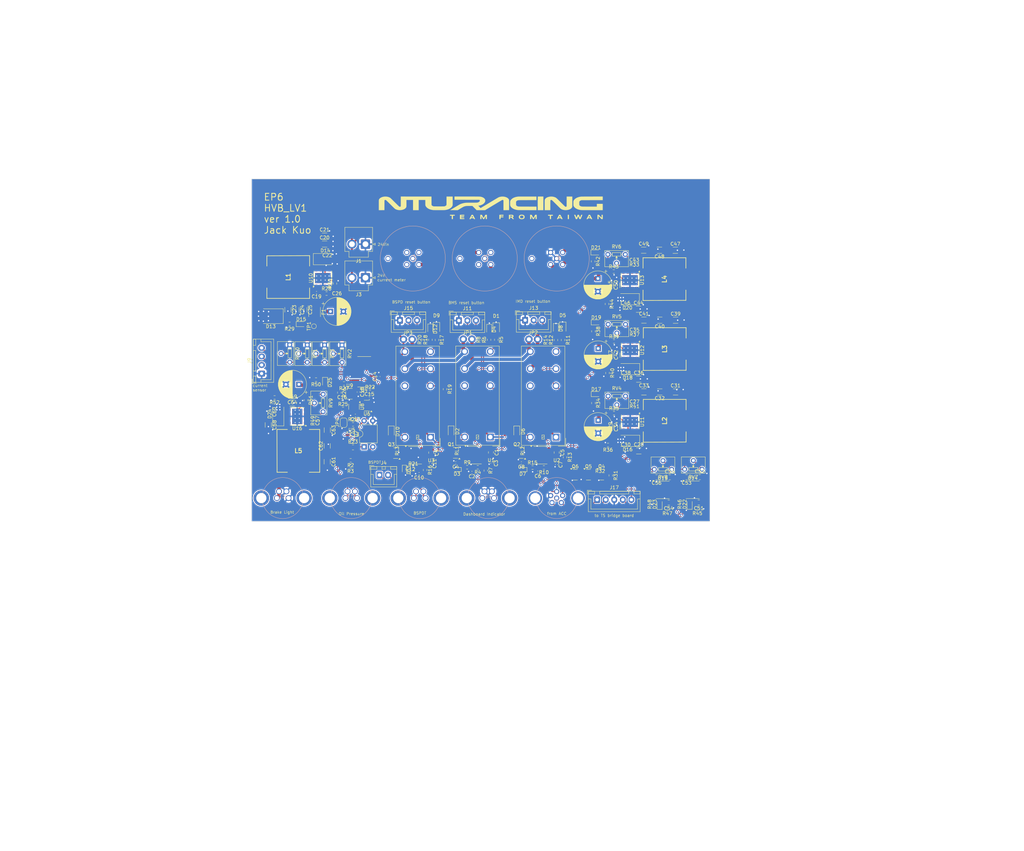
<source format=kicad_pcb>
(kicad_pcb (version 20240108) (generator "pcbnew") (generator_version "8.0")
  (title_block (title "HVB_LV1") (date "2024-10-25") (rev "1.0") (company "NTURacing") (comment 1 "郭哲明 Jack Kuo") (comment 2 "Powertrain"))
  (layers (0 "F.Cu" signal) (31 "B.Cu" signal) (34 "B.Paste" user) (35 "F.Paste" user) (36 "B.SilkS" user "B.Silkscreen") (37 "F.SilkS" user "F.Silkscreen") (38 "B.Mask" user) (39 "F.Mask" user) (44 "Edge.Cuts" user))
  (net 0 "")
  (net 1 "Net-(U2-CV)")
  (net 2 "GND")
  (net 3 "Net-(U1-CV)")
  (net 4 "+5V")
  (net 5 "Net-(U3-CV)")
  (net 6 "VBUS")
  (net 7 "/BMS_RESET_BUTTON")
  (net 8 "/BMS_FAULT_SIG")
  (net 9 "/BSPD/Fault_OUT")
  (net 10 "Net-(D1-A)")
  (net 11 "Net-(D2-A)")
  (net 12 "Net-(D5-A)")
  (net 13 "Net-(D6-A)")
  (net 14 "Net-(D9-A)")
  (net 15 "Net-(D10-A)")
  (net 16 "/IMD_RESET_BUTTON")
  (net 17 "/IMD_FAULT_SIG")
  (net 18 "/BSPD_RESET_BUTTON")
  (net 19 "/Power/5V_buck_sw")
  (net 20 "Net-(Q1-G)")
  (net 21 "Net-(Q2-G)")
  (net 22 "Net-(Q3-G)")
  (net 23 "Net-(R11-Pad2)")
  (net 24 "/Latch_BSPD/DASH_LED")
  (net 25 "Net-(R33-Pad2)")
  (net 26 "/Latch_BMS/SC_OUT")
  (net 33 "Net-(U10-BOOT)")
  (net 34 "/Power/5V_buck")
  (net 35 "Net-(U11-BOOT)")
  (net 36 "/RTML_AMBER")
  (net 37 "Net-(U12-BOOT)")
  (net 38 "/TSSI_RED")
  (net 39 "Net-(U13-BOOT)")
  (net 40 "/TSSI_GREEN")
  (net 41 "Net-(U14-CV)")
  (net 42 "Net-(U14-THR)")
  (net 43 "Net-(U15-CV)")
  (net 44 "Net-(U15-THR)")
  (net 45 "Net-(D4-A)")
  (net 46 "Net-(D8-A)")
  (net 47 "Net-(D12-A)")
  (net 48 "Net-(D15-K)")
  (net 49 "Net-(D17-K)")
  (net 50 "Net-(D19-K)")
  (net 51 "Net-(D21-K)")
  (net 52 "Net-(D22-K)")
  (net 53 "Net-(D23-K)")
  (net 54 "/DCDC_CONTROL")
  (net 55 "/HVpresent")
  (net 56 "Net-(J4-Pin_2)")
  (net 57 "Net-(J4-Pin_1)")
  (net 59 "/IMD_DASH_LIGHT")
  (net 61 "/BMS_DASH_LIGHT")
  (net 63 "/DC_CONTROL")
  (net 66 "/CURRENT_MEASSURED")
  (net 68 "/BRAKE_SENSE_OUT")
  (net 70 "/BMS_RESET_LIGHT")
  (net 72 "/SCout1")
  (net 74 "/SCout final")
  (net 77 "/IMD_RESET_LIGHT")
  (net 83 "/BSPD_RESET_LIGHT")
  (net 84 "/BRAKE_SENSE_IN")
  (net 85 "Net-(R5-Pad2)")
  (net 86 "Net-(R6-Pad1)")
  (net 87 "Net-(R12-Pad1)")
  (net 88 "Net-(R17-Pad2)")
  (net 89 "Net-(R18-Pad1)")
  (net 90 "Net-(R22-Pad2)")
  (net 91 "Net-(U5--)")
  (net 92 "Net-(R25-Pad2)")
  (net 93 "Net-(R26-Pad2)")
  (net 94 "/Power/5V_buck_FB")
  (net 95 "Net-(R35-Pad1)")
  (net 96 "Net-(R37-Pad2)")
  (net 97 "Net-(R39-Pad1)")
  (net 98 "Net-(R41-Pad2)")
  (net 99 "Net-(R43-Pad1)")
  (net 100 "Net-(U6-Pad4)")
  (net 101 "Net-(U8-Pad2)")
  (net 113 "Net-(JP4-B)")
  (net 114 "/BrightLight/RTML amber/buck_sw")
  (net 115 "/BrightLight/TSSI red/buck_sw")
  (net 116 "/BrightLight/TSSI green/buck_sw")
  (net 117 "/BrightLight/TSSI green1/buck_sw")
  (net 118 "Net-(U16-BOOT)")
  (net 119 "/BRAKE_LIGHT")
  (net 120 "/BrightLight/RTML amber/enable")
  (net 121 "/BrightLight/TSSI red pulse/pulse_out")
  (net 122 "Net-(D25-K)")
  (net 123 "/BrightLight/TSSI green/enable")
  (net 124 "/BrightLight/TSSI red pulse/enable")
  (net 125 "Net-(R49-Pad2)")
  (net 126 "Net-(R51-Pad1)")
  (net 127 "/BrightLight/RTML amber/buck_FB")
  (net 128 "/BrightLight/TSSI red/buck_FB")
  (net 129 "/BrightLight/TSSI green/buck_FB")
  (net 130 "/BrightLight/TSSI green1/buck_FB")
  (net 131 "/BSPD/brakeLightOn")
  (net 134 "Net-(R27-Pad1)")
  (net 135 "Net-(U4A--)")
  (net 136 "Net-(U4A-+)")
  (net 137 "Net-(U4B--)")
  (net 139 "Net-(U4D-+)")
  (net 140 "Net-(U4C--)")
  (net 141 "/Latch_BMS/SC_IN")
  (net 142 "Net-(J10-Pin_1)")
  (footprint "Capacitor_SMD:C_0805_2012Metric_Pad1.18x1.45mm_HandSolder" (layer "F.Cu") (at 196.900799 129.794 180)
    (property "Reference" "C51")
    (property "Value" "10u")
  )
  (footprint "Resistor_SMD:R_0603_1608Metric" (layer "F.Cu") (at 85.6217 105.908198 90)
    (property "Reference" "R49")
    (property "Value" "20k")
  )
  (footprint "Diode_SMD:D_SMA" (layer "F.Cu") (at 87.855949 58.674)
    (property "Reference" "D14")
    (property "Value" "SS54")
  )
  (footprint "Resistor_SMD:R_0603_1608Metric" (layer "F.Cu") (at 178.157 100.253801 180)
    (property "Reference" "R41")
    (property "Value" "20k")
  )
  (footprint "Resistor_SMD:R_0603_1608Metric" (layer "F.Cu") (at 85.1391 93.868598 180)
    (property "Reference" "R50")
    (property "Value" "10k")
  )
  (footprint "Diode_SMD:D_SMA" (layer "F.Cu") (at 176.055701 70.381398 180)
    (property "Reference" "D20")
    (property "Value" "SS54")
  )
  (footprint "SamacSys_Parts:SRR1260A220M" (layer "F.Cu") (at 79.9575 114.695198)
    (property "Reference" "L5")
    (property "Value" "22uH 3.7A (SRF1260-220M)" (hide yes))
  )
  (footprint "Package_SO:SOIC-8_3.9x4.9mm_P1.27mm" (layer "F.Cu") (at 114.033502 115.993098)
    (property "Reference" "U3")
    (property "Value" "NE555D")
  )
  (footprint "Package_SO:SOIC-8_3.9x4.9mm_P1.27mm" (layer "F.Cu") (at 131.495501 115.941198)
    (property "Reference" "U1")
    (property "Value" "NE555D")
  )
  (footprint "Resistor_SMD:R_0603_1608Metric" (layer "F.Cu") (at 196.494399 131.5212 180)
    (property "Reference" "R45")
    (property "Value" "1k")
  )
  (footprint "Package_TO_SOT_SMD:SOT-23" (layer "F.Cu") (at 108.367001 115.342898 180)
    (property "Reference" "Q3")
    (property "Value" "2N7002")
  )
  (footprint "Diode_SMD:D_SMA" (layer "F.Cu") (at 176.125 111.7854 180)
    (property "Reference" "D16")
    (property "Value" "SS54")
  )
  (footprint "Resistor_SMD:R_0603_1608Metric" (layer "F.Cu") (at 120.4468 82.296 -90)
    (property "Reference" "R17")
    (property "Value" "1k")
  )
  (footprint "Capacitor_SMD:C_0805_2012Metric_Pad1.18x1.45mm_HandSolder" (layer "F.Cu") (at 188.136399 129.8194 180)
    (property "Reference" "C54")
    (property "Value" "10u")
  )
  (footprint "Diode_SMD:D_SMA" (layer "F.Cu") (at 176.127801 90.814698 180)
    (property "Reference" "D18")
    (property "Value" "SS54")
  )
  (footprint "LED_SMD:LED_0603_1608Metric" (layer "F.Cu") (at 135.686901 79.212798 -90)
    (property "Reference" "D4")
    (property "Value" "Red")
  )
  (footprint "Relay_THT:Relay_DPDT_Omron_G2RL-2" (layer "F.Cu") (at 118.559601 110.707798 180)
    (property "Reference" "RL3")
    (property "Value" "G2RL-24-DC24")
  )
  (footprint "Package_SO:SOIC-8_3.9x4.9mm_P1.27mm" (layer "F.Cu") (at 195.1228 126.0856)
    (property "Reference" "U14")
    (property "Value" "NE555D")
  )
  (footprint "SamacSys_Parts:SRR1260A220M" (layer "F.Cu") (at 77.011549 63.8982 -90)
    (property "Reference" "L1")
    (property "Value" "22uH 3.7A (SRF1260-220M)" (hide yes))
  )
  (footprint "LED_SMD:LED_0603_1608Metric" (layer "F.Cu") (at 166.958401 77.149499)
    (property "Reference" "D19")
    (property "Value" "RED")
  )
  (footprint "Connector_JST:JST_VH_B2P-VH-B_1x02_P3.96mm_Vertical" (layer "F.Cu") (at 99.568 64.1096 180)
    (property "Reference" "J3")
    (property "Value" "current meter")
  )
  (footprint "Package_SO:TI_SO-PowerPAD-8_ThermalVias" (layer "F.Cu") (at 87.119349 64.2036 90)
    (property "Reference" "U10")
    (property "Value" "TPS5430DDA")
  )
  (footprint "Resistor_SMD:R_0603_1608Metric" (layer "F.Cu") (at 171.2016 121.88 -90)
    (property "Reference" "R31")
    (property "Value" "10k")
  )
  (footprint "Resistor_SMD:R_0603_1608Metric" (layer "F.Cu") (at 91.9209 97.677198 -90)
    (property "Reference" "R26")
    (property "Value" "10K")
  )
  (footprint "Capacitor_SMD:C_0402_1005Metric" (layer "F.Cu") (at 115.2144 121.3612 180)
    (property "Reference" "C10")
    (property "Value" "0u1")
  )
  (footprint "Connector_JST:JST_XH_B3B-XH-A_1x03_P2.50mm_Vertical" (layer "F.Cu") (at 109.6264 76.5556)
    (property "Reference" "J15")
    (property "Value" "BSPD_BTN")
  )
  (footprint "Capacitor_SMD:C_1206_3216Metric" (layer "F.Cu") (at 190.0547 56.081198)
    (property "Reference" "C47")
    (property "Value" "22u 25V")
  )
  (footprint "Capacitor_SMD:C_1206_3216Metric" (layer "F.Cu") (at 172.9754 107.7232 90)
    (property "Reference" "C29")
    (property "Value" "10u 35V")
  )
  (footprint "PCM_Potentiometer_THT_AKL:Potentiometer_Bourns_3266W_Vertical" (layer "F.Cu") (at 192.759199 120.0658 180)
    (property "Reference" "RV7")
    (property "Value" "10K" (hide yes))
  )
  (footprint "Resistor_SMD:R_0603_1608Metric" (layer "F.Cu") (at 95.2351 117.478398 180)
    (property "Reference" "R2")
    (property "Value" "100R")
  )
  (footprint "Package_SO:TI_SO-PowerPAD-8_ThermalVias" (layer "F.Cu") (at 176.880201 85.267898 -90)
    (property "Reference" "U12")
    (property "Value" "TPS5430DDA")
  )
  (footprint "Diode_SMD:D_SOD-323" (layer "F.Cu") (at 143.738701 109.032399 -90)
    (property "Reference" "D6")
    (property "Value" "4148")
  )
  (footprint "Diode_SMD:D_SOD-523" (layer "F.Cu") (at 110.8964 120.142 -90)
    (property "Reference" "D11")
    (property "Value" "BZX584C5V6")
  )
  (footprint "SamacSys_Parts:SRR1260A220M" (layer "F.Cu") (at 186.946801 84.947298 90)
    (property "Reference" "L3")
    (property "Value" "22uH 3.7A (SRF1260-220M)" (hide yes))
  )
  (footprint "Resistor_SMD:R_0603_1608Metric" (layer "F.Cu") (at 157.8356 116.586 -90)
    (property "Reference" "R13")
    (property "Value" "0R")
  )
  (footprint "PCM_Potentiometer_THT_AKL:Potentiometer_Bourns_3266W_Vertical" (layer "F.Cu") (at 183.897199 120.091292 180)
    (property "Reference" "RV8")
    (property "Value" "10K" (hide yes))
  )
  (footprint "Relay_THT:Relay_DPDT_Omron_G2RL-2" (layer "F.Cu") (at 136.021601 110.655898 180)
    (property "Reference" "RL1")
    (property "Value" "G2RL-24-DC24")
  )
  (footprint "Resistor_SMD:R_0603_1608Metric" (layer "F.Cu") (at 166.1174 100.736401 -90)
    (property "Reference" "R34")
    (property "Value" "10k")
  )
  (footprint "Package_SO:TI_SO-PowerPAD-8_ThermalVias" (layer "F.Cu") (at 79.6369 104.628598 180)
    (property "Reference" "U16")
    (property "Value" "TPS5430DDA")
  )
  (footprint "Package_TO_SOT_SMD:SOT-23-5" (layer "F.Cu") (at 94.946117 98.032473)
    (property "Reference" "U9")
    (property "Value" "74AHC1G32")
  )
  (footprint "Resistor_SMD:R_0603_1608Metric" (layer "F.Cu") (at 93.2925 95.010198 180)
    (property "Reference" "R27")
    (property "Value" "10K")
  )
  (footprint "Capacitor_SMD:C_1206_3216Metric" (layer "F.Cu") (at 88.4157 108.627798 -90)
    (property "Reference" "C63")
    (property "Value" "22u 25V")
  )
  (footprint "Capacitor_SMD:C_0805_2012Metric_Pad1.18x1.45mm_HandSolder" (layer "F.Cu") (at 184.580399 122.4026 180)
    (property "Reference" "C56")
    (property "Value" "22u")
  )
  (footprint "Capacitor_SMD:C_1206_3216Metric" (layer "F.Cu") (at 179.376201 114.7064)
    (property "Reference" "C28")
    (property "Value" "10u 35V")
  )
  (footprint "Diode_SMD:D_SMA" (layer "F.Cu") (at 74.0901 103.876198 90)
    (property "Reference" "D24")
    (property "Value" "SS54")
  )
  (footprint "Capacitor_SMD:C_1206_3216Metric" (layer "F.Cu") (at 88.3903 113.248798 90)
    (property "Reference" "C62")
    (property "Value" "22u 25V")
  )
  (footprint "Resistor_SMD:R_0603_1608Metric" (layer "F.Cu") (at 137.769701 82.235398 -90)
    (property "Reference" "R5")
    (property "Value" "1k")
  )
  (footprint "Package_TO_SOT_SMD:SOT-23" (layer "F.Cu") (at 164.688016 121.6727)
    (property "Reference" "Q5")
    (property "Value" "2N7002")
  )
  (footprint "Connector_JST:JST_VH_B2P-VH-B_1x02_P3.96mm_Vertical" (layer "F.Cu") (at 99.568 54.3052 180)
    (property "Reference" "J1")
    (property "Value" "24Vin")
  )
  (footprint "Package_SO:TI_SO-PowerPAD-8_ThermalVias" (layer "F.Cu") (at 176.8774 106.2386 -90)
    (property "Reference" "U11")
    (property "Value" "TPS5430DDA")
  )
  (footprint "Resistor_SMD:R_0603_1608Metric" (layer "F.Cu") (at 90.649949 65.8114 90)
    (property "Reference" "R30")
    (property "Value" "15k 1%")
  )
  (footprint "Connector_JST:JST_XH_B2B-XH-A_1x02_P2.50mm_Vertical" (layer "F.Cu") (at 103.652 121.7506)
    (property "Reference" "J4")
    (property "Value" "BSPDT inbox")
  )
  (footprint "Resistor_SMD:R_0603_1608Metric" (layer "F.Cu") (at 73.0233 99.100998 180)
    (property "Reference" "R52")
    (property "Value" "1M")
  )
  (footprint "Capacitor_SMD:C_0603_1608Metric" (layer "F.Cu") (at 175.569002 93.354698)
    (property "Reference" "C38")
    (property "Value" "0u1")
  )
  (footprint "Capacitor_SMD:C_1206_3216Metric" (layer "F.Cu") (at 185.428301 56.081198 180)
    (property "Reference" "C48")
    (property "Value" "22u 25V")
  )
  (footprint "Resistor_SMD:R_0603_1608Metric" (layer "F.Cu") (at 95.9341 106.973598)
    (property "Reference" "R24")
    (property "Value" "1K")
  )
  (footprint "Package_TO_SOT_SMD:SOT-23" (layer "F.Cu") (at 125.829001 115.290998 180)
    (property "Reference" "Q1")
    (property "Value" "2N7002")
  )
  (footprint "Resistor_SMD:R_0603_1608Metric" (layer "F.Cu") (at 157.265201 82.311598 -90)
    (property "Reference" "R11")
    (property "Value" "1k")
  )
  (footprint "Capacitor_SMD:C_0402_1005Metric" (layer "F.Cu") (at 103.4525 92.978198 90)
    (property "Reference" "C14")
    (property "Value" "0u1")
  )
  (footprint "Capacitor_SMD:C_0805_2012Metric" (layer "F.Cu") (at 155.392301 115.184398 -90)
    (property "Reference" "C5")
    (property "Value" "10u")
  )
  (footprint "LED_SMD:LED_0805_2012Metric" (layer "F.Cu") (at 157.163601 78.755598 -90)
    (property "Reference" "D5")
    (property "Value" "Green")
  )
  (footprint "Resistor_SMD:R_0603_1608Metric" (layer "F.Cu") (at 170.3832 112.9792 180)
    (property "Reference" "R36")
    (property "Value" "1M")
  )
  (footprint "Resistor_SMD:R_0603_1608Metric" (layer "F.Cu") (at 187.729999 131.5466 180)
    (property "Reference" "R47")
    (property "Value" "1k")
  )
  (footprint "PCM_Jumper_AKL:Jumper_P2.54mm_D1.2mm" (layer "F.Cu") (at 110.655701 82.109498)
    (property "Reference" "JP3")
    (property "Value" "Jumper_2_Open" (hide yes))
  )
  (footprint "Capacitor_SMD:C_0805_2012Metric_Pad1.18x1.45mm_HandSolder" (layer "F.Cu") (at 188.390399 122.4026)
    (property "Reference" "C55")
    (property "Value" "22u")
  )
  (footprint "Capacitor_SMD:C_0805_2012Metric" (layer "F.Cu") (at 92.7591 100.725198)
    (property "Reference" "C16")
    (property "Value" "10u")
  )
  (footprint "Capacitor_SMD:C_1206_3216Metric" (layer "F.Cu") (at 79.270749 73.4758 -90)
    (property "Reference" "C24")
    (property "Value" "22u 25V")
  )
  (footprint "Capacitor_SMD:C_0603_1608Metric" (layer "F.Cu") (at 178.1316 101.752401)
    (property "Reference" "C27")
    (property "Value" "10n")
  )
  (footprint "Package_SO:TI_SO-PowerPAD-8_ThermalVias" (layer "F.Cu") (at 176.808101 64.834598 -90)
    (property "Reference" "U13")
    (property "Value" "TPS5430DDA")
  )
  (footprint "Resistor_SMD:R_0603_1608Metric" (layer "F.Cu") (at 88.199349 68.7324)
    (property "Reference" "R28")
    (property "Value" "47k 1%")
  )
  (footprint "Package_TO_SOT_SMD:SOT-23" (layer "F.Cu") (at 145.006001 115.316398 180)
    (property "Reference" "Q2")
    (property "Value" "2N7002")
  )
  (footprint "LED_SMD:LED_0603_1608Metric" (layer "F.Cu") (at 87.7553 94.706798 -90)
    (property "Reference" "D25")
    (property "Value" "RED")
  )
  (footprint "Diode_SMD:D_SOD-523" (layer "F.Cu") (at 126.299101 120.142398 180)
    (property "Reference" "D3")
    (property "Value" "BZX584C5V6")
  )
  (footprint "Resistor_SMD:R_0603_1608Metric" (layer "F.Cu") (at 170.0784 71.7804 -90)
    (property "Reference" "R44")
    (property "Value" "1M")
  )
  (footprint "Connector_JST:JST_XH_B3B-XH-A_1x03_P2.50mm_Vertical" (layer "F.Cu") (at 146.190801 76.520398)
    (property "Reference" "J13")
    (property "Value" "IMD_BTN")
  )
  (footprint "Diode_SMD:D_SOD-523" (layer "F.Cu") (at 145.476102 120.167798 180)
    (property "Reference" "D7")
    (property "Value" "BZX584C5V6")
  )
  (footprint "Capacitor_SMD:C_1206_3216Metric" (layer "F.Cu") (at 185.4976 97.4852 180)
    (property "Reference" "C32")
    (property "Value" "22u 25V")
  )
  (footprint "LED_SMD:LED_0603_1608Metric" (layer "F.Cu") (at 155.182401 78.958798 -90)
    (property "Reference" "D8")
    (property "Value" "Red")
  )
  (footprint "Capacitor_SMD:C_1206_3216Metric" (layer "F.Cu") (at 180.8766 97.4598)
    (property "Reference" "C33")
    (property "Value" "22u 25V")
  )
  (footprint "Relay_THT:Relay_DPDT_Omron_G2RL-2" (layer "F.Cu") (at 155.198601 110.681298 180)
    (property "Reference" "RL2")
    (property "Value" "G2RL-24-DC24")
  )
  (footprint "Package_DIP:DIP-4_W7.62mm" (layer "F.Cu") (at 99.1599 113.526798 90)
    (property "Reference" "U7")
    (property "Value" "EL817")
  )
  (footprint "Resistor_SMD:R_0603_1608Metric" (layer "F.Cu") (at 95.2229 119.192398 180)
    (property "Reference" "R3")
    (property "Value" "0R")
  )
  (footprint "Package_TO_SOT_SMD:SOT-23-5" (layer "F.Cu") (at 99.9727 101.461798 180)
    (property "Reference" "U6")
    (property "Value" "74AHC1G32")
  )
  (footprint "Fuse:Fuse_1812_4532Metric" (layer "F.Cu") (at 84.709749 74.1172 -90)
    (property "Reference" "F1")
    (property "Value" "0.5A")
  )
  (footprint "Capacitor_SMD:C_0402_1005Metric" (layer "F.Cu") (at 118.5672 118.4148 -90)
    (property "Reference" "C11")
    (property "Value" "10n")
  )
  (footprint "Resistor_SMD:R_0603_1608Metric" (layer "F.Cu") (at 116.84 82.1944 90)
    (property "Reference" "R20")
    (property "Value" "0R")
  )
  (footprint "Capacitor_THT:CP_Radial_D8.0mm_P3.80mm" (layer "F.Cu") (at 167.445101 64.336199 -90)
    (property "Reference" "C50")
    (property "Value" "330u 25V")
  )
  (footprint "Capacitor_SMD:C_1206_3216Metric" (layer "F.Cu") (at 190.123999 97.4852)
    (property "Reference" "C31")
    (property "Value" "22u 25V")
  )
  (footprint "Capacitor_SMD:C_1206_3216Metric" (layer "F.Cu") (at 81.582149 73.474 -90)
    (property "Reference" "C25")
    (property "Value" "22u 25V")
  )
  (footprint "Resistor_SMD:R_0603_1608Metric" (layer "F.Cu") (at 134.035901 82.235398 90)
    (property "Reference" "R8")
    (property "Value" "0R")
  )
  (footprint "Capacitor_SMD:C_0603_1608Metric" (layer "F.Cu") (at 71.5501 103.317398 -90)
    (property "Reference" "C60")
    (property "Value" "0u1")
  )
  (footprint "Capacitor_SMD:C_0402_1005Metric" (layer "F.Cu") (at 149.899201 120.919598 180)
    (property "Reference" "C6")
    (property "Value" "0u1")
  )
  (footprint "Package_TO_SOT_SMD:SOT-23-5" (layer "F.Cu") (at 96.2135 101.791998 -90)
    (property "Reference" "U8")
    (property "Value" "74AHC1G00")
  )
  (footprint "LED_SMD:LED_0603_1608Metric" (layer "F.Cu") (at 166.9556 98.120201)
    (property "Reference" "D17")
    (property "Value" "RED")
  )
  (footprint "Capacitor_SMD:C_0805_2012Metric_Pad1.18x1.45mm_HandSolder" (layer "F.Cu") (at 193.344801 122.3772 180)
    (property "Reference" "C53")
    (property "Value" "22u")
  )
  (footprint "PCM_Jumper_AKL:Jumper_P2.54mm_D1.2mm" (layer "F.Cu") (at 128.117701 82.057598)
    (property "Reference" "JP1")
    (property "Value" "Jumper_2_Open" (hide yes))
  )
  (footprint "Resistor_SMD:R_0603_1608Metric" (layer "F.Cu") (at 134.710001 120.462398 -90)
    (property "Reference" "R7")
    (property "Value" "0R")
  )
  (footprint "Resistor_SMD:R_0603_1608Metric" (layer "F.Cu") (at 183.989599 130.3086 90)
    (property "Reference" "R48")
    (property "Value" "10k")
  )
  (footprint "Resistor_SMD:R_0603_1608Metric" (layer "F.Cu") (at 129.260701 119.497198)
    (property "Reference" "R9")
    (property "Value" "10k")
  )
  (footprint "LED_SMD:LED_0603_1608Metric" (layer "F.Cu") (at 80.798149 77.6732)
    (property "Reference" "D15")
    (property "Value" "RED 5V")
  )
  (footprint "Capacitor_SMD:C_1206_3216Metric" (layer "F.Cu") (at 88.3903 117.875198 -90)
    (property "Reference" "C61")
    (property "Value" "22u 25V")
  )
  (footprint "Capacitor_SMD:C_0603_1608Metric" (layer "F.Cu") (at 178.062301 60.348399)
    (property "Reference" "C43")
    (property "Value" "10n")
  )
  (footprint "Connector_JST:JST_XH_B3B-XH-A_1x03_P2.50mm_Vertical" (layer "F.Cu") (at 126.836001 76.621998)
    (property "Reference" "J11")
    (property "Value" "BMS_BTN")
  )
  (footprint "Capacitor_THT:CP_Radial_D8.0mm_P3.80mm" (layer "F.Cu") (at 167.5144 105.740201 -90)
    (property "Reference" "C34")
    (property "Value" "330u 25V")
  )
  (footprint "Resistor_SMD:R_0603_1608Metric" (layer "F.Cu") (at 192.754 130.2832 90)
    (property "Reference" "R46")
    (property "Value" "10k")
  )
  (footprint "PCM_Potentiometer_THT_AKL:Potentiometer_Bourns_3266W_Vertical" (layer "F.Cu") (at 87.1769 103.251598 -90)
    (property "Reference" "RV9")
    (property "Value" "10k" (hide yes))
  )
  (footprint "Package_TO_SOT_SMD:SOT-23" (layer "F.Cu") (at 160.827216 121.6727)
    (property "Reference" "Q6")
    (property "Value" "2N7002")
  )
  (footprint "Resistor_SMD:R_0603_1608Metric" (layer "F.Cu") (at 93.0131 102.477798)
    (property "Reference" "R25")
    (property "Value" "10k")
  )
  (footprint "Diode_SMD:D_SOD-323" (layer "F.Cu") (at 107.099701 109.058899 -90)
    (property "Reference" "D10")
    (property "Value" "4148")
  )
  (footprint "Capacitor_SMD:C_1206_3216Metric" (layer "F.Cu") (at 172.978201 86.752498 90)
    (property "Reference" "C37")
    (property "Value" "10u 35V")
  )
  (footprint "Capacitor_SMD:C_0402_1005Metric" (layer "F.Cu") (at 85.268549 68.4612 180)
    (property "Reference" "C19")
    (property "Value" "10n")
  )
  (footprint "Package_TO_SOT_SMD:SOT-23" (layer "F.Cu") (at 168.5313 121.666)
    (property "Reference" "Q4")
    (property "Value" "2N7002")
  )
  (footprint "Diode_SMD:D_SMB" (layer "F.Cu") (at 71.908149 75.3364 180)
    (property "Reference" "D13")
    (property "Value" "SMBJ5339B")
  )
  (footprint "Capacitor_SMD:C_1206_3216Metric" (layer "F.Cu") (at 78.1523 100.726598)
    (property "Reference" "C59")
    (property "Value" "10u 35V")
  )
  (footprint "Resistor_SMD:R_0603_1608Metric" (layer "F.Cu") (at 116.9924 120.2944 -90)
    (property "Reference" "R16")
    (property "Value" "10k")
  )
  (footprint "Resistor_SMD:R_0603_1608Metric" (layer "F.Cu") (at 168.0972 119.1768 180)
    (property "Reference" "R32")
    (property "Value" "10k")
  )
  (footprint "Resistor_SMD:R_0603_1608Metric" (layer "F.Cu") (at 172.1372 103.708201)
    (property "Reference" "R35")
    (property "Value" "2k")
  )
  (footprint "Resistor_SMD:R_0603_1608Metric" (layer "F.Cu") (at 178.159801 79.283099 180)
    (property "Reference" "R37")
    (property "Value" "20k")
  )
  (footprint "PCM_Potentiometer_THT_AKL:Potentiometer_Bourns_3266W_Vertical" (layer "F.Cu") (at 87.63 88.8342 -90)
    (property "Reference" "RV3")
    (property "Value" "10k" (hide yes))
  )
  (footprint "Package_TO_SOT_SMD:SOT-23-5" (layer "F.Cu") (at 95.5581 110.971398)
    (property "Reference" "U5")
    (property "Value" "INA180A1")
  )
  (footprint "Capacitor_SMD:C_1206_3216Metric" (layer "F.Cu") (at 179.379002 93.735698)
    (property "Reference" "C36")
    (property "Value" "10u 35V")
  )
  (footprint "PCM_Potentiometer_THT_AKL:Potentiometer_Bourns_3266W_Vertical" (layer "F.Cu") (at 175.5004 98.698601)
    (property "Reference" "RV4")
    (property "Value" "10k" (hide yes))
  )
  (footprint "Capacitor_SMD:C_0402_1005Metric" (layer "F.Cu") (at 97.473967 97.517523 -90)
    (property "Reference" "C18")
    (property "Value" "0u1")
  )
  (footprint "Capacitor_SMD:C_0805_2012Metric" (layer "F.Cu") (at 136.215301 115.158998 -90)
    (property "Reference" "C1")
    (property "Value" "10u")
  )
  (footprint "Resistor_SMD:R_0805_2012Metric" (layer "F.Cu") (at 95.9137 113.663798)
    (property "Reference" "R23")
    (property "Value" "12.4")
  )
  (footprint "Resistor_SMD:R_0603_1608Metric" (layer "F.Cu") (at 118.5164 82.2452 90)
    (property "Reference" "R18")
    (property "Value" "1k")
  )
  (footprint "Resistor_SMD:R_0603_1608Metric" (layer "F.Cu") (at 178.087701 58.849799 180)
    (property "Reference" "R33")
    (property "Value" "20k")
  )
  (footprint "Capacitor_SMD:C_0402_1005Metric" (layer "F.Cu") (at 100.7093 99.277398)
    (property "Reference" "C15")
    (property "Value" "0u1")
  )
  (footprint "PCM_Potentiometer_THT_AKL:Potentiometer_Bourns_3266W_Vertical" (layer "F.Cu") (at 77.4548 88.7938 -90)
    (property "Reference" "RV10")
    (property "Value" "10K" (hide yes))
  )
  (footprint "Capacitor_SMD:C_1206_3216Metric" (layer "F.Cu") (at 180.807301 56.055798)
    (property "Reference" "C49")
    (property "Value" "22u 25V")
  )
  (footprint "LED_SMD:LED_0603_1608Metric" (layer "F.Cu") (at 166.886301 56.716199)
    (property "Reference" "D21")
    (property "Value" "RED")
  )
  (footprint "Resistor_SMD:R_0603_1608Metric" (layer "F.Cu") (at 100.9003 97.499398)
    (property "Reference" "R22")
    (property "Value" "10K")
  )
  (footprint "Capacitor_SMD:C_0603_1608Metric" (layer "F.Cu") (at 88.414749 56.1594 180)
    (property "Reference" "C22")
    (property "Value" "0u1")
  )
  (footprint "Resistor_SMD:R_0603_1608Metric" (layer "F.Cu") (at 170.2308 91.948 -90)
    (property "Reference" "R40")
    (property "Value" "1M")
  )
  (footprint "Package_SO:SOIC-14_3.9x8.7mm_P1.27mm" (layer "F.Cu") (at 99.1995 91.581198 180)
    (property "Reference" "U4")
    (property "Value" "LM339")
  )
  (footprint "Resistor_SMD:R_0603_1608Metric" (layer "F.Cu") (at 151.663501 119.547998 180)
    (property "Reference" "R10")
    (property "Value" "10k")
  )
  (footprint "Capacitor_THT:CP_Radial_D8.0mm_P3.80mm" (layer "F.Cu") (at 167.517201 84.769499 -90)
    (property "Reference" "C42")
    (property "Value" "330u 25V")
  )
  (footprint "Capacitor_SMD:C_1206_3216Metric" (layer "F.Cu") (at 71.1691 107.127398 -90)
    (property "Reference" "C58")
    (property "Value" "10u 35V")
  )
  (footprint "PCM_Potentiometer_THT_AKL:Potentiometer_Bourns_3266W_Vertical" (layer "F.Cu") (at 92.71 88.8492 -90)
    (property "Reference" "RV2")
    (property "Value" "10k" (hide yes))
  )
  (footprint "Resistor_SMD:R_0603_1608Metric" (layer "F.Cu") (at 132.359501 119.497198 180)
    (property "Reference" "R4")
    (property "Value" "10k")
  )
  (footprint "Capacitor_SMD:C_1206_3216Metric" (layer "F.Cu") (at 87.627349 54.2544)
    (property "Reference" "C20")
    (property "Value" "10u 35V")
  )
  (footprint "Resistor_SMD:R_0603_1608Metric" (layer "F.Cu") (at 166.048101 59.332399 -90)
    (property "Reference" "R42")
    (property "Value" "10k")
  )
  (footprint "PCM_Potentiometer_THT_AKL:Potentiometer_Bourns_3266W_Vertical" (layer "F.Cu") (at 175.431101 57.294599)
    (property "Reference" "RV6")
    (property "Value" "10k" (hide yes))
  )
  (footprint "Resistor_SMD:R_0603_1608Metric" (layer "F.Cu") (at 122.783201 96.680498 -90)
    (property "Reference" "R19")
    (property "Value" "0R")
  )
  (footprint "Resistor_SMD:R_0603_1608Metric" (layer "F.Cu") (at 153.607601 82.311598 90)
    (property "Reference" "R14")
    (property "Value" "0R")
  )
  (footprint "Capacitor_SMD:C_1206_3216Metric" (layer "F.Cu") (at 179.306902 73.302398)
    (property "Reference" "C44")
    (property "Value" "10u 35V")
  )
  (footprint "Capacitor_SMD:C_1206_3216Metric" (layer "F.Cu") (at 180.879401 76.489098)
    (property "Reference" "C41")
    (property "Value" "22u 25V")
  )
  (footprint "Capacitor_SMD:C_0402_1005Metric" (layer "F.Cu") (at 155.397301 118.709798 -90)
    (property "Reference" "C7")
    (property "Value" "10n")
  )
  (footprint "Resistor_SMD:R_0603_1608Metric" (layer "F.Cu") (at 77.394549 77.6224 180)
    (property "Reference" "R29")
    (property "Value" "10k")
  )
  (footprint "LED_SMD:LED_0603_1608Metric" (layer "F.Cu") (at 185.462799 130.3086 90)
    (property "Reference" "D23")
    (property "Value" "RED")
  )
  (footprint "Capacitor_SMD:C_0603_1608Metric" (layer "F.Cu") (at 175.496902 72.921398)
    (property "Reference" "C46")
    (property "Value" "0u1")
  )
  (footprint "Package_SO:SOIC-8_3.9x4.9mm_P1.27mm" (layer "F.Cu") (at 186.358399 126.111)
    (property "Reference" "U15")
    (property "Value" "NE555D")
  )
  (footprint "Resistor_SMD:R_0603_1608Metric" (layer "F.Cu") (at 148.361501 119.573398)
    (property "Reference" "R15")
    (property "Value" "10k")
  )
  (footprint "Connector_JST:JST_XH_B4B-XH-A_1x04_P2.50mm_Vertical" (layer "F.Cu") (at 69.2404 92.1112 90)
    (property "Reference" "J9")
    (property "Value" "I_Sen")
  )
  (footprint "Capacitor_SMD:C_0805_2012Metric_Pad1.18x1.45mm_HandSolder" (layer "F.Cu") (at 197.1548 122.377201)
    (property "Reference" "C52")
    (property "Value" "22u")
  )
  (footprint "LED_SMD:LED_0603_1608Metric" (layer "F.Cu") (at 118.5164 79.0956 -90)
    (property "Reference" "D12")
    (property "Value" "Red")
  )
  (footprint "LED_SMD:LED_0805_2012Metric" (layer "F.Cu") (at 120.2944 78.8416 -90)
    (property "Reference" "D9")
    (property "Value" "Green")
  )
  (footprint "Capacitor_SMD:C_0805_2012Metric" (layer "F.Cu") (at 118.753301 115.210898 -90)
    (property "Reference" "C9")
    (property "Value" "10u")
  )
  (footprint "LED_SMD:LED_0603_1608Metric" (layer "F.Cu") (at 194.2272 130.2832 90)
    (property "Reference" "D22")
    (property "Value" "RED")
  )
  (footprint "Capacitor_SMD:C_0402_1005Metric" (layer "F.Cu") (at 96.6199 104.331998 180)
    (property "Reference" "C17")
    (property "Value" "0u1")
  )
  (footprint "Resistor_SMD:R_0603_1608Metric" (layer "F.Cu") (at 172.140001 82.737499)
    (property "Reference" "R39")
    (property "Value" "2k")
  )
  (footprint "Resistor_SMD:R_0603_1608Metric" (layer "F.Cu") (at 155.182401 82.311598 90)
    (property "Reference" "R12")
    (property "Value" "1k")
  )
  (footprint "PCM_Potentiometer_THT_AKL:Potentiometer_Bourns_3266W_Vertical" (layer "F.Cu") (at 82.5602 88.8192 -90)
    (property "Reference" "RV1")
    (property "Value" "10K" (hide yes))
  )
  (footprint "Jumper:SolderJumper-2_P1.3mm_Open_RoundedPad1.0x1.5mm" (layer "F.Cu") (at 93.1909 106.465598 90)
    (property "Reference" "JP4")
    (property "Value" "BSPD bypass")
  )
  (footprint "PCM_Potentiometer_THT_AKL:Potentiometer_Bourns_3266W_Vertical" (layer "F.Cu") (at 175.503201 77.727899)
    (property "Reference" "RV5")
    (property "Value" "10k" (hide yes))
  )
  (footprint "SamacSys_Parts:SRR1260A220M" (layer "F.Cu") (at 186.874701 64.513998 90)
    (property "Reference" "L4")
    (property "Value" "22uH 3.7A (SRF1260-220M)" (hide yes))
  )
  (footprint "Capacitor_SMD:C_0603_1608Metric" (layer "F.Cu") (at 84.1231 105.882798 -90)
    (property "Reference" "C57")
    (property "Value" "10n")
  )
  (footprint "Capacitor_SMD:C_0402_1005Metric" (layer "F.Cu") (at 112.6744 121.2596)
    (property "Reference" "C12")
    (property "Value" "0u1")
  )
  (footprint "Resistor_SMD:R_0603_1608Metric" (layer "F.Cu") (at 113.538 119.888)
    (property "Reference" "R21")
    (property "Value" "10k")
  )
  (footprint "Package_SO:SOIC-8_3.9x4.9mm_P1.27mm" (layer "F.Cu") (at 150.672502 115.966598)
    (property "Reference" "U2")
    (property "Value" "NE555D")
  )
  (footprint "Capacitor_SMD:C_0603_1608Metric" (layer "F.Cu") (at 175.566201 114.3254)
    (property "Reference" "C30")
    (property "Value" "0u1")
  )
  (footprint "Capacitor_SMD:C_1206_3216Metric" (layer "F.Cu") (at 87.627349 51.943)
    (property "Reference" "C21")
    (property "Value" "10u 35V")
  )
  (footprint "Capacitor_SMD:C_0402_1005Metric" (layer "F.Cu") (at 145.095101 118.237398 180)
    (property "Reference" "C8")
    (property "Value" "0u1")
  )
  (footprint "Capacitor_SMD:C_1206_3216Metric" (layer "F.Cu") (at 190.1268 76.514498)
    (property "Reference" "C39")
    (property "Value" "22u 25V")
  )
  (footprint "Resistor_SMD:R_0603_1608Metric" (layer "F.Cu") (at 82.1673 99.888398 -90)
    (property "Reference" "R51")
    (property "Value" "2k")
  )
  (footprint "Capacitor_SMD:C_0603_1608Metric" (layer "F.Cu") (at 178.134401 80.781699)
    (property "Reference" "C35")
    (property "Value" "10n")
  )
  (footprint "TestPoint:TestPoint_Pad_D1.0mm" (layer "F.Cu") (at 84.506549 78.2828 90)
    (property "Reference" "TP1")
    (property "Value" "5V")
  )
  (footprint "Capacitor_SMD:C_1206_3216Metric" (layer "F.Cu") (at 76.933949 73.474 -90)
    (property "Reference" "C23")
    (property "Value" "22u 25V")
  )
  (footprint "Capacitor_SMD:C_1206_3216Metric" (layer "F.Cu") (at 185.500401 76.514498 180)
    (property "Reference" "C40")
    (property "Value" "22u 25V")
  )
  (footprint "Capacitor_SMD:C_0402_1005Metric" (layer "F.Cu") (at 130.657701 121.021198 180)
    (property "Reference" "C2")
    (property "Value" "0u1")
  )
  (footprint "PCM_Jumper_AKL:Jumper_P2.54mm_D1.2mm" (layer "F.Cu") (at 147.294701 82.082998)
    (property "Reference" "JP2")
    (property "Value" "Jumper_2_Open" (hide yes))
  )
  (footprint "SamacSys_Parts:SRR1260A220M" (layer "F.Cu") (at 186.944 105.918 90)
    (property "Reference" "L2")
    (property "Value" "22uH 3.7A (SRF1260-220M)" (hide yes))
  )
  (footprint "Capacitor_SMD:C_0402_1005Metric" (layer "F.Cu") (at 96.3201 108.786998 180)
    (property "Reference" "C13")
    (property "Value" "0u1")
  )
  (footprint "Resistor_SMD:R_0603_1608Metric" (layer "F.Cu") (at 172.067901 62.304199)
    (property "Reference" "R43")
    (property "Value" "2k")
  )
  (footprint "Capacitor_SMD:C_1206_3216Metric" (layer "F.Cu") (at 172.906101 66.319198 90)
    (property "Reference" "C45")
    (property "Value" "10u 35V")
  )
  (footprint "Capacitor_SMD:C_0402_1005Metric" (layer "F.Cu") (at 125.918101 118.211998 180)
    (property "Reference" "C4")
    (property "Value" "0u1")
  )
  (footprint "LED_SMD:LED_0805_2012Metric" (layer "F.Cu") (at 137.744301 78.958798 -90)
    (property "Reference" "D1")
    (property "Value" "Green")
  )
  (footprint "Capacitor_SMD:C_0402_1005Metric" (layer "F.Cu") (at 136.538801 118.328798 -90)
    (property "Reference" "C3")
    (property "Value" "10n")
  )
  (footprint "Capacitor_THT:CP_Radial_D8.0mm_P3.80mm" (layer "F.Cu") (at 89.332549 73.9648)
    (property "Reference" "C26")
    (property "Value" "330u 25V")
  )
  (footprint "Resistor_SMD:R_0603_1608Metric" (layer "F.Cu") (at 166.120201 79.765699 -90)
    (property "Reference" "R38")
    (property "Value" "10k")
  )
  (footprint "Connector_JST:JST_XH_B5B-XH-A_1x05_P2.50mm_Vertical" (layer "F.Cu") (at 167.212 128.9642)
    (property "Reference" "J17")
    (property "Value" "toTS")
  )
  (footprint "Capacitor_THT:CP_Radial_D8.0mm_P3.80mm" (layer "F.Cu") (at 80.1353 95.265598 180)
    (property "Reference" "C64")
    (property "Value" "330u 25V")
  )
  (footprint "Diode_SMD:D_SOD-323" (layer "F.Cu") (at 124.561701 109.006998 -90)
    (property "Reference" "D2")
    (property "Value" "4148")
  )
  (footprint "Resistor_SMD:R_0603_1608Metric" (layer "F.Cu") (at 135.661501 82.235398 90)
    (property "Reference" "R6")
    (property "Value" "1k")
  )
  (footprint "nturt_kicad_lib_EP6:M12-5P-ground" (layer "B.Cu") (at 113.3954 58.4928 90)
    (property "Reference" "J14")
    (property "Value" "SC")
  )
  (footprint "nturt_kicad_lib_EP6:M12-5P-ground" (layer "B.Cu") (at 155.3954 58.4928 90)
    (property "Reference" "J8")
    (property "Value" "TSSI RTML")
  )
  (footprint "nturt_kicad_lib_EP6:WP-06F3-09-11" (layer "B.Cu") (at 155.3954 128.4928)
    (property "Reference" "J7")
    (property "Value" "ACC signal")
  )
  (footprint "nturt_kicad_lib_EP6:WP-04F3-26-11" (layer "B.Cu") (at 75.3954 128.4928 180)
    (property "Reference" "J16")
    (property "Value" "oil pressure sensor")
  )
  (footprint "nturt_kicad_lib_EP6:WP-04F3-26-11" (layer "B.Cu") (at 135.3954 128.4928 180)
    (property "Reference" "J6")
    (property "Value" "cockpit indicator light")
  )
  (footprint "nturt_kicad_lib_EP6:M12-5P-ground" (layer "B.Cu") (at 134.3954 58.4928 90)
    (property "Reference" "J12")
    (property "Value" "SC")
  )
  (footprint "nturt_kicad_lib_EP6:WP-04F3-26-11" (layer "B.Cu") (at 95.3954 128.4928 180)
    (property "Reference" "J10")
    (property "Value" "oil pressure sensor")
  )
  (footprint "nturt_kicad_lib_EP6:WP-04F3-26-11" (layer "B.Cu") (at 115.3954 128.4928 180)
    (property "Reference" "J5" (hide yes))
    (property "Value" "BSPDT outbox")
  )
  (gr_poly (pts (xy 128.429352 45.990811) (xy 127.515658 45.990811) (xy 127.508603 46.087825) (xy 127.503311 46.184839) (xy 128.376434 46.184839) (xy 128.376434 46.467061) (xy 127.512131 46.467061) (xy 127.512131 46.564075) (xy 127.512051 46.583677) (xy 127.511827 46.602494) (xy 127.51148 46.620071) (xy 127.511028 46.635953) (xy 127.510494 46.649685) (xy 127.509898 46.660813) (xy 127.509261 46.668881) (xy 127.508933 46.671626) (xy 127.508603 46.673436) (xy 127.510382 46.675089) (xy 127.516884 46.676736) (xy 127.543108 46.679995) (xy 127.585372 46.683172) (xy 127.641775 46.686224) (xy 127.789391 46.691792) (xy 127.97074 46.696367) (xy 128.438171 46.705185) (xy 128.438171 46.969769) (xy 127.790823 46.975061) (xy 127.141711 46.978589) (xy 127.141711 45.708589) (xy 128.429352 45.708589)) (stroke (width -0.000001)) (fill solid) (layer "F.SilkS"))
  (gr_poly (pts (xy 168.857684 41.439979) (xy 165.749713 41.443506) (xy 162.639972 41.448798) (xy 162.525323 41.489367) (xy 162.477629 41.507459) (xy 162.432418 41.526037) (xy 162.389652 41.545131) (xy 162.349291 41.564773) (xy 162.311297 41.584994) (xy 162.275631 41.605825) (xy 162.242255 41.627297) (xy 162.211129 41.64944) (xy 162.182215 41.672286) (xy 162.155474 41.695866) (xy 162.130867 41.720211) (xy 162.108355 41.745351) (xy 162.087901 41.771319) (xy 162.069464 41.798144) (xy 162.053006 41.825858) (xy 162.038489 41.854492) (xy 162.025022 41.884086) (xy 162.019517 41.89828) (xy 162.014758 41.912976) (xy 162.010693 41.92885) (xy 162.007265 41.94658) (xy 162.004422 41.966841) (xy 162.002108 41.990312) (xy 161.998852 42.049588) (xy 161.997064 42.129824) (xy 161.996155 42.37484) (xy 161.996372 42.5078) (xy 161.996701 42.563223) (xy 161.99723 42.612028) (xy 161.997996 42.654775) (xy 161.999038 42.69203) (xy 162.000396 42.724354) (xy 162.002108 42.752312) (xy 162.004212 42.776466) (xy 162.006749 42.797381) (xy 162.009755 42.815618) (xy 162.01327 42.831742) (xy 162.017333 42.846316) (xy 162.021983 42.859902) (xy 162.027258 42.873065) (xy 162.033197 42.886368) (xy 162.055002 42.929123) (xy 162.081298 42.970031) (xy 162.111945 43.009023) (xy 162.146803 43.046027) (xy 162.185734 43.080974) (xy 162.228597 43.113795) (xy 162.275253 43.14442) (xy 162.325562 43.172779) (xy 162.379386 43.198802) (xy 162.436584 43.222419) (xy 162.497017 43.243561) (xy 162.560545 43.262158) (xy 162.627029 43.278141) (xy 162.69633 43.291438) (xy 162.768307 43.301981) (xy 162.842822 43.309701) (xy 163.08081 43.316177) (xy 163.579907 43.321827) (xy 165.088251 43.32734) (xy 167.129071 43.32734) (xy 167.129071 42.515951) (xy 168.857684 42.515951) (xy 168.857684 44.368034) (xy 165.829083 44.366269) (xy 163.632162 44.360096) (xy 162.919494 44.35486) (xy 162.604694 44.348631) (xy 162.517416 44.340521) (xy 162.431338 44.330716) (xy 162.34617 44.319175) (xy 162.261621 44.305857) (xy 162.177403 44.290719) (xy 162.093227 44.273721) (xy 162.008802 44.254821) (xy 161.92384 44.233978) (xy 161.774271 44.19329) (xy 161.630011 44.147423) (xy 161.491327 44.096576) (xy 161.358486 44.040942) (xy 161.231752 43.980721) (xy 161.111392 43.916106) (xy 160.997673 43.847295) (xy 160.890861 43.774485) (xy 160.791221 43.697871) (xy 160.69902 43.617651) (xy 160.655792 43.576249) (xy 160.614523 43.534019) (xy 160.575248 43.490986) (xy 160.537998 43.447174) (xy 160.502808 43.402607) (xy 160.46971 43.35731) (xy 160.438738 43.311308) (xy 160.409926 43.264625) (xy 160.383305 43.217286) (xy 160.358911 43.169315) (xy 160.336775 43.120737) (xy 160.316931 43.071576) (xy 160.304048 43.035705) (xy 160.294223 42.999917) (xy 160.287044 42.956854) (xy 160.282096 42.899155) (xy 160.278967 42.819463) (xy 160.277244 42.710419) (xy 160.276361 42.37484) (xy 160.276513 42.185015) (xy 160.277244 42.03926) (xy 160.277956 41.980609) (xy 160.278967 41.930215) (xy 160.28033 41.88716) (xy 160.282096 41.850523) (xy 160.284317 41.819385) (xy 160.287044 41.792825) (xy 160.288613 41.780974) (xy 160.290329 41.769924) (xy 160.292196 41.759558) (xy 160.294223 41.749761) (xy 160.298779 41.731418) (xy 160.304048 41.713974) (xy 160.310081 41.696509) (xy 160.316931 41.678103) (xy 160.372487 41.553129) (xy 160.442799 41.432451) (xy 160.527203 41.31644) (xy 160.625034 41.205464) (xy 160.73563 41.099894) (xy 160.858326 41.000098) (xy 160.992458 40.906447) (xy 161.137361 40.81931) (xy 161.292372 40.739056) (xy 161.456828 40.666055) (xy 161.630063 40.600676) (xy 161.811413 40.543289) (xy 162.000216 40.494263) (xy 162.195806 40.453968) (xy 162.39752 40.422773) (xy 162.604694 40.401048) (xy 163.621796 40.390244) (xy 165.820264 40.383409) (xy 168.857684 40.381645)) (stroke (width -0.000001)) (fill solid) (layer "F.SilkS"))
  (gr_poly (pts (xy 145.221073 45.681138) (xy 145.256851 45.68213) (xy 145.326619 45.68668) (xy 145.39307 45.69372) (xy 145.425061 45.698177) (xy 145.456234 45.703261) (xy 145.486593 45.708973) (xy 145.516143 45.715313) (xy 145.544886 45.722285) (xy 145.572827 45.729888) (xy 145.599969 45.738124) (xy 145.626317 45.746995) (xy 145.651874 45.756501) (xy 145.676645 45.766644) (xy 145.700632 45.777425) (xy 145.723841 45.788846) (xy 145.746274 45.800907) (xy 145.767936 45.813611) (xy 145.788831 45.826958) (xy 145.808962 45.840949) (xy 145.828334 45.855587) (xy 145.846949 45.870872) (xy 145.864813 45.886805) (xy 145.881929 45.903388) (xy 145.898301 45.920623) (xy 145.913932 45.938509) (xy 145.928827 45.95705) (xy 145.94299 45.976245) (xy 145.956423 45.996097) (xy 145.969133 46.016606) (xy 145.981121 46.037775) (xy 145.992392 46.059603) (xy 146.007174 46.090326) (xy 146.013324 46.104352) (xy 146.018712 46.117866) (xy 146.023386 46.131153) (xy 146.027397 46.144497) (xy 146.030792 46.158181) (xy 146.033622 46.172492) (xy 146.035935 46.187711) (xy 146.037781 46.204124) (xy 146.039208 46.222016) (xy 146.040265 46.241669) (xy 146.041468 46.287399) (xy 146.041782 46.343589) (xy 146.041416 46.396347) (xy 146.040921 46.419421) (xy 146.040183 46.440548) (xy 146.039176 46.459917) (xy 146.037875 46.47772) (xy 146.036253 46.494149) (xy 146.034285 46.509394) (xy 146.031945 46.523647) (xy 146.029207 46.5371) (xy 146.026045 46.549942) (xy 146.022434 46.562366) (xy 146.018347 46.574563) (xy 146.013759 46.586723) (xy 146.008644 46.599038) (xy 146.002975 46.6117) (xy 145.978729 46.659118) (xy 145.950971 46.703477) (xy 145.919705 46.744777) (xy 145.884932 46.783018) (xy 145.846656 46.818199) (xy 145.804878 46.850321) (xy 145.759602 46.879384) (xy 145.710831 46.905387) (xy 145.658566 46.928332) (xy 145.60281 46.948217) (xy 145.543566 46.965043) (xy 145.480836 46.978809) (xy 145.414624 46.989517) (xy 145.344931 46.997165) (xy 145.27176 47.001754) (xy 145.195114 47.003283) (xy 145.146033 47.002659) (xy 145.098342 47.000788) (xy 145.052048 46.997675) (xy 145.007157 46.993324) (xy 144.963673 46.987739) (xy 144.921604 46.980924) (xy 144.880954 46.972884) (xy 144.84173 46.963623) (xy 144.803938 46.953145) (xy 144.767582 46.941455) (xy 144.73267 46.928555) (xy 144.699207 46.914451) (xy 144.667198 46.899147) (xy 144.63665 46.882648) (xy 144.607568 46.864956) (xy 144.579958 46.846076) (xy 144.553826 46.826014) (xy 144.529178 46.804772) (xy 144.506019 46.782355) (xy 144.484356 46.758767) (xy 144.464194 46.734013) (xy 144.445539 46.708096) (xy 144.428397 46.681022) (xy 144.412774 46.652793) (xy 144.398675 46.623414) (xy 144.386106 46.59289) (xy 144.375073 46.561224) (xy 144.365583 46.528421) (xy 144.35764 46.494486) (xy 144.35125 46.459421) (xy 144.34642 46.423232) (xy 144.343155 46.385922) (xy 144.341748 46.351063) (xy 144.341759 46.345352) (xy 144.692404 46.345352) (xy 144.692997 46.369468) (xy 144.694768 46.392865) (xy 144.697708 46.415536) (xy 144.701806 46.437474) (xy 144.707052 46.458673) (xy 144.713438 46.479127) (xy 144.720951 46.498829) (xy 144.729584 46.517773) (xy 144.739324 46.535951) (xy 144.750163 46.553359) (xy 144.762091 46.569988) (xy 144.775097 46.585834) (xy 144.789171 46.600889) (xy 144.804304 46.615146) (xy 144.820486 46.628601) (xy 144.837705 46.641245) (xy 144.855953 46.653072) (xy 144.87522 46.664077) (xy 144.895494 46.674252) (xy 144.916767 46.683592) (xy 144.939029 46.692089) (xy 144.962268 46.699737) (xy 145.011643 46.712462) (xy 145.06481 46.721714) (xy 145.121691 46.727441) (xy 145.182204 46.729593) (xy 145.246271 46.728116) (xy 145.30194 46.723565) (xy 145.328371 46.720353) (xy 145.35387 46.716513) (xy 145.37844 46.712043) (xy 145.402085 46.706939) (xy 145.424806 46.7012) (xy 145.446608 46.694823) (xy 145.467492 46.687805) (xy 145.487461 46.680143) (xy 145.50652 46.671836) (xy 145.524669 46.66288) (xy 145.541914 46.653273) (xy 145.558255 46.643012) (xy 145.573697 46.632095) (xy 145.588241 46.620519) (xy 145.601892 46.608282) (xy 145.614652 46.59538) (xy 145.626523 46.581812) (xy 145.63751 46.567575) (xy 145.647613 46.552666) (xy 145.656838 46.537082) (xy 145.665185 46.520822) (xy 145.672659 46.503882) (xy 145.679263 46.48626) (xy 145.684998 46.467953) (xy 145.689869 46.448959) (xy 145.693877 46.429275) (xy 145.697027 46.408899) (xy 145.69932 46.387827) (xy 145.700759 46.366058) (xy 145.701349 46.343589) (xy 145.700581 46.313838) (xy 145.698262 46.285418) (xy 145.696515 46.271697) (xy 145.694373 46.258296) (xy 145.691832 46.24521) (xy 145.688892 46.232436) (xy 145.685548 46.21997) (xy 145.681798 46.207807) (xy 145.677641 46.195943) (xy 145.673072 46.184374) (xy 145.66809 46.173095) (xy 145.662692 46.162103) (xy 145.656876 46.151394) (xy 145.650638 46.140962) (xy 145.643977 46.130805) (xy 145.636889 46.120917) (xy 145.629372 46.111294) (xy 145.621424 46.101933) (xy 145.613042 46.092829) (xy 145.604223 46.083977) (xy 145.594965 46.075375) (xy 145.585265 46.067017) (xy 145.575121 46.058899) (xy 145.564529 46.051017) (xy 145.553488 46.043368) (xy 145.541995 46.035945) (xy 145.517642 46.021768) (xy 145.491449 46.00845) (xy 145.467466 45.998387) (xy 145.440141 45.989378) (xy 145.409939 45.981444) (xy 145.37732 45.974605) (xy 145.342748 45.968883) (xy 145.306685 45.964297) (xy 145.269593 45.960869) (xy 145.231936 45.958619) (xy 145.194175 45.957569) (xy 145.156774 45.957738) (xy 145.120194 45.959147) (xy 145.084898 45.961817) (xy 145.051349 45.965768) (xy 145.02001 45.971022) (xy 144.991342 45.977599) (xy 144.965808 45.985519) (xy 144.931635 45.99892) (xy 144.899872 46.013352) (xy 144.870492 46.028854) (xy 144.843466 46.045464) (xy 144.818765 46.063221) (xy 144.807277 46.072542) (xy 144.796361 46.082164) (xy 144.786011 46.092093) (xy 144.776225 46.102332) (xy 144.766999 46.112888) (xy 144.75833 46.123764) (xy 144.750214 46.134966) (xy 144.742647 46.146498) (xy 144.735625 46.158365) (xy 144.729146 46.170572) (xy 144.723206 46.183125) (xy 144.717801 46.196027) (xy 144.712928 46.209284) (xy 144.708582 46.2229) (xy 144.704762 46.236881) (xy 144.701462 46.25123) (xy 144.696411 46.281056) (xy 144.693401 46.312417) (xy 144.692404 46.345352) (xy 144.341759 46.345352) (xy 144.341818 46.316939) (xy 144.343356 46.283562) (xy 144.346349 46.250943) (xy 144.350789 46.219094) (xy 144.356663 46.188027) (xy 144.363961 46.157753) (xy 144.372674 46.128284) (xy 144.382789 46.099631) (xy 144.394296 46.071807) (xy 144.407186 46.044822) (xy 144.421446 46.018688) (xy 144.437067 45.993418) (xy 144.454037 45.969022) (xy 144.472346 45.945512) (xy 144.491984 45.922901) (xy 144.51294 45.901199) (xy 144.535202 45.880418) (xy 144.558761 45.860569) (xy 144.583606 45.841665) (xy 144.609726 45.823717) (xy 144.637111 45.806737) (xy 144.665749 45.790736) (xy 144.69563 45.775726) (xy 144.726744 45.761719) (xy 144.75908 45.748725) (xy 144.792627 45.736758) (xy 144.827374 45.725827) (xy 144.863311 45.715946) (xy 144.900428 45.707126) (xy 144.978155 45.692713) (xy 145.004093 45.689075) (xy 145.034847 45.686099) (xy 145.069281 45.683784) (xy 145.106257 45.68213) (xy 145.144639 45.681138) (xy 145.18329 45.680807)) (stroke (width -0.000001)) (fill solid) (layer "F.SilkS"))
  (gr_poly (pts (xy 151.518652 40.383409) (xy 151.518652 44.368034) (xy 149.860602 44.368034) (xy 149.860602 42.387186) (xy 149.861539 41.616588) (xy 149.864129 40.983572) (xy 149.868041 40.553624) (xy 149.870389 40.435265) (xy 149.872943 40.392228) (xy 149.892145 40.390254) (xy 149.942207 40.388342) (xy 150.121435 40.384953) (xy 150.383675 40.382555) (xy 150.701971 40.381645)) (stroke (width -0.000001)) (fill solid) (layer "F.SilkS"))
  (gr_poly (pts (xy 149.499005 40.390465) (xy 149.499005 41.431159) (xy 146.90256 41.434686) (xy 145.959841 41.43644) (xy 145.582072 41.437442) (xy 145.260022 41.438793) (xy 144.988688 41.440692) (xy 144.763064 41.443337) (xy 144.578145 41.446928) (xy 144.499386 41.449141) (xy 144.428927 41.451664) (xy 144.366142 41.454523) (xy 144.310405 41.457743) (xy 144.261091 41.461349) (xy 144.217573 41.465365) (xy 144.179228 41.469817) (xy 144.145428 41.474729) (xy 144.115549 41.480125) (xy 144.088964 41.486032) (xy 144.065048 41.492474) (xy 144.043176 41.499476) (xy 144.022721 41.507062) (xy 144.003059 41.515257) (xy 143.963609 41.533576) (xy 143.919821 41.554631) (xy 143.888698 41.569733) (xy 143.859436 41.584662) (xy 143.831951 41.599493) (xy 143.806161 41.6143) (xy 143.781983 41.629159) (xy 143.759336 41.644145) (xy 143.738135 41.659332) (xy 143.718298 41.674796) (xy 143.699743 41.690611) (xy 143.682386 41.706853) (xy 143.666146 41.723595) (xy 143.65094 41.740914) (xy 143.636684 41.758884) (xy 143.623296 41.77758) (xy 143.610694 41.797078) (xy 143.598794 41.817451) (xy 143.545877 41.907409) (xy 143.545877 42.371311) (xy 143.54608 42.508285) (xy 143.546842 42.617457) (xy 143.547503 42.662799) (xy 143.548389 42.702609) (xy 143.549528 42.73736) (xy 143.550948 42.767525) (xy 143.552679 42.793576) (xy 143.554748 42.815987) (xy 143.557184 42.83523) (xy 143.560016 42.851778) (xy 143.563271 42.866104) (xy 143.566979 42.878681) (xy 143.571167 42.889981) (xy 143.575864 42.900478) (xy 143.586253 42.920315) (xy 143.598209 42.940107) (xy 143.611684 42.959812) (xy 143.626631 42.979385) (xy 143.643005 42.998782) (xy 143.660759 43.017959) (xy 143.679846 43.036874) (xy 143.700219 43.05548) (xy 143.721833 43.073735) (xy 143.744641 43.091595) (xy 143.768595 43.109016) (xy 143.793651 43.125953) (xy 143.81976 43.142363) (xy 143.846878 43.158203) (xy 143.874956 43.173427) (xy 143.903949 43.187993) (xy 143.995682 43.232965) (xy 144.083508 43.265989) (xy 144.209823 43.289009) (xy 144.417021 43.303968) (xy 144.747499 43.312808) (xy 145.243651 43.317472) (xy 146.90256 43.322047) (xy 149.507825 43.329104) (xy 149.507825 44.369798) (xy 146.814365 44.362742) (xy 145.388481 44.35847) (xy 144.905519 44.355766) (xy 144.547325 44.352379) (xy 144.292484 44.348083) (xy 144.119582 44.34265) (xy 144.057165 44.339436) (xy 144.007203 44.335853) (xy 143.967017 44.331872) (xy 143.933932 44.327464) (xy 143.787444 44.302971) (xy 143.64565 44.27514) (xy 143.508575 44.243981) (xy 143.376241 44.209504) (xy 143.248671 44.17172) (xy 143.12589 44.130639) (xy 143.007919 44.086271) (xy 142.894783 44.038628) (xy 142.786504 43.987718) (xy 142.683107 43.933552) (xy 142.584613 43.876141) (xy 142.491046 43.815496) (xy 142.402431 43.751625) (xy 142.318789 43.684541) (xy 142.240144 43.614252) (xy 142.166519 43.54077) (xy 142.136445 43.508348) (xy 142.108325 43.477104) (xy 142.082044 43.446853) (xy 142.057489 43.417408) (xy 142.034546 43.388583) (xy 142.013102 43.360192) (xy 141.993043 43.332049) (xy 141.974255 43.303968) (xy 141.956624 43.275763) (xy 141.940038 43.247248) (xy 141.924382 43.218237) (xy 141.909542 43.188543) (xy 141.895404 43.157982) (xy 141.881856 43.126366) (xy 141.868784 43.09351) (xy 141.856073 43.059228) (xy 141.808447 42.930465) (xy 141.808447 41.819214) (xy 141.856073 41.69045) (xy 141.866914 41.662077) (xy 141.879306 41.631801) (xy 141.892814 41.600534) (xy 141.907004 41.569183) (xy 141.921443 41.53866) (xy 141.935695 41.509872) (xy 141.949327 41.483731) (xy 141.961905 41.461145) (xy 141.980003 41.432236) (xy 142.002258 41.400694) (xy 142.028239 41.366945) (xy 142.057514 41.331416) (xy 142.089652 41.294534) (xy 142.124222 41.256723) (xy 142.160791 41.218412) (xy 142.198929 41.180025) (xy 142.238203 41.14199) (xy 142.278183 41.104733) (xy 142.318437 41.068679) (xy 142.358533 41.034256) (xy 142.39804 41.00189) (xy 142.436526 40.972007) (xy 142.473559 40.945033) (xy 142.50871 40.921395) (xy 142.596182 40.866909) (xy 142.686598 40.815241) (xy 142.779922 40.766401) (xy 142.876123 40.720394) (xy 142.975166 40.67723) (xy 143.077018 40.636916) (xy 143.181644 40.59946) (xy 143.289012 40.564869) (xy 143.399088 40.533151) (xy 143.511838 40.504315) (xy 143.627228 40.478367) (xy 143.745226 40.455315) (xy 143.865797 40.435168) (xy 143.988908 40.417932) (xy 144.114525 40.403617) (xy 144.242615 40.392228) (xy 146.906085 40.388701)) (stroke (width -0.000001)) (fill solid) (layer "F.SilkS"))
  (gr_poly (pts (xy 130.769861 45.708672) (xy 130.791191 45.70892) (xy 130.811104 45.709333) (xy 130.829617 45.709912) (xy 130.846745 45.710656) (xy 130.862504 45.711566) (xy 130.876909 45.71264) (xy 130.889975 45.713881) (xy 130.901719 45.715286) (xy 130.912155 45.716857) (xy 130.921299 45.718593) (xy 130.929167 45.720495) (xy 130.935774 45.722562) (xy 130.938609 45.723658) (xy 130.941135 45.724794) (xy 130.943354 45.725973) (xy 130.945267 45.727192) (xy 130.946876 45.728453) (xy 130.948184 45.729755) (xy 130.971666 45.771317) (xy 131.023591 45.86778) (xy 131.096021 46.004591) (xy 131.181018 46.1672) (xy 131.364023 46.518214) (xy 131.443949 46.670239) (xy 131.502048 46.779269) (xy 131.606116 46.978589) (xy 131.21806 46.978589) (xy 131.158087 46.858645) (xy 131.098117 46.740464) (xy 130.752396 46.735172) (xy 130.404907 46.731644) (xy 130.34317 46.855116) (xy 130.281433 46.978589) (xy 130.096225 46.978589) (xy 130.061614 46.978492) (xy 130.031086 46.978144) (xy 130.004464 46.977461) (xy 129.992563 46.976966) (xy 129.981573 46.976356) (xy 129.971472 46.975619) (xy 129.962238 46.974745) (xy 129.953849 46.973723) (xy 129.946282 46.972542) (xy 129.939517 46.971192) (xy 129.93353 46.969663) (xy 129.928301 46.967942) (xy 129.923806 46.966021) (xy 129.920025 46.963887) (xy 129.916935 46.961531) (xy 129.915642 46.960266) (xy 129.914514 46.958942) (xy 129.913548 46.957557) (xy 129.912741 46.956109) (xy 129.91209 46.954598) (xy 129.911592 46.953022) (xy 129.911048 46.949669) (xy 129.911084 46.94604) (xy 129.91168 46.942126) (xy 129.912813 46.937913) (xy 129.914462 46.933394) (xy 129.916604 46.928555) (xy 129.919218 46.923388) (xy 129.922282 46.917881) (xy 129.925773 46.912023) (xy 129.933951 46.899214) (xy 129.965727 46.843128) (xy 130.033388 46.716431) (xy 130.154422 46.4847) (xy 130.528378 46.4847) (xy 130.748865 46.4847) (xy 130.793283 46.484538) (xy 130.834662 46.484066) (xy 130.872114 46.483305) (xy 130.904749 46.482274) (xy 130.931679 46.480996) (xy 130.952016 46.479491) (xy 130.959433 46.478659) (xy 130.964869 46.477779) (xy 130.968212 46.476851) (xy 130.969064 46.476371) (xy 130.969351 46.47588) (xy 130.967191 46.469662) (xy 130.961001 46.455568) (xy 130.938264 46.407309) (xy 130.904612 46.338214) (xy 130.863519 46.255395) (xy 130.822095 46.173208) (xy 130.803708 46.137262) (xy 130.787451 46.105905) (xy 130.773757 46.080005) (xy 130.76306 46.060429) (xy 130.755795 46.048048) (xy 130.753585 46.044826) (xy 130.752859 46.044004) (xy 130.752396 46.043728) (xy 130.749494 46.04821) (xy 130.742417 46.061063) (xy 130.717557 46.10833) (xy 130.637741 46.264213) (xy 130.528378 46.4847) (xy 130.154422 46.4847) (xy 130.237338 46.32595) (xy 130.346726 46.113759) (xy 130.440405 45.934146) (xy 130.538962 45.747394) (xy 130.543489 45.741145) (xy 130.547978 45.735598) (xy 130.552678 45.730713) (xy 130.557841 45.726448) (xy 130.563717 45.722762) (xy 130.570557 45.719613) (xy 130.578611 45.716961) (xy 130.58813 45.714763) (xy 130.599365 45.712978) (xy 130.612567 45.711566) (xy 130.627985 45.710484) (xy 130.64587 45.709691) (xy 130.690047 45.708809) (xy 130.747101 45.708589)) (stroke (width -0.000001)) (fill solid) (layer "F.SilkS"))
  (gr_poly (pts (xy 156.304083 45.712117) (xy 156.494586 45.717408) (xy 156.66745 46.043728) (xy 156.870872 46.432748) (xy 157.020884 46.721722) (xy 157.113681 46.90321) (xy 157.137435 46.951321) (xy 157.145459 46.969769) (xy 157.144483 46.97072) (xy 157.141618 46.971588) (xy 157.130604 46.973077) (xy 157.113182 46.974234) (xy 157.090117 46.975061) (xy 157.030118 46.975723) (xy 156.956726 46.975061) (xy 156.766223 46.969769) (xy 156.704486 46.851588) (xy 156.642749 46.731644) (xy 155.953076 46.731644) (xy 155.893097 46.855116) (xy 155.83313 46.978589) (xy 155.448602 46.978589) (xy 155.647919 46.594061) (xy 155.708389 46.477031) (xy 156.092232 46.477031) (xy 156.092419 46.477643) (xy 156.094179 46.478575) (xy 156.098059 46.479387) (xy 156.11174 46.480676) (xy 156.132572 46.481551) (xy 156.159668 46.482054) (xy 156.229093 46.482109) (xy 156.312903 46.481172) (xy 156.524573 46.47588) (xy 156.413446 46.255395) (xy 156.304083 46.034908) (xy 156.194726 46.253631) (xy 156.172967 46.297549) (xy 156.152944 46.338738) (xy 156.13507 46.37629) (xy 156.11976 46.409294) (xy 156.107426 46.436841) (xy 156.098483 46.458021) (xy 156.095411 46.465939) (xy 156.093343 46.471925) (xy 156.092328 46.475864) (xy 156.092232 46.477031) (xy 155.708389 46.477031) (xy 155.818355 46.264214) (xy 155.895223 46.117315) (xy 155.953076 46.00845) (xy 155.997308 45.925878) (xy 156.037077 45.850582) (xy 156.067918 45.791161) (xy 156.078594 45.770091) (xy 156.085364 45.756214) (xy 156.111822 45.706825)) (stroke (width -0.000001)) (fill solid) (layer "F.SilkS"))
  (gr_poly (pts (xy 161.011902 46.123102) (xy 161.076119 46.283865) (xy 161.130084 46.415688) (xy 161.151465 46.466458) (xy 161.168174 46.504847) (xy 161.179508 46.529138) (xy 161.18294 46.535461) (xy 161.184059 46.537073) (xy 161.184766 46.537617) (xy 161.18657 46.535461) (xy 161.18994 46.529138) (xy 161.201027 46.504847) (xy 161.238124 46.415688) (xy 161.290435 46.283865) (xy 161.352338 46.123102) (xy 161.511084 45.708589) (xy 161.703351 45.712117) (xy 161.893848 45.717408) (xy 161.925598 45.796783) (xy 162.08435 46.227173) (xy 162.213116 46.576422) (xy 162.38421 46.147797) (xy 162.557074 45.717408) (xy 162.735223 45.712117) (xy 162.771235 45.7117) (xy 162.804705 45.711758) (xy 162.834909 45.712271) (xy 162.861123 45.713219) (xy 162.872508 45.713849) (xy 162.882624 45.71458) (xy 162.891381 45.715409) (xy 162.898689 45.716333) (xy 162.904456 45.717351) (xy 162.908594 45.718459) (xy 162.910022 45.719046) (xy 162.91101 45.719655) (xy 162.911544 45.720285) (xy 162.911615 45.720936) (xy 162.891826 45.774707) (xy 162.837971 45.911657) (xy 162.661139 46.352408) (xy 162.410669 46.969769) (xy 162.026141 46.969769) (xy 161.867389 46.558784) (xy 161.804743 46.400227) (xy 161.777007 46.33148) (xy 161.752517 46.271931) (xy 161.731913 46.223214) (xy 161.715835 46.186961) (xy 161.709694 46.174019) (xy 161.704925 46.164806) (xy 161.701608 46.159525) (xy 161.700519 46.158423) (xy 161.699823 46.158381) (xy 161.696405 46.16412) (xy 161.690342 46.176846) (xy 161.6716 46.220116) (xy 161.646244 46.281908) (xy 161.616919 46.355936) (xy 161.540189 46.554153) (xy 161.458166 46.761631) (xy 161.375268 46.978589) (xy 160.997797 46.978589) (xy 160.74732 46.355936) (xy 160.650143 46.114339) (xy 160.570493 45.914082) (xy 160.516639 45.776003) (xy 160.50197 45.736791) (xy 160.49685 45.720936) (xy 160.497081 45.72028) (xy 160.497765 45.719635) (xy 160.500447 45.71838) (xy 160.504804 45.717177) (xy 160.510741 45.71603) (xy 160.526989 45.713929) (xy 160.548445 45.712117) (xy 160.574366 45.710635) (xy 160.604008 45.709526) (xy 160.636627 45.70883) (xy 160.671478 45.708589) (xy 160.8461 45.708589)) (stroke (width -0.000001)) (fill solid) (layer "F.SilkS"))
  (gr_poly (pts (xy 158.817627 45.712117) (xy 158.988727 45.717408) (xy 158.988727 46.969769) (xy 158.817627 46.975061) (xy 158.644763 46.980352) (xy 158.644763 45.706825)) (stroke (width -0.000001)) (fill solid) (layer "F.SilkS"))
  (gr_poly (pts (xy 125.642407 45.990811) (xy 125.113241 45.990811) (xy 125.113241 46.978589) (xy 124.760461 46.978589) (xy 124.760461 45.990811) (xy 124.231296 45.990811) (xy 124.231296 45.708589) (xy 125.642407 45.708589)) (stroke (width -0.000001)) (fill solid) (layer "F.SilkS"))
  (gr_poly (pts (xy 130.429295 40.381814) (xy 131.388688 40.382996) (xy 131.766806 40.384283) (xy 132.085442 40.386203) (xy 132.350773 40.388883) (xy 132.568978 40.392449) (xy 132.746235 40.397028) (xy 132.888721 40.402747) (xy 132.948856 40.406073) (xy 133.002615 40.409731) (xy 133.05077 40.413738) (xy 133.094094 40.418108) (xy 133.133358 40.422859) (xy 133.169336 40.428005) (xy 133.202799 40.433562) (xy 133.234519 40.439547) (xy 133.295821 40.452862) (xy 133.359421 40.468076) (xy 133.462733 40.495161) (xy 133.562251 40.52543) (xy 133.657856 40.558799) (xy 133.749433 40.595186) (xy 133.836865 40.634508) (xy 133.920037 40.676683) (xy 133.998832 40.721628) (xy 134.073134 40.76926) (xy 134.142826 40.819496) (xy 134.207792 40.872254) (xy 134.238467 40.899553) (xy 134.267916 40.927452) (xy 134.296126 40.955939) (xy 134.323082 40.985005) (xy 134.348769 41.01464) (xy 134.373173 41.044833) (xy 134.39628 41.075573) (xy 134.418074 41.106852) (xy 134.438541 41.138657) (xy 134.457667 41.170979) (xy 134.475437 41.203807) (xy 134.491836 41.237131) (xy 134.507126 41.270597) (xy 134.513425 41.285679) (xy 134.518902 41.300135) (xy 134.523614 41.314323) (xy 134.527618 41.328599) (xy 134.530971 41.343319) (xy 134.533729 41.35884) (xy 134.535951 41.375518) (xy 134.537691 41.393711) (xy 134.539008 41.413774) (xy 134.539958 41.436065) (xy 134.540985 41.488754) (xy 134.541226 41.554631) (xy 134.54028 41.614355) (xy 134.538609 41.664984) (xy 134.537431 41.687405) (xy 134.535987 41.708172) (xy 134.534249 41.727492) (xy 134.532187 41.745572) (xy 134.529774 41.762618) (xy 134.526981 41.778838) (xy 134.52378 41.794437) (xy 134.520142 41.809623) (xy 134.516039 41.824603) (xy 134.511443 41.839582) (xy 134.506325 41.854768) (xy 134.500656 41.870367) (xy 134.455603 41.975961) (xy 134.400021 42.078299) (xy 134.334213 42.177186) (xy 134.25848 42.272424) (xy 134.173125 42.363817) (xy 134.07845 42.451169) (xy 133.974757 42.534283) (xy 133.86235 42.612964) (xy 133.741529 42.687015) (xy 133.612598 42.756239) (xy 133.475858 42.82044) (xy 133.331613 42.879422) (xy 133.180164 42.932988) (xy 133.021813 42.980942) (xy 132.856863 43.023087) (xy 132.685617 43.059228) (xy 132.521573 43.090979) (xy 132.853186 43.419061) (xy 133.183032 43.748909) (xy 135.740671 42.212562) (xy 137.579525 41.113438) (xy 138.163592 40.767689) (xy 138.407669 40.626826) (xy 138.474997 40.598373) (xy 138.549084 40.570188) (xy 138.628587 40.542707) (xy 138.712162 40.516362) (xy 138.798464 40.491588) (xy 138.886152 40.46882) (xy 138.973882 40.44849) (xy 139.060309 40.431034) (xy 139.116802 40.421733) (xy 139.176818 40.413674) (xy 139.305461 40.401296) (xy 139.442332 40.39392) (xy 139.583523 40.391567) (xy 139.725128 40.394257) (xy 139.863239 40.402012) (xy 139.99395 40.414852) (xy 140.05531 40.423186) (xy 140.113354 40.432798) (xy 140.251106 40.460766) (xy 140.383669 40.494238) (xy 140.510693 40.53297) (xy 140.631825 40.57672) (xy 140.690073 40.600401) (xy 140.746715 40.625245) (xy 140.80171 40.651222) (xy 140.855012 40.678302) (xy 140.906577 40.706454) (xy 140.956363 40.735649) (xy 141.004324 40.765854) (xy 141.050417 40.797041) (xy 141.094598 40.829179) (xy 141.136824 40.862237) (xy 141.177049 40.896185) (xy 141.215231 40.930993) (xy 141.251325 40.966631) (xy 141.285287 41.003067) (xy 141.317074 41.040272) (xy 141.346641 41.078216) (xy 141.373945 41.116867) (xy 141.398941 41.156197) (xy 141.421587 41.196173) (xy 141.441837 41.236766) (xy 141.459648 41.277946) (xy 141.474976 41.319682) (xy 141.487777 41.361943) (xy 141.498007 41.404701) (xy 141.503391 41.448123) (xy 141.507679 41.527511) (xy 141.513218 41.806426) (xy 141.51512 42.265919) (xy 141.513879 42.930465) (xy 141.508588 44.359215) (xy 140.684851 44.364506) (xy 139.85935 44.368034) (xy 139.85935 41.50877) (xy 139.81702 41.466437) (xy 139.809604 41.459472) (xy 139.8016 41.4528) (xy 139.783953 41.440357) (xy 139.764332 41.429144) (xy 139.74299 41.419198) (xy 139.720181 41.410553) (xy 139.696157 41.403247) (xy 139.671172 41.397315) (xy 139.645479 41.392794) (xy 139.619331 41.38972) (xy 139.592982 41.38813) (xy 139.566685 41.388058) (xy 139.540692 41.389542) (xy 139.515258 41.392618) (xy 139.490635 41.397321) (xy 139.467077 41.403689) (xy 139.444836 41.411756) (xy 138.684161 41.860666) (xy 136.941879 42.902242) (xy 134.500656 44.368034) (xy 132.018866 44.368034) (xy 131.401504 43.750673) (xy 130.784143 43.133312) (xy 129.999213 43.133312) (xy 129.680138 43.13439) (xy 129.419417 43.1383) (xy 129.307522 43.141634) (xy 129.206114 43.146055) (xy 129.113828 43.151691) (xy 129.029295 43.158668) (xy 128.951149 43.167112) (xy 128.878024 43.17715) (xy 128.808553 43.18891) (xy 128.741368 43.202517) (xy 128.675103 43.218097) (xy 128.60839 43.235779) (xy 128.539865 43.255688) (xy 128.468158 43.27795) (xy 128.374702 43.308901) (xy 128.287056 43.342001) (xy 128.194655 43.382874) (xy 128.086937 43.437141) (xy 127.95334 43.510425) (xy 127.783301 43.608349) (xy 127.291644 43.900603) (xy 126.512006 44.368034) (xy 125.395462 44.364506) (xy 124.278921 44.359215) (xy 125.555975 43.591923) (xy 126.359427 43.110987) (xy 126.62791 42.951776) (xy 126.828181 42.834774) (xy 126.9757 42.751009) (xy 127.03451 42.718788) (xy 127.08593 42.691513) (xy 127.131893 42.668061) (xy 127.174331 42.647312) (xy 127.256366 42.609437) (xy 127.342366 42.572771) (xy 127.432648 42.536955) (xy 127.623834 42.468463) (xy 127.825479 42.405139) (xy 128.033139 42.348161) (xy 128.24237 42.298706) (xy 128.448728 42.257954) (xy 128.647768 42.227083) (xy 128.743155 42.215721) (xy 128.835046 42.20727) (xy 128.888072 42.202034) (xy 128.935146 42.197128) (xy 128.954797 42.194902) (xy 128.970975 42.192883) (xy 128.983019 42.191112) (xy 128.987284 42.190333) (xy 128.990268 42.189631) (xy 129.117544 42.185993) (xy 129.447557 42.183017) (xy 130.516034 42.179048) (xy 131.04502 42.177577) (xy 131.452878 42.175217) (xy 131.617403 42.173426) (xy 131.758871 42.171079) (xy 131.879688 42.168066) (xy 131.982264 42.164275) (xy 132.069006 42.159595) (xy 132.142323 42.153916) (xy 132.204622 42.147125) (xy 132.258312 42.139112) (xy 132.305801 42.129766) (xy 132.349497 42.118976) (xy 132.391807 42.10663) (xy 132.435141 42.092617) (xy 132.492864 42.071501) (xy 132.548172 42.047962) (xy 132.60088 42.02218) (xy 132.650805 41.994336) (xy 132.697764 41.96461) (xy 132.741573 41.933185) (xy 132.782049 41.900241) (xy 132.819009 41.865957) (xy 132.836113 41.848371) (xy 132.852268 41.830517) (xy 132.867453 41.812419) (xy 132.881644 41.7941) (xy 132.894819 41.775581) (xy 132.906953 41.756887) (xy 132.918025 41.738038) (xy 132.928012 41.719059) (xy 132.93689 41.699971) (xy 132.944637 41.680797) (xy 132.951229 41.661559) (xy 132.956644 41.642281) (xy 132.960859 41.622985) (xy 132.963851 41.603694) (xy 132.965597 41.584429) (xy 132.966074 41.565215) (xy 132.965464 41.547981) (xy 132.964258 41.531942) (xy 132.962395 41.517008) (xy 132.961199 41.509929) (xy 132.959817 41.503093) (xy 132.958241 41.496489) (xy 132.956464 41.490107) (xy 132.954478 41.483936) (xy 132.952276 41.477964) (xy 132.94985 41.472181) (xy 132.947194 41.466575) (xy 132.944299 41.461137) (xy 132.941159 41.455853) (xy 132.937765 41.450715) (xy 132.93411 41.44571) (xy 132.930188 41.440828) (xy 132.92599 41.436058) (xy 132.921509 41.431388) (xy 132.916738 41.426809) (xy 132.911669 41.422308) (xy 132.906295 41.417875) (xy 132.900608 41.413498) (xy 132.894601 41.409168) (xy 132.881597 41.400601) (xy 132.867224 41.392085) (xy 132.851422 41.383534) (xy 132.777338 41.342965) (xy 129.166656 41.337673) (xy 125.554211 41.334145) (xy 125.554211 40.381645) (xy 129.157837 40.381645)) (stroke (width -0.000001)) (fill solid) (layer "F.SilkS"))
  (gr_poly (pts (xy 168.097449 46.142505) (xy 168.52254 46.576422) (xy 168.52254 45.708589) (xy 168.857684 45.708589) (xy 168.857684 46.978589) (xy 168.49079 46.978589) (xy 168.065698 46.541144) (xy 167.6406 46.105464) (xy 167.6406 46.978589) (xy 167.305456 46.978589) (xy 167.305456 45.708589) (xy 167.672351 45.708589)) (stroke (width -0.000001)) (fill solid) (layer "F.SilkS"))
  (gr_poly (pts (xy 154.287958 45.990811) (xy 153.758795 45.990811) (xy 153.758795 46.980352) (xy 153.587695 46.975061) (xy 153.414838 46.969769) (xy 153.409546 46.479408) (xy 153.406018 45.990811) (xy 152.876849 45.990811) (xy 152.876849 45.708589) (xy 154.287958 45.708589)) (stroke (width -0.000001)) (fill solid) (layer "F.SilkS"))
  (gr_poly (pts (xy 139.87699 45.990811) (xy 139.012683 45.990811) (xy 139.012683 46.202478) (xy 139.83642 46.202478) (xy 139.83995 46.334769) (xy 139.843478 46.467061) (xy 139.012683 46.467061) (xy 139.012683 46.980352) (xy 138.841586 46.975061) (xy 138.668725 46.969769) (xy 138.663434 46.361227) (xy 138.662774 46.122937) (xy 138.663435 45.924665) (xy 138.665419 45.787247) (xy 138.666907 45.74787) (xy 138.667775 45.736653) (xy 138.668725 45.731519) (xy 138.671316 45.728355) (xy 138.677294 45.725469) (xy 138.700559 45.720495) (xy 138.740815 45.716512) (xy 138.800357 45.713439) (xy 138.881478 45.711193) (xy 138.986475 45.709691) (xy 139.277267 45.708589) (xy 139.87699 45.708589)) (stroke (width -0.000001)) (fill solid) (layer "F.SilkS"))
  (gr_poly (pts (xy 114.35881 40.386937) (xy 118.842616 40.390465) (xy 118.851436 41.607548) (xy 118.860255 42.824631) (xy 118.907881 42.907534) (xy 118.919094 42.925111) (xy 118.930946 42.94215) (xy 118.943495 42.958693) (xy 118.956801 42.974782) (xy 118.970924 42.990457) (xy 118.985923 43.00576) (xy 119.001857 43.020733) (xy 119.018785 43.035416) (xy 119.036768 43.049851) (xy 119.055865 43.064079) (xy 119.076134 43.078142) (xy 119.097636 43.092081) (xy 119.12043 43.105937) (xy 119.144575 43.119752) (xy 119.170131 43.133566) (xy 119.197157 43.147423) (xy 119.278021 43.187951) (xy 119.352931 43.217978) (xy 119.39575 43.229545) (xy 119.446197 43.239076) (xy 119.582126 43.252815) (xy 119.785028 43.260766) (xy 120.079212 43.264501) (xy 121.038658 43.265603) (xy 121.508104 43.265469) (xy 121.87091 43.264859) (xy 122.142311 43.263464) (xy 122.248495 43.262375) (xy 122.337541 43.260973) (xy 122.411353 43.25922) (xy 122.471835 43.257077) (xy 122.520891 43.254504) (xy 122.560425 43.251465) (xy 122.592343 43.247918) (xy 122.618547 43.243827) (xy 122.640943 43.239151) (xy 122.661435 43.233853) (xy 122.70817 43.219562) (xy 122.753698 43.20386) (xy 122.797888 43.186825) (xy 122.840608 43.168534) (xy 122.881726 43.149065) (xy 122.921109 43.128495) (xy 122.958628 43.106902) (xy 122.994149 43.084364) (xy 123.027541 43.060957) (xy 123.058672 43.03676) (xy 123.08741 43.011849) (xy 123.113624 42.986303) (xy 123.125744 42.973316) (xy 123.137182 42.960198) (xy 123.147924 42.946961) (xy 123.157952 42.933613) (xy 123.16725 42.920165) (xy 123.175802 42.906626) (xy 123.183591 42.893005) (xy 123.1906 42.879312) (xy 123.202834 42.851193) (xy 123.212071 42.814103) (xy 123.218785 42.753614) (xy 123.223453 42.655298) (xy 123.228552 42.287472) (xy 123.231171 41.595201) (xy 123.234698 40.390465) (xy 125.033865 40.390465) (xy 125.033865 42.895186) (xy 124.993298 43.018659) (xy 124.981201 43.052874) (xy 124.968042 43.086751) (xy 124.953793 43.120323) (xy 124.938424 43.153624) (xy 124.921909 43.186687) (xy 124.904218 43.219546) (xy 124.885323 43.252234) (xy 124.865195 43.284786) (xy 124.843807 43.317234) (xy 124.821129 43.349612) (xy 124.797133 43.381954) (xy 124.771792 43.414294) (xy 124.745075 43.446664) (xy 124.716955 43.479099) (xy 124.687404 43.511633) (xy 124.656393 43.544298) (xy 124.583088 43.616246) (xy 124.504778 43.685226) (xy 124.421543 43.751204) (xy 124.333464 43.814145) (xy 124.24062 43.874017) (xy 124.143092 43.930786) (xy 124.040959 43.984418) (xy 123.934302 44.034879) (xy 123.8232 44.082137) (xy 123.707735 44.126157) (xy 123.587986 44.166906) (xy 123.464033 44.20435) (xy 123.335956 44.238456) (xy 123.203835 44.26919) (xy 123.067751 44.296519) (xy 122.927783 44.320408) (xy 122.751945 44.342843) (xy 122.6429 44.34974) (xy 122.492102 44.354364) (xy 121.982227 44.358608) (xy 121.056296 44.359215) (xy 120.281591 44.358112) (xy 119.99047 44.35661) (xy 119.75609 44.354364) (xy 119.572891 44.35129) (xy 119.435311 44.347308) (xy 119.337791 44.342333) (xy 119.27477 44.336284) (xy 119.121319 44.313259) (xy 118.972548 44.28653) (xy 118.828506 44.25611) (xy 118.689241 44.222017) (xy 118.554802 44.184264) (xy 118.425239 44.142869) (xy 118.300601 44.097846) (xy 118.180937 44.049211) (xy 118.066296 43.996979) (xy 117.956727 43.941166) (xy 117.852279 43.881787) (xy 117.753001 43.818858) (xy 117.658943 43.752395) (xy 117.570153 43.682412) (xy 117.486681 43.608925) (xy 117.408575 43.531951) (xy 117.379043 43.500591) (xy 117.351238 43.469922) (xy 117.325072 43.439805) (xy 117.300454 43.410105) (xy 117.277293 43.380683) (xy 117.255499 43.351403) (xy 117.234982 43.322129) (xy 117.21565 43.292723) (xy 117.197414 43.263048) (xy 117.180183 43.232968) (xy 117.163866 43.202345) (xy 117.148374 43.171042) (xy 117.133616 43.138923) (xy 117.119501 43.10585) (xy 117.105939 43.071688) (xy 117.092839 43.036297) (xy 117.043449 42.895186) (xy 117.038159 42.140242) (xy 117.032866 41.387062) (xy 115.111992 41.387062) (xy 115.111992 44.368034) (xy 113.453935 44.368034) (xy 113.453935 41.387062) (xy 111.531297 41.387062) (xy 111.531297 42.346617) (xy 111.531022 42.705017) (xy 111.530367 42.850772) (xy 111.529092 42.976766) (xy 111.526991 43.084901) (xy 111.523856 43.177078) (xy 111.521836 43.217776) (xy 111.51948 43.255199) (xy 111.516763 43.289583) (xy 111.513658 43.321165) (xy 111.51014 43.350185) (xy 111.506182 43.37688) (xy 111.50176 43.401486) (xy 111.496846 43.424243) (xy 111.491416 43.445387) (xy 111.485443 43.465157) (xy 111.478901 43.483789) (xy 111.471766 43.501523) (xy 111.46401 43.518595) (xy 111.455608 43.535244) (xy 111.446535 43.551706) (xy 111.436763 43.56822) (xy 111.415025 43.602354) (xy 111.390185 43.639548) (xy 111.338669 43.710162) (xy 111.280177 43.777744) (xy 111.214925 43.842194) (xy 111.143131 43.903414) (xy 111.065012 43.961306) (xy 110.980785 44.015773) (xy 110.890666 44.066714) (xy 110.794874 44.114034) (xy 110.693624 44.157632) (xy 110.587135 44.197412) (xy 110.475622 44.233274) (xy 110.359304 44.265122) (xy 110.238396 44.292856) (xy 110.113117 44.316378) (xy 109.983683 44.335591) (xy 109.850311 44.350395) (xy 109.759328 44.357432) (xy 109.667153 44.361378) (xy 109.574084 44.362286) (xy 109.480418 44.360207) (xy 109.386453 44.355192) (xy 109.292485 44.347294) (xy 109.198812 44.336565) (xy 109.10573 44.323055) (xy 109.013537 44.306816) (xy 108.92253 44.287901) (xy 108.833006 44.266361) (xy 108.745263 44.242247) (xy 108.659596 44.215611) (xy 108.576305 44.186505) (xy 108.495685 44.154981) (xy 108.418034 44.12109) (xy 108.331173 44.078129) (xy 108.246027 44.026446) (xy 108.198898 43.992592) (xy 108.145958 43.950867) (xy 108.014324 43.836221) (xy 107.834487 43.667336) (xy 107.589805 43.429038) (xy 106.839353 42.68352) (xy 106.53634 42.381089) (xy 106.275929 42.122438) (xy 106.056734 41.906203) (xy 105.877372 41.73102) (xy 105.736458 41.595525) (xy 105.632605 41.498352) (xy 105.594145 41.463711) (xy 105.56443 41.438139) (xy 105.543289 41.421465) (xy 105.530548 41.41352) (xy 105.506697 41.405103) (xy 105.481621 41.398351) (xy 105.455583 41.393238) (xy 105.428849 41.389735) (xy 105.40168 41.387813) (xy 105.37434 41.387444) (xy 105.347094 41.3886) (xy 105.320204 41.391251) (xy 105.293934 41.39537) (xy 105.268548 41.400928) (xy 105.24431 41.407897) (xy 105.221482 41.416249) (xy 105.200328 41.425954) (xy 105.190461 41.431305) (xy 105.181112 41.436984) (xy 105.172313 41.442988) (xy 105.164098 41.449312) (xy 105.156498 41.455954) (xy 105.149548 41.462909) (xy 105.110742 41.503478) (xy 105.107215 42.932229) (xy 105.101923 44.359215) (xy 104.278187 44.364506) (xy 103.452687 44.368034) (xy 103.452687 42.895186) (xy 103.452828 42.419312) (xy 103.453486 42.057146) (xy 103.454119 41.913362) (xy 103.455012 41.791595) (xy 103.456211 41.689708) (xy 103.457758 41.605563) (xy 103.459698 41.537025) (xy 103.462075 41.481957) (xy 103.463441 41.458806) (xy 103.464932 41.438221) (xy 103.466555 41.419935) (xy 103.468314 41.403681) (xy 103.470215 41.389191) (xy 103.472264 41.3762) (xy 103.474466 41.364438) (xy 103.476827 41.353641) (xy 103.482045 41.333867) (xy 103.487965 41.314742) (xy 103.523392 41.227199) (xy 103.569228 41.142653) (xy 103.625088 41.061331) (xy 103.690591 40.983462) (xy 103.765355 40.909272) (xy 103.848997 40.838988) (xy 103.941134 40.772839) (xy 104.041385 40.711051) (xy 104.149366 40.653852) (xy 104.264696 40.60147) (xy 104.386992 40.554131) (xy 104.515871 40.512063) (xy 104.650951 40.475493) (xy 104.791851 40.444649) (xy 104.938186 40.419758) (xy 105.089576 40.401048) (xy 105.164751 40.39515) (xy 105.25574 40.391898) (xy 105.357187 40.391126) (xy 105.46374 40.39267) (xy 105.570046 40.396363) (xy 105.670749 40.40204) (xy 105.760497 40.409537) (xy 105.833936 40.418687) (xy 105.903956 40.430243) (xy 105.972495 40.443092) (xy 106.039602 40.457243) (xy 106.105327 40.472706) (xy 106.169719 40.489492) (xy 106.232827 40.507612) (xy 106.2947 40.527075) (xy 106.355386 40.547892) (xy 106.414936 40.570073) (xy 106.473398 40.593629) (xy 106.530821 40.618569) (xy 106.587255 40.644905) (xy 106.642748 40.672647) (xy 106.69735 40.701805) (xy 106.751109 40.732388) (xy 106.804076 40.764409) (xy 106.846991 40.799149) (xy 106.928457 40.873329) (xy 107.201171 41.134385) (xy 107.610476 41.536331) (xy 108.144631 42.067923) (xy 108.448151 42.370278) (xy 108.7088 42.628729) (xy 108.928025 42.844681) (xy 109.107273 43.019541) (xy 109.247992 43.154712) (xy 109.351627 43.251602) (xy 109.389991 43.286131) (xy 109.419626 43.311616) (xy 109.440714 43.328233) (xy 109.453436 43.336159) (xy 109.476842 43.344576) (xy 109.501278 43.351327) (xy 109.526537 43.35644) (xy 109.552407 43.359944) (xy 109.578681 43.361866) (xy 109.605148 43.362235) (xy 109.6316 43.361079) (xy 109.657827 43.358428) (xy 109.68362 43.354309) (xy 109.708769 43.348751) (xy 109.733066 43.341782) (xy 109.756301 43.33343) (xy 109.778265 43.323725) (xy 109.798748 43.312694) (xy 109.817542 43.300366) (xy 109.826239 43.293725) (xy 109.834436 43.28677) (xy 109.873242 43.251492) (xy 109.873242 40.381645)) (stroke (width -0.000001)) (fill solid) (layer "F.SilkS"))
  (gr_poly (pts (xy 159.967682 41.850964) (xy 159.967485 42.275431) (xy 159.966772 42.613764) (xy 159.965356 42.876235) (xy 159.963052 43.073119) (xy 159.959672 43.214688) (xy 159.957521 43.26794) (xy 159.955031 43.311216) (xy 159.95218 43.3458) (xy 159.948944 43.372976) (xy 159.945299 43.394029) (xy 159.941223 43.410241) (xy 159.92319 43.463641) (xy 159.901239 43.51599) (xy 159.875473 43.567239) (xy 159.845995 43.61734) (xy 159.776312 43.713905) (xy 159.693013 43.805298) (xy 159.596918 43.89113) (xy 159.48885 43.971014) (xy 159.36963 44.044562) (xy 159.240079 44.111388) (xy 159.101021 44.171103) (xy 158.953275 44.223319) (xy 158.797664 44.26765) (xy 158.63501 44.303707) (xy 158.466133 44.331103) (xy 158.291857 44.349451) (xy 158.113001 44.358363) (xy 157.930389 44.357451) (xy 157.841543 44.353377) (xy 157.75424 44.347102) (xy 157.66845 44.338614) (xy 157.584146 44.327905) (xy 157.501299 44.314964) (xy 157.419881 44.29978) (xy 157.339863 44.282342) (xy 157.261217 44.262641) (xy 157.183915 44.240667) (xy 157.107928 44.216408) (xy 157.033227 44.189855) (xy 156.959784 44.160997) (xy 156.887571 44.129824) (xy 156.81656 44.096326) (xy 156.746721 44.060492) (xy 156.678027 44.022311) (xy 156.627992 43.989976) (xy 156.565471 43.941228) (xy 156.478972 43.865112) (xy 156.357002 43.750672) (xy 155.960678 43.363003) (xy 155.284558 42.690576) (xy 154.716779 42.126903) (xy 154.496049 41.909476) (xy 154.315523 41.733225) (xy 154.173774 41.596827) (xy 154.069377 41.498959) (xy 154.03074 41.46406) (xy 154.000905 41.438297) (xy 153.979695 41.421506) (xy 153.966931 41.41352) (xy 153.954279 41.408832) (xy 153.941157 41.404683) (xy 153.927615 41.401065) (xy 153.913699 41.397969) (xy 153.899457 41.395388) (xy 153.884938 41.393312) (xy 153.855257 41.390645) (xy 153.825038 41.3899) (xy 153.794665 41.39101) (xy 153.764519 41.393908) (xy 153.734982 41.398527) (xy 153.706438 41.4048) (xy 153.679268 41.412659) (xy 153.653856 41.422037) (xy 153.641928 41.427275) (xy 153.630583 41.432868) (xy 153.619868 41.438806) (xy 153.609832 41.445083) (xy 153.600521 41.451689) (xy 153.591985 41.458616) (xy 153.58427 41.465856) (xy 153.577425 41.4734) (xy 153.571497 41.48124) (xy 153.566534 41.489367) (xy 153.561647 41.518695) (xy 153.557546 41.589054) (xy 153.551536 41.85824) (xy 153.548173 42.307674) (xy 153.547125 42.948103) (xy 153.547125 44.369798) (xy 152.718097 44.368034) (xy 151.889075 44.366269) (xy 151.889075 42.904006) (xy 151.889216 42.435232) (xy 151.889874 42.077459) (xy 151.890506 41.934991) (xy 151.8914 41.814026) (xy 151.892598 41.712481) (xy 151.894145 41.628273) (xy 151.896085 41.559321) (xy 151.898461 41.50354) (xy 151.901318 41.45885) (xy 151.904699 41.423166) (xy 151.9066 41.408051) (xy 151.908649 41.394407) (xy 151.91085 41.381974) (xy 151.913211 41.370491) (xy 151.918429 41.349333) (xy 151.924347 41.328853) (xy 151.941388 41.280124) (xy 151.962032 41.231884) (xy 151.986199 41.184207) (xy 152.013813 41.137168) (xy 152.044796 41.090842) (xy 152.079071 41.045305) (xy 152.11656 41.00063) (xy 152.157185 40.956893) (xy 152.20087 40.914169) (xy 152.247536 40.872533) (xy 152.297107 40.83206) (xy 152.349504 40.792824) (xy 152.40465 40.754901) (xy 152.462468 40.718365) (xy 152.52288 40.683292) (xy 152.585809 40.649756) (xy 152.62782 40.62958) (xy 152.674185 40.609476) (xy 152.724462 40.589558) (xy 152.778209 40.56994) (xy 152.894346 40.532058) (xy 153.019062 40.496739) (xy 153.148821 40.464892) (xy 153.280089 40.437428) (xy 153.409332 40.415256) (xy 153.533014 40.399284) (xy 153.607101 40.393896) (xy 153.696423 40.390906) (xy 153.796039 40.39023) (xy 153.901008 40.391788) (xy 154.00639 40.395495) (xy 154.107246 40.401268) (xy 154.198635 40.409027) (xy 154.275616 40.418687) (xy 154.350953 40.431327) (xy 154.431499 40.447708) (xy 154.515352 40.467273) (xy 154.600612 40.489463) (xy 154.685375 40.51372) (xy 154.76774 40.539486) (xy 154.845806 40.566202) (xy 154.91767 40.593312) (xy 155.033938 40.642546) (xy 155.086678 40.668102) (xy 155.139065 40.697133) (xy 155.193529 40.731777) (xy 155.252501 40.774169) (xy 155.318414 40.826447) (xy 155.393699 40.890747) (xy 155.582108 41.063963) (xy 155.83718 41.310911) (xy 156.625116 42.094381) (xy 157.110018 42.574765) (xy 157.513231 42.970152) (xy 157.671284 43.123259) (xy 157.793412 43.239861) (xy 157.874448 43.314875) (xy 157.89794 43.335197) (xy 157.909222 43.343214) (xy 157.919852 43.346972) (xy 157.930879 43.350312) (xy 157.953989 43.355765) (xy 157.978266 43.35962) (xy 158.003426 43.361928) (xy 158.029187 43.362737) (xy 158.055262 43.362097) (xy 158.081368 43.360056) (xy 158.107221 43.356664) (xy 158.132537 43.35197) (xy 158.15703 43.346022) (xy 158.180418 43.33887) (xy 158.202416 43.330564) (xy 158.222739 43.321151) (xy 158.241103 43.310682) (xy 158.249462 43.305067) (xy 158.257225 43.299205) (xy 158.264355 43.293104) (xy 158.270819 43.28677) (xy 158.309625 43.2462) (xy 158.313153 41.817451) (xy 158.318445 40.390465) (xy 159.143945 40.386937) (xy 159.967682 40.383409)) (stroke (width -0.000001)) (fill solid) (layer "F.SilkS"))
  (gr_poly (pts (xy 165.472778 46.327714) (xy 165.703848 46.769568) (xy 165.775395 46.907647) (xy 165.795252 46.946859) (xy 165.802624 46.962713) (xy 165.802704 46.963535) (xy 165.802289 46.964345) (xy 165.80002 46.965928) (xy 165.795912 46.967453) (xy 165.790057 46.968914) (xy 165.77348 46.971612) (xy 165.751033 46.973958) (xy 165.723459 46.975891) (xy 165.691503 46.977348) (xy 165.655908 46.978268) (xy 165.617419 46.978589) (xy 165.425159 46.978589) (xy 165.365179 46.855116) (xy 165.305212 46.731644) (xy 164.608478 46.731644) (xy 164.550268 46.849825) (xy 164.492059 46.969769) (xy 164.30332 46.975061) (xy 164.264749 46.975554) (xy 164.228906 46.975695) (xy 164.196536 46.975464) (xy 164.168384 46.974841) (xy 164.145192 46.973804) (xy 164.135689 46.973124) (xy 164.127705 46.972333) (xy 164.121334 46.971428) (xy 164.116668 46.970407) (xy 164.115003 46.969852) (xy 164.1138 46.969267) (xy 164.113069 46.968652) (xy 164.112823 46.968006) (xy 164.13727 46.917376) (xy 164.203885 46.786545) (xy 164.367194 46.47125) (xy 164.751305 46.47125) (xy 164.751827 46.47191) (xy 164.754511 46.47322) (xy 164.759294 46.47451) (xy 164.766066 46.47577) (xy 164.785145 46.478154) (xy 164.81088 46.48029) (xy 164.842403 46.482095) (xy 164.878844 46.483487) (xy 164.919337 46.484383) (xy 164.963013 46.4847) (xy 165.181738 46.4847) (xy 165.074139 46.264213) (xy 165.052718 46.220302) (xy 165.032413 46.179161) (xy 165.013679 46.141741) (xy 164.99697 46.108992) (xy 164.982742 46.081865) (xy 164.971449 46.061311) (xy 164.967045 46.053797) (xy 164.963545 46.048282) (xy 164.961006 46.044886) (xy 164.960115 46.04402) (xy 164.959485 46.043728) (xy 164.956296 46.047727) (xy 164.949675 46.059103) (xy 164.927958 46.100255) (xy 164.863357 46.230038) (xy 164.794785 46.373382) (xy 164.768106 46.431483) (xy 164.751349 46.470588) (xy 164.751305 46.47125) (xy 164.367194 46.47125) (xy 164.423267 46.362991) (xy 164.751349 45.738575) (xy 164.753899 45.733878) (xy 164.757033 45.72969) (xy 164.760922 45.725983) (xy 164.765736 45.722728) (xy 164.771645 45.719896) (xy 164.77882 45.71746) (xy 164.787432 45.715391) (xy 164.797652 45.71366) (xy 164.809648 45.712239) (xy 164.823594 45.7111) (xy 164.858011 45.709554) (xy 164.902267 45.708792) (xy 164.957727 45.708589) (xy 165.149988 45.708589)) (stroke (width -0.000001)) (fill solid) (layer "F.SilkS"))
  (gr_poly (pts (xy 142.103752 45.709278) (xy 142.17811 45.710263) (xy 142.244487 45.711786) (xy 142.303557 45.713929) (xy 142.355995 45.716775) (xy 142.402474 45.720406) (xy 142.443669 45.724905) (xy 142.480255 45.730355) (xy 142.49703 45.733462) (xy 142.512905 45.736839) (xy 142.527965 45.740494) (xy 142.542295 45.744438) (xy 142.555978 45.748683) (xy 142.569098 45.753237) (xy 142.581741 45.758112) (xy 142.593989 45.763317) (xy 142.617643 45.774762) (xy 142.640733 45.787653) (xy 142.663934 45.802074) (xy 142.68468 45.817659) (xy 142.703894 45.835227) (xy 142.721531 45.854649) (xy 142.737549 45.8758) (xy 142.751903 45.898552) (xy 142.764548 45.92278) (xy 142.775442 45.948357) (xy 142.78454 45.975156) (xy 142.791799 46.003051) (xy 142.797174 46.031914) (xy 142.800621 46.06162) (xy 142.802097 46.092042) (xy 142.801557 46.123052) (xy 142.798958 46.154526) (xy 142.794255 46.186335) (xy 142.787405 46.218353) (xy 142.784339 46.230601) (xy 142.781064 46.242252) (xy 142.777535 46.25337) (xy 142.773709 46.264021) (xy 142.769542 46.274269) (xy 142.76499 46.284178) (xy 142.760009 46.293814) (xy 142.754555 46.30324) (xy 142.748584 46.312522) (xy 142.742053 46.321723) (xy 142.734917 46.330909) (xy 142.727132 46.340144) (xy 142.718655 46.349492) (xy 142.709441 46.359019) (xy 142.699447 46.368789) (xy 142.688629 46.378866) (xy 142.672899 46.39304) (xy 142.657705 46.406262) (xy 142.643422 46.418244) (xy 142.636737 46.42368) (xy 142.63042 46.428697) (xy 142.624516 46.433259) (xy 142.619072 46.43733) (xy 142.614134 46.440874) (xy 142.609749 46.443855) (xy 142.605964 46.446236) (xy 142.602824 46.447982) (xy 142.600377 46.449056) (xy 142.599428 46.44933) (xy 142.598669 46.449422) (xy 142.596935 46.449504) (xy 142.595049 46.449743) (xy 142.593023 46.450132) (xy 142.59087 46.450663) (xy 142.588604 46.451328) (xy 142.586237 46.45212) (xy 142.583782 46.453031) (xy 142.581252 46.454053) (xy 142.57866 46.455178) (xy 142.57602 46.456399) (xy 142.573343 46.457707) (xy 142.570642 46.459096) (xy 142.565223 46.462083) (xy 142.559866 46.465297) (xy 142.556924 46.468169) (xy 142.555428 46.472232) (xy 142.555462 46.477602) (xy 142.557108 46.484396) (xy 142.56045 46.492731) (xy 142.565569 46.502721) (xy 142.572549 46.514484) (xy 142.581472 46.528135) (xy 142.605477 46.56157) (xy 142.638247 46.603955) (xy 142.680443 46.656221) (xy 142.732727 46.719297) (xy 142.808711 46.813224) (xy 142.87097 46.891276) (xy 142.894937 46.921869) (xy 142.913054 46.945516) (xy 142.924516 46.961226) (xy 142.927499 46.965794) (xy 142.928516 46.968006) (xy 142.927519 46.968997) (xy 142.924592 46.96998) (xy 142.91333 46.971892) (xy 142.895495 46.97368) (xy 142.871851 46.975281) (xy 142.843164 46.976635) (xy 142.810198 46.977679) (xy 142.773718 46.978351) (xy 142.734488 46.978589) (xy 142.54046 46.978589) (xy 142.351727 46.749283) (xy 142.162991 46.519977) (xy 141.799628 46.519977) (xy 141.797867 46.699895) (xy 141.797301 46.798607) (xy 141.797044 46.837495) (xy 141.796322 46.870137) (xy 141.794773 46.897085) (xy 141.793575 46.908596) (xy 141.792035 46.918889) (xy 141.790108 46.928033) (xy 141.787748 46.936098) (xy 141.78491 46.943152) (xy 141.781548 46.949264) (xy 141.777618 46.954503) (xy 141.773075 46.958937) (xy 141.767873 46.962635) (xy 141.761966 46.965666) (xy 141.75531 46.968099) (xy 141.74786 46.970003) (xy 141.73957 46.971446) (xy 141.730395 46.972498) (xy 141.70921 46.9737) (xy 141.683942 46.974162) (xy 141.619711 46.975061) (xy 141.44685 46.980352) (xy 141.44685 46.237755) (xy 141.790808 46.237755) (xy 142.087143 46.237755) (xy 142.135263 46.237708) (xy 142.178003 46.237542) (xy 142.215731 46.237221) (xy 142.248813 46.236708) (xy 142.277617 46.235968) (xy 142.302508 46.234965) (xy 142.313602 46.234353) (xy 142.323855 46.233662) (xy 142.333313 46.232886) (xy 142.342023 46.232023) (xy 142.350031 46.231066) (xy 142.357381 46.230012) (xy 142.36412 46.228855) (xy 142.370294 46.227592) (xy 142.375948 46.226218) (xy 142.38113 46.224729) (xy 142.385883 46.223119) (xy 142.390255 46.221384) (xy 142.394291 46.219521) (xy 142.398036 46.217523) (xy 142.401538 46.215388) (xy 142.404841 46.213109) (xy 142.407992 46.210684) (xy 142.411037 46.208106) (xy 142.41402 46.205372) (xy 142.416989 46.202478) (xy 142.421309 46.197876) (xy 142.42534 46.193014) (xy 142.429084 46.187909) (xy 142.43254 46.182579) (xy 142.435709 46.177042) (xy 142.438592 46.171317) (xy 142.441189 46.165421) (xy 142.443502 46.159372) (xy 142.44553 46.15319) (xy 142.447275 46.146891) (xy 142.448737 46.140494) (xy 142.449917 46.134017) (xy 142.450815 46.127477) (xy 142.451432 46.120894) (xy 142.451769 46.114285) (xy 142.451826 46.107669) (xy 142.451604 46.101062) (xy 142.451103 46.094484) (xy 142.450325 46.087953) (xy 142.44927 46.081486) (xy 142.447938 46.075102) (xy 142.446331 46.068818) (xy 142.444448 46.062654) (xy 142.442291 46.056626) (xy 142.43986 46.050754) (xy 142.437156 46.045054) (xy 142.434179 46.039546) (xy 142.43093 46.034247) (xy 142.42741 46.029175) (xy 142.423619 46.024349) (xy 142.419558 46.019787) (xy 142.415228 46.015506) (xy 142.408831 46.010186) (xy 142.402005 46.005442) (xy 142.394445 46.001231) (xy 142.385847 45.997508) (xy 142.375905 45.99423) (xy 142.364315 45.991352) (xy 142.350771 45.98883) (xy 142.334969 45.986622) (xy 142.295371 45.982966) (xy 142.243082 45.980035) (xy 142.175661 45.977475) (xy 142.090671 45.974936) (xy 141.803155 45.969644) (xy 141.7961 46.1037) (xy 141.790808 46.237755) (xy 141.44685 46.237755) (xy 141.44685 45.708589) (xy 141.928393 45.708589)) (stroke (width -0.000001)) (fill solid) (layer "F.SilkS"))
  (gr_poly (pts (xy 147.872699 45.712117) (xy 148.10553 45.717408) (xy 148.352472 46.179547) (xy 148.448991 46.359932) (xy 148.529304 46.50741) (xy 148.5608 46.564106) (xy 148.585143 46.606932) (xy 148.601301 46.634007) (xy 148.605987 46.64105) (xy 148.60824 46.64345) (xy 148.61462 46.634968) (xy 148.629186 46.610653) (xy 148.679237 46.521301) (xy 148.751114 46.388954) (xy 148.837543 46.227173) (xy 149.002468 45.918051) (xy 149.088013 45.759742) (xy 149.119769 45.708589) (xy 149.578375 45.708589) (xy 149.578375 46.980352) (xy 149.407281 46.975061) (xy 149.234418 46.969769) (xy 149.23089 46.557019) (xy 149.229264 46.396974) (xy 149.227141 46.264875) (xy 149.225946 46.213698) (xy 149.224689 46.174779) (xy 149.22339 46.149874) (xy 149.222731 46.143227) (xy 149.22207 46.140742) (xy 149.220291 46.142256) (xy 149.21635 46.147983) (xy 149.202423 46.171224) (xy 149.153503 46.258922) (xy 149.082424 46.390276) (xy 148.996295 46.551727) (xy 148.775806 46.969769) (xy 148.440668 46.969769) (xy 148.216656 46.546436) (xy 148.182727 46.483096) (xy 148.15226 46.426502) (xy 148.125079 46.376373) (xy 148.10101 46.332427) (xy 148.079876 46.294382) (xy 148.061502 46.261957) (xy 148.053294 46.247764) (xy 148.045711 46.23487) (xy 148.03873 46.223241) (xy 148.032329 46.21284) (xy 148.026486 46.203633) (xy 148.021179 46.195585) (xy 148.016386 46.18866) (xy 148.012086 46.182823) (xy 148.008255 46.178039) (xy 148.004873 46.174273) (xy 148.001918 46.171489) (xy 148.000593 46.170454) (xy 147.999367 46.169652) (xy 147.998236 46.169078) (xy 147.997198 46.168728) (xy 147.99625 46.168597) (xy 147.995389 46.16868) (xy 147.994613 46.168975) (xy 147.993919 46.169475) (xy 147.993305 46.170176) (xy 147.992766 46.171075) (xy 147.992301 46.172167) (xy 147.991907 46.173447) (xy 147.991321 46.176555) (xy 147.990985 46.180364) (xy 147.990878 46.184839) (xy 147.989556 46.334329) (xy 147.985586 46.608172) (xy 147.982059 46.969769) (xy 147.810962 46.975061) (xy 147.638101 46.980352) (xy 147.638101 45.706825)) (stroke (width -0.000001)) (fill solid) (layer "F.SilkS"))
  (gr_poly (pts (xy 134.804047 45.712117) (xy 135.035113 45.717408) (xy 135.035113 46.969769) (xy 134.86402 46.975061) (xy 134.691156 46.980352) (xy 134.691156 46.105464) (xy 134.463617 46.537617) (xy 134.236072 46.969769) (xy 134.07027 46.975061) (xy 133.904465 46.980352) (xy 133.676919 46.548199) (xy 133.447613 46.116047) (xy 133.442322 46.548199) (xy 133.438794 46.980352) (xy 133.265933 46.975061) (xy 133.094836 46.969769) (xy 133.089545 46.361227) (xy 133.088884 46.122937) (xy 133.089546 45.924665) (xy 133.091529 45.787247) (xy 133.093017 45.74787) (xy 133.093886 45.736653) (xy 133.094836 45.731519) (xy 133.096522 45.728355) (xy 133.099639 45.725469) (xy 133.104255 45.722853) (xy 133.110436 45.720495) (xy 133.118251 45.718385) (xy 133.127766 45.716512) (xy 133.152165 45.713439) (xy 133.18417 45.711193) (xy 133.22432 45.709691) (xy 133.273151 45.708851) (xy 133.331201 45.708589) (xy 133.560507 45.708589) (xy 133.810977 46.177783) (xy 133.84699 46.245213) (xy 133.879727 46.306123) (xy 133.909343 46.360776) (xy 133.935993 46.409431) (xy 133.959831 46.452351) (xy 133.981014 46.489795) (xy 133.999695 46.522025) (xy 134.01603 46.549302) (xy 134.030174 46.571887) (xy 134.036472 46.581501) (xy 134.042281 46.59004) (xy 134.04762 46.597537) (xy 134.052508 46.604024) (xy 134.056965 46.609533) (xy 134.061009 46.614098) (xy 134.064661 46.61775) (xy 134.067939 46.620523) (xy 134.070863 46.622449) (xy 134.073453 46.623561) (xy 134.074628 46.623822) (xy 134.075727 46.623892) (xy 134.076753 46.623774) (xy 134.077706 46.623473) (xy 134.07859 46.622993) (xy 134.079408 46.622338) (xy 134.080853 46.620519) (xy 134.1072 46.575485) (xy 134.164636 46.471912) (xy 134.338379 46.151324) (xy 134.574744 45.706825)) (stroke (width -0.000001)) (fill solid) (layer "F.SilkS"))
  (gr_rect (start 66.3429 35.256598) (end 200.1249 135.256598) (stroke (width 0.1)) (fill none) (layer "Edge.Cuts"))
  (gr_text "to TS bridge board" (at 172.212 134.0612 0) (layer "F.SilkS") (effects (font (size 0.8 0.8) (thickness 0.1)) (justify bottom)))
  (gr_text "24V\ncurrent meter" (at 102.9716 65.2272 0) (layer "F.SilkS") (effects (font (size 0.8 0.8) (thickness 0.1)) (justify left bottom)))
  (gr_text "BSPDT" (at 115.4684 133.35 0) (layer "F.SilkS") (effects (font (size 0.8 0.8) (thickness 0.1)) (justify bottom)))
  (gr_text "Dashboard Indicator" (at 134.2136 133.6548 0) (layer "F.SilkS") (effects (font (size 0.8 0.8) (thickness 0.1)) (justify bottom)))
  (gr_text "from ACC" (at 155.448 133.5024 0) (layer "F.SilkS") (effects (font (size 0.8 0.8) (thickness 0.1)) (justify bottom)))
  (gr_text "BSPD reset button" (at 112.9284 71.6788 0) (layer "F.SilkS") (effects (font (size 0.8 0.8) (thickness 0.1)) (justify bottom)))
  (gr_text "BMS reset button" (at 129.032 71.882 0) (layer "F.SilkS") (effects (font (size 0.8 0.8) (thickness 0.1)) (justify bottom)))
  (gr_text "Oil Pressure" (at 95.4532 133.5532 0) (layer "F.SilkS") (effects (font (size 0.8 0.8) (thickness 0.1)) (justify bottom)))
  (gr_text "24Vin" (at 103.0732 54.864 0) (layer "F.SilkS") (effects (font (size 0.8 0.8) (thickness 0.1)) (justify left bottom)))
  (gr_text "current\nsensor" (at 66.5988 97.3836 0) (layer "F.SilkS") (effects (font (size 0.8 0.8) (thickness 0.1)) (justify left bottom)))
  (gr_text "IMD reset button" (at 148.4884 71.4756 0) (layer "F.SilkS") (effects (font (size 0.8 0.8) (thickness 0.1)) (justify bottom)))
  (gr_text "Brake Light" (at 75.2348 133.096 0) (layer "F.SilkS") (effects (font (size 0.8 0.8) (thickness 0.1)) (justify bottom)))
  (gr_text "EP6\nHVB_LV1\nver 1.0\nJack Kuo\n" (at 69.7484 51.3588 0) (layer "F.SilkS") (effects (font (size 2 2) (thickness 0.25)) (justify left bottom)))
  (gr_text "BSPDT" (at 100.2792 118.5164 0) (layer "F.SilkS") (effects (font (size 0.8 0.8) (thickness 0.1)) (justify left bottom)))
  (segment (start 155.397301 118.229798) (end 153.505702 118.229798) (width 0.25) (layer "F.Cu") (net 1))
  (segment (start 153.505702 118.229798) (end 153.147502 117.871598) (width 0.25) (layer "F.Cu") (net 1))
  (segment (start 166.120201 81.920698) (end 165.897501 82.143398) (width 0.25) (layer "F.Cu") (net 2))
  (segment (start 84.3141 93.868598) (end 83.8691 93.868598) (width 0.25) (layer "F.Cu") (net 2))
  (segment (start 71.5501 102.542398) (end 71.2837 102.542398) (width 0.25) (layer "F.Cu") (net 2))
  (segment (start 94.3979 119.192398) (end 94.3979 119.3685) (width 0.25) (layer "F.Cu") (net 2))
  (segment (start 180.854001 93.735698) (end 181.792001 93.735698) (width 0.25) (layer "F.Cu") (net 2))
  (segment (start 93.1909 107.6723) (end 92.71 108.1532) (width 0.25) (layer "F.Cu") (net 2))
  (segment (start 184.025401 76.514498) (end 184.689401 76.514498) (width 0.25) (layer "F.Cu") (net 2))
  (segment (start 176.173101 67.534598) (end 176.173101 68.263998) (width 0.25) (layer "F.Cu") (net 2))
  (segment (start 193.267199 132.0546) (end 193.267199 131.621399) (width 0.25) (layer "F.Cu") (net 2))
  (segment (start 136.215301 116.176498) (end 136.894401 116.855598) (width 0.25) (layer "F.Cu") (net 2))
  (segment (start 173.998301 72.921398) (end 173.871301 72.794398) (width 0.25) (layer "F.Cu") (net 2))
  (segment (start 180.854001 93.735698) (end 179.912401 93.735698) (width 0.25) (layer "F.Cu") (net 2))
  (segment (start 192.6478 122.717699) (end 192.307301 122.3772) (width 0.25) (layer "F.Cu") (net 2))
  (segment (start 157.163601 77.052001) (end 157.1244 77.0128) (width 0.25) (layer "F.Cu") (net 2))
  (segment (start 114.7344 121.3612) (end 114.1984 121.3612) (width 0.25) (layer "F.Cu") (net 2))
  (segment (start 190.475 96.8332) (end 191.3422 96.8332) (width 0.25) (layer "F.Cu") (net 2))
  (segment (start 174.576202 72.921398) (end 173.8884 73.6092) (width 0.25) (layer "F.Cu") (net 2))
  (segment (start 176.870601 85.277498) (end 176.880201 85.267898) (width 0.25) (layer "F.Cu") (net 2))
  (segment (start 172.9754 106.2482) (end 172.9754 105.41) (width 0.25) (layer "F.Cu") (net 2))
  (segment (start 101.1893 99.277398) (end 101.1893 100.432698) (width 0.25) (layer "F.Cu") (net 2))
  (segment (start 69.9516 75.3364) (end 71.2724 74.0156) (width 0.25) (layer "F.Cu") (net 2))
  (segment (start 81.9255 100.713398) (end 82.1673 100.713398) (width 0.25) (layer "F.Cu") (net 2))
  (segment (start 71.1691 108.602398) (end 71.1691 107.660798) (width 0.25) (layer "F.Cu") (net 2))
  (segment (start 73.6329 101.920398) (end 74.0901 101.876198) (width 0.25) (layer "F.Cu") (net 2))
  (segment (start 95.2635 100.654498) (end 95.2635 100.232398) (width 0.25) (layer "F.Cu") (net 2))
  (segment (start 71.2837 102.542398) (end 70.7373 103.088798) (width 0.25) (layer "F.Cu") (net 2))
  (segment (start 181.792001 93.735698) (end 181.868201 93.659498) (width 0.25) (layer "F.Cu") (net 2))
  (segment (start 74.8963 102.682398) (end 74.5727 102.682398) (width 0.25) (layer "F.Cu") (net 2))
  (segment (start 80.3956 74.9508) (end 80.4164 74.93) (width 0.25) (layer "F.Cu") (net 2))
  (segment (start 176.2424 109.6092) (end 175.26 110.5916) (width 0.25) (layer "F.Cu") (net 2))
  (segment (start 188.554999 131.5466) (end 189.366799 131.5466) (width 0.25) (layer "F.Cu") (net 2))
  (segment (start 76.569549 77.6224) (end 76.569549 78.522851) (width 0.25) (layer "F.Cu") (net 2))
  (segment (start 171.458301 64.844198) (end 171.432901 64.869598) (width 0.25) (layer "F.Cu") (net 2))
  (segment (start 89.782798 110.102798) (end 89.8652 110.1852) (width 0.25) (layer "F.Cu") (net 2))
  (segment (start 180.781901 73.302398) (end 181.719901 73.302398) (width 0.25) (layer "F.Cu") (net 2))
  (segment (start 176.8678 106.2482) (end 176.8774 106.2386) (width 0.25) (layer "F.Cu") (net 2))
  (segment (start 89.881549 53.4752) (end 89.102349 54.2544) (width 0.25) (layer "F.Cu") (net 2))
  (segment (start 87.754349 60.835651) (end 88.0872 60.5028) (width 0.25) (layer "F.Cu") (net 2))
  (segment (start 171.530401 85.277498) (end 171.505001 85.302898) (width 0.25) (layer "F.Cu") (net 2))
  (segment (start 95.2635 101.042906) (end 95.2635 100.654498) (width 0.25) (layer "F.Cu") (net 2))
  (segment (start 79.6273 100.726598) (end 80.4655 100.726598) (width 0.25) (layer "F.Cu") (net 2))
  (segment (start 76.2075 103.993598) (end 74.8963 102.682398) (width 0.25) (layer "F.Cu") (net 2))
  (segment (start 90.649949 64.9864) (end 89.102149 64.9864) (width 0.25) (layer "F.Cu") (net 2))
  (segment (start 174.099901 70.838598) (end 174.055701 70.381398) (width 0.25) (layer "F.Cu") (net 2))
  (segment (start 162.990116 122.6227) (end 162.554416 123.0584) (width 0.25) (layer "F.Cu") (net 2))
  (segment (start 167.5938 122.616) (end 167.5938 123.1946) (width 0.25) (layer "F.Cu") (net 2))
  (segment (start 69.758149 75.3364) (end 71.1708 75.3364) (width 0.25) (layer "F.Cu") (net 2))
  (segment (start 172.978201 85.277498) (end 172.978201 84.439298) (width 0.25) (layer "F.Cu") (net 2))
  (segment (start 69.758149 75.3364) (end 69.9008 75.3364) (width 0.25) (layer "F.Cu") (net 2))
  (segment (start 156.469598 116.134398) (end 156.5148 116.1796) (width 0.25) (layer "F.Cu") (net 2))
  (segment (start 119.3572 118.8948) (end 119.4308 118.8212) (width 0.25) (layer "F.Cu") (net 2))
  (segment (start 179.912401 93.735698) (end 179.861601 93.684898) (width 0.25) (layer "F.Cu") (net 2))
  (segment (start 197.319399 131.5212) (end 198.2177 131.5212) (width 0.25) (layer "F.Cu") (net 2))
  (segment (start 136.215301 116.108998) (end 136.215301 116.176498) (width 0.25) (layer "F.Cu") (net 2))
  (segment (start 174.594902 72.794398) (end 174.721902 72.921398) (width 0.25) (layer "F.Cu") (net 2))
  (segment (start 76.9369 103.993598) (end 76.2075 103.993598) (width 0.25) (layer "F.Cu") (net 2))
  (segment (start 191.601801 76.514498) (end 192.563401 76.514498) (width 0.25) (layer "F.Cu") (net 2))
  (segment (start 120.2944 77.9041) (end 120.2944 76.962) (width 0.25) (layer "F.Cu") (net 2))
  (segment (start 183.883399 124.206) (end 183.956599 124.206) (width 0.25) (layer "F.Cu") (net 2))
  (segment (start 180.5944 114.0544) (end 181.5324 114.0544) (width 0.25) (layer "F.Cu") (net 2))
  (segment (start 171.196 72.489598) (end 170.194202 72.489598) (width 0.25) (layer "F.Cu") (net 2))
  (segment (start 182.282301 56.055798) (end 182.282301 54.774301) (width 0.25) (layer "F.Cu") (net 2))
  (segment (start 87.754349 61.5036) (end 87.754349 60.835651) (width 0.25) (layer "F.Cu") (net 2))
  (segment (start 101.8777 99.302798) (end 101.2147 99.302798) (width 0.25) (layer "F.Cu") (net 2))
  (segment (start 171.5276 106.2482) (end 171.5022 106.2736) (width 0.25) (layer "F.Cu") (net 2))
  (segment (start 174.791201 114.3254) (end 174.791201 114.390001) (width 0.25) (layer "F.Cu") (net 2))
  (segment (start 172.892901 62.719398) (end 175.008101 64.834598) (width 0.25) (layer "F.Cu") (net 2))
  (segment (start 118.286101 116.628098) (end 116.508501 116.628098) (width 0.25) (layer "F.Cu") (net 2))
  (segment (start 79.6273 99.278798) (end 79.6019 99.253398) (width 0.25) (layer "F.Cu") (net 2))
  (segment (start 189.427899 122.210593) (end 189.427899 122.4026) (width 0.25) (layer "F.Cu") (net 2))
  (segment (start 180.854001 92.518298) (end 180.776001 92.440298) (width 0.25) (layer "F.Cu") (net 2))
  (segment (start 182.737399 123.444) (end 183.542899 122.6385) (width 0.25) (layer "F.Cu") (net 2))
  (segment (start 88.3903 112.437798) (end 88.7205 112.767998) (width 0.25) (layer "F.Cu") (net 2))
  (segment (start 72.1983 99.722798) (end 71.9819 99.939198) (width 0.25) (layer "F.Cu") (net 2))
  (segment (start 88.4157 110.102798) (end 89.782798 110.102798) (width 0.25) (layer "F.Cu") (net 2))
  (segment (start 154.925101 116.601598) (end 153.147501 116.601598) (width 0.25) (layer "F.Cu") (net 2))
  (segment (start 94.197025 98.982473) (end 93.808617 98.982473) (width 0.25) (layer "F.Cu") (net 2))
  (segment (start 130.085701 118.990698) (end 130.392001 118.684398) (width 0.25) (layer "F.Cu") (net 2))
  (segment (start 69.758149 75.3364) (end 68.326 75.3364) (width 0.25) (layer "F.Cu") (net 2))
  (segment (start 79.270749 74.9508) (end 80.3956 74.9508) (width 0.25) (layer "F.Cu") (net 2))
  (segment (start 79.270749 74.9508) (end 79.270749 73.992851) (width 0.25) (layer "F.Cu") (net 2))
  (segment (start 79.6369 102.828598) (end 79.6369 104.628598) (width 0.25) (layer "F.Cu") (net 2))
  (segment (start 174.721902 72.921398) (end 174.576202 72.921398) (width 0.25) (layer "F.Cu") (net 2))
  (segment (start 174.934001 90.332098) (end 174.610401 90.332098) (width 0.25) (layer "F.Cu") (net 2))
  (segment (start 125.438101 118.211998) (end 125.438101 117.692898) (width 0.25) (layer "F.Cu") (net 2))
  (segment (start 183.542899 122.6385) (end 183.542899 122.4026) (width 0.25) (layer "F.Cu") (net 2))
  (segment (start 89.189749 56.1594) (end 89.189749 54.3418) (width 0.25) (layer "F.Cu") (net 2))
  (segment (start 95.2635 100.654498) (end 93.7798 100.654498) (width 0.25) (layer "F.Cu") (net 2))
  (segment (start 144.615101 118.237398) (end 144.615101 117.667498) (width 0.25) (layer "F.Cu") (net 2))
  (segment (start 94.9943 108.853198) (end 95.7739 108.853198) (width 0.25) (layer "F.Cu") (net 2))
  (segment (start 71.5501 101.818798) (end 71.6771 101.691798) (width 0.25) (layer "F.Cu") (net 2))
  (segment (start 82.1673 100.713398) (end 81.7521 100.713398) (width 0.25) (layer "F.Cu") (net 2))
  (segment (start 172.9754 106.2482) (end 176.8678 106.2482) (width 0.25) (layer "F.Cu") (net 2))
  (segment (start 166.048101 60.157399) (end 166.048101 61.215598) (width 0.25) (layer "F.Cu") (net 2))
  (segment (start 79.6273 100.726598) (end 79.6273 104.618998) (width 0.25) (layer "F.Cu") (net 2))
  (segment (start 191.793999 122.890502) (end 192.307301 122.3772) (width 0.25) (layer "F.Cu") (net 2))
  (segment (start 192.6478 124.1806) (end 192.6478 122.717699) (width 0.25) (layer "F.Cu") (net 2))
  (segment (start 95.7081 108.918998) (end 95.7081 110.186398) (width 0.25) (layer "F.Cu") (net 2))
  (segment (start 71.1708 75.3364) (end 71.2216 75.3872) (width 0.25) (layer "F.Cu") (net 2))
  (segment (start 191.793999 123.5202) (end 191.793999 122.890502) (width 0.25) (layer "F.Cu") (net 2))
  (segment (start 95.8401 108.786998) (end 95.7081 108.918998) (width 0.25) (layer "F.Cu") (net 2))
  (segment (start 79.270749 74.9508) (end 78.1512 74.9508) (width 0.25) (layer "F.Cu") (net 2))
  (segment (start 174.861901 69.898798) (end 174.538301 69.898798) (width 0.25) (layer "F.Cu") (net 2))
  (segment (start 189.366799 131.5466) (end 189.544599 131.3688) (width 0.25) (layer "F.Cu") (net 2))
  (segment (start 93.0893 111.216798) (end 94.1752 111.216798) (width 0.25) (layer "F.Cu") (net 2))
  (segment (start 172.965001 82.737498) (end 172.965001 83.152698) (width 0.25) (layer "F.Cu") (net 2))
  (segment (start 192.491301 56.081198) (end 192.542101 56.030398) (width 0.25) (layer "F.Cu") (net 2))
  (segment (start 199.261599 121.285) (end 198.1923 122.354299) (width 0.25) (layer "F.Cu") (net 2))
  (segment (start 172.978201 85.277498) (end 171.530401 85.277498) (width 0.25) (layer "F.Cu") (net 2))
  (segment (start 96.1399 104.331998) (end 96.1399 101.919306) (width 0.25) (layer "F.Cu") (net 2))
  (segment (start 89.102349 51.943) (end 89.102349 50.451) (width 0.25) (layer "F.Cu") (net 2))
  (segment (start 74.5727 102.358798) (end 74.5473 101.894998) (width 0.25) (layer "F.Cu") (net 2))
  (segment (start 155.182401 78.171298) (end 155.182401 77.481599) (width 0.25) (layer "F.Cu") (net 2))
  (segment (start 93.1909 107.115598) (end 93.1909 107.6723) (width 0.25) (layer "F.Cu") (net 2))
  (segment (start 76.933949 73.885949) (end 76.9112 73.8632) (width 0.25) (layer "F.Cu") (net 2))
  (segment (start 89.855949 58.674) (end 91.059749 59.8778) (width 0.25) (layer "F.Cu") (net 2))
  (segment (start 135.748101 116.576198) (end 133.970501 116.576198) (width 0.25) (layer "F.Cu") (net 2))
  (segment (start 190.033046 121.605446) (end 189.427899 122.210593) (width 0.25) (layer "F.Cu") (net 2))
  (segment (start 83.8691 93.868598) (end 83.2849 93.284398) (width 0.25) (layer "F.Cu") (net 2))
  (segment (start 155.392301 116.134398) (end 154.925101 116.601598) (width 0.25) (layer "F.Cu") (net 2))
  (segment (start 172.9622 103.7082) (end 172.9622 104.1234) (width 0.25) (layer "F.Cu") (net 2))
  (segment (start 144.776102 120.167798) (end 144.776102 119.489497) (width 0.25) (layer "F.Cu") (net 2))
  (segment (start 170.194202 72.489598) (end 170.0784 72.6054) (width 0.25) (layer "F.Cu") (net 2))
  (segment (start 144.615101 117.667498) (end 144.209601 117.261998) (width 0.25) (layer "F.Cu") (net 2))
  (segment (start 169.164 92.9132) (end 169.3042 92.773) (width 0.25) (layer "F.Cu") (net 2))
  (segment (start 96.1399 104.331998) (end 95.2483 104.331998) (width 0.25) (layer "F.Cu") (net 2))
  (segment (start 91.7824 64.9864) (end 91.5924 64.9864) (width 0.25) (layer "F.Cu") (net 2))
  (segment (start 79.6273 100.726598) (end 78.6875 100.726598) (width 0.25) (layer "F.Cu") (net 2))
  (segment (start 93.7091 100.608398) (end 93.7091 100.725198) (width 0.25) (layer "F.Cu") (net 2))
  (segment (start 198.2177 131.5212) (end 198.328304 131.631804) (width 0.25) (layer "F.Cu") (net 2))
  (segment (start 90.094549 54.9484) (end 89.400549 54.2544) (width 0.25) (layer "F.Cu") (net 2))
  (segment (start 69.758149 75.3364) (end 69.758149 76.799851) (width 0.25) (layer "F.Cu") (net 2))
  (segment (start 174.861901 69.575198) (end 174.861901 69.898798) (width 0.25) (layer "F.Cu") (net 2))
  (segment (start 97.473967 97.997523) (end 97.473967 98.753531) (width 0.25) (layer "F.Cu") (net 2))
  (segment (start 89.984749 56.1594) (end 90.043749 56.2184) (width 0.25) (layer "F.Cu") (net 2))
  (segment (start 74.5473 101.894998) (end 73.6329 101.920398) (width 0.25) (layer "F.Cu") (net 2))
  (segment (start 71.1691 107.660798) (end 71.2199 107.609998) (width 0.25) (layer "F.Cu") (net 2))
  (segment (start 89.855949 59.9422) (end 89.891349 59.9776) (width 0.25) (layer "F.Cu") (net 2))
  (segment (start 71.1691 108.602398) (end 72.3865 108.602398) (width 0.25) (layer "F.Cu") (net 2))
  (segment (start 166.048101 61.215598) (end 165.999101 61.264598) (width 0.25) (layer "F.Cu") (net 2))
  (segment (start 174.610401 90.332098) (end 174.146601 90.357498) (width 0.25) (layer "F.Cu") (net 2))
  (segment (start 94.1752 111.216798) (end 94.4206 110.971398) (width 0.25) (layer "F.Cu") (net 2))
  (segment (start 149.186501 119.573398) (end 149.186501 119.092298) (width 0.25) (layer "F.Cu") (net 2))
  (segment (start 89.102349 51.943) (end 90.086349 51.943) (width 0.25) (layer "F.Cu") (net 2))
  (segment (start 172.906101 64.844198) (end 172.906101 64.005998) (width 0.25) (layer "F.Cu") (net 2))
  (segment (start 176.798501 64.844198) (end 176.808101 64.834598) (width 0.25) (layer "F.Cu") (net 2))
  (segment (start 149.186501 119.092298) (end 149.543601 118.735198) (width 0.25) (layer "F.Cu") (net 2))
  (segment (start 81.2021 99.989998) (end 81.9255 100.713398) (width 0.25) (layer "F.Cu") (net 2))
  (segment (start 172.9754 106.2482) (end 171.5276 106.2482) (width 0.25) (layer "F.Cu") (net 2))
  (segment (start 148.375201 120.817998) (end 148.476801 120.919598) (width 0.25) (layer "F.Cu") (net 2))
  (segment (start 89.189749 56.1594) (end 89.984749 56.1594) (width 0.25) (layer "F.Cu") (net 2))
  (segment (start 183.989599 131.1336) (end 183.924599 131.1336) (width 0.25) (layer "F.Cu") (net 2))
  (segment (start 89.855949 58.674) (end 89.855949 59.9422) (width 0.25) (layer "F.Cu") (net 2))
  (segment (start 94.3979 119.3685) (end 93.7768 119.9896) (width 0.25) (layer "F.Cu") (net 2))
  (segment (start 174.125 111.7854) (end 174.125 111.7266) (width 0.25) (layer "F.Cu") (net 2))
  (segment (start 172.906101 64.844198) (end 171.458301 64.844198) (width 0.25) (layer "F.Cu") (net 2))
  (segment (start 148.197502 114.061598) (end 148.934001 114.061598) (width 0.25) (layer "F.Cu") (net 2))
  (segment (start 192.563401 76.514498) (end 192.614201 76.463698) (width 0.25) (layer "F.Cu") (net 2))
  (segment (start 96.7245 92.851198) (end 95.1721 92.851198) (width 0.25) (layer "F.Cu") (net 2))
  (segment (start 180.854001 93.735698) (end 180.854001 92.518298) (width 0.25) (layer "F.Cu") (net 2))
  (segment (start 69.7484 75.3364) (end 68.4276 76.6572) (width 0.25) (layer "F.Cu") (net 2))
  (segment (start 172.892901 62.304198) (end 172.892901 62.719398) (width 0.25) (layer "F.Cu") (net 2))
  (segment (start 81.7521 100.713398) (end 79.6369 102.828598) (width 0.25) (layer "F.Cu") (net 2))
  (segment (start 137.744301 77.089101) (end 137.7188 77.0636) (width 0.25) (layer "F.Cu") (net 2))
  (segment (start 148.476801 120.919598) (end 149.419201 120.919598) (width 0.25) (layer "F.Cu") (net 2))
  (segment (start 174.794001 93.354698) (end 174.070401 93.354698) (width 0.25) (layer "F.Cu") (net 2))
  (segment (start 114.363 119.7986) (end 114.363 119.888) (width 0.25) (layer "F.Cu") (net 2))
  (segment (start 95.181975 97.997523) (end 94.197025 98.982473) (width 0.25) (layer "F.Cu") (net 2))
  (segment (start 118.753301 116.160898) (end 118.286101 116.628098) (width 0.25) (layer "F.Cu") (net 2))
  (segment (start 95.2483 104.331998) (end 95.2229 104.357398) (width 0.25) (layer "F.Cu") (net 2))
  (segment (start 172.892901 62.545998) (end 172.892901 62.304198) (width 0.25) (layer "F.Cu") (net 2))
  (segment (start 173.998301 73.499299) (end 173.998301 72.921398) (width 0.25) (layer "F.Cu") (net 2))
  (segment (start 90.086349 51.943) (end 90.145349 52.002) (width 0.25) (layer "F.Cu") (net 2))
  (segment (start 69.758149 75.3364) (end 69.758149 73.955051) (width 0.25) (layer "F.Cu") (net 2))
  (segment (start 87.754349 63.5386) (end 87.819349 63.6036) (width 0.25) (layer "F.Cu") (net 2))
  (segment (start 179.6528 114.0544) (end 179.602 114.0036) (width 0.25) (layer "F.Cu") (net 2))
  (segment (start 184.6866 97.4852) (end 185.0168 97.155) (width 0.25) (layer "F.Cu") (net 2))
  (segment (start 180.781901 73.302398) (end 180.781901 72.084998) (width 0.25) (layer "F.Cu") (net 2))
  (segment (start 112.784702 114.088098) (end 112.8776 113.9952) (width 0.25) (layer "F.Cu") (net 2))
  (segment (start 176.173101 68.263998) (end 174.861901 69.575198) (width 0.25) (layer "F.Cu") (net 2))
  (segment (start 175.080201 85.267898) (end 176.880201 85.267898) (width 0.25) (layer "F.Cu") (net 2))
  (segment (start 182.354401 76.489098) (end 182.356298 76.489098) (width 0.25) (layer "F.Cu") (net 2))
  (segment (start 169.3042 92.773) (end 170.2308 92.773) (width 0.25) (layer "F.Cu") (net 2))
  (segment (start 180.781901 72.084998) (end 180.703901 72.006998) (width 0.25) (layer "F.Cu") (net 2))
  (segment (start 172.169501 63.269398) (end 172.892901 62.545998) (width 0.25) (layer "F.Cu") (net 2))
  (segment (start 182.3516 97.4598) (end 182.3516 96.0932) (width 0.25) (layer "F.Cu") (net 2))
  (segment (start 97.473967 97.997523) (end 95.181975 97.997523) (width 0.25) (layer "F.Cu") (net 2))
  (segment (start 176.245201 88.697298) (end 174.934001 90.008498) (width 0.25) (layer "F.Cu") (net 2))
  (segment (start 169.5582 112.331) (end 169.6212 112.268) (width 0.25) (layer "F.Cu") (net 2))
  (segment (start 145.943501 115.135098) (end 145.987601 115.179198) (width 0.25) (layer "F.Cu") (net 2))
  (segment (start 179.840301 73.302398) (end 179.789501 73.251598) (width 0.25) (layer "F.Cu") (net 2))
  (segment (start 96.1399 101.919306) (end 95.2635 101.042906) (width 0.25) (layer "F.Cu") (net 2))
  (segment (start 126.766501 114.340998) (end 126.766501 114.080298) (width 0.25) (layer "F.Cu") (net 2))
  (segment (start 172.241601 83.702698) (end 172.965001 82.979298) (width 0.25) (layer "F.Cu") (net 2))
  (segment (start 183.953301 56.081198) (end 184.617301 56.081198) (width 0.25) (layer "F.Cu") (net 2))
  (segment (start 175.008101 64.834598) (end 176.808101 64.834598) (width 0.25) (layer "F.Cu") (net 2))
  (segment (start 155.182401 77.481599) (end 155.194 77.47) (width 0.25) (layer "F.Cu") (net 2))
  (segment (start 69.758149 75.3364) (end 69.9516 75.3364) (width 0.25) (layer "F.Cu") (net 2))
  (segment (start 181.5324 114.0544) (end 181.6086 113.9782) (width 0.25) (layer "F.Cu") (net 2))
  (segment (start 191.3422 96.8332) (end 192.3038 96.8332) (width 0.25) (layer "F.Cu") (net 2))
  (segment (start 118.5164 78.3081) (end 118.5164 77.2668) (width 0.25) (layer "F.Cu") (net 2))
  (segment (start 172.965001 83.152698) (end 175.080201 85.267898) (width 0.25) (layer "F.Cu") (net 2))
  (segment (start 69.758149 73.955051) (end 69.7992 73.914) (width 0.25) (layer "F.Cu") (net 2))
  (segment (start 193.267199 131.621399) (end 192.754 131.1082) (width 0.25) (layer "F.Cu") (net 2))
  (segment (start 187.098899 129.8194) (end 187.098899 128.7199) (width 0.25) (layer "F.Cu") (net 2))
  (segment (start 115.053298 116.628098) (end 115.0112 116.586) (width 0.25) (layer "F.Cu") (net 2))
  (segment (start 80.4354 74.949) (end 80.4164 74.93) (width 0.25) (layer "F.Cu") (net 2))
  (segment (start 181.719901 73.302398) (end 181.796101 73.226198) (width 0.25) (layer "F.Cu") (net 2))
  (segment (start 129.985601 121.021198) (end 129.680801 120.716398) (width 0.25) (layer "F.Cu") (net 2))
  (segment (start 69.758149 75.3364) (end 69.7484 75.3364) (width 0.25) (layer "F.Cu") (net 2))
  (segment (start 174.074501 69.924198) (end 174.099901 70.838598) (width 0.25) (layer "F.Cu") (net 2))
  (segment (start 125.599101 119.768898) (end 125.921601 119.446398) (width 0.25) (layer "F.Cu") (net 2))
  (segment (start 183.924599 131.1336) (end 183.143799 130.3528) (width 0.25) (layer "F.Cu") (net 2))
  (segment (start 87.754349 61.5036) (end 87.754349 63.5386) (width 0.25) (layer "F.Cu") (net 2))
  (segment (start 79.270749 73.992851) (end 79.2988 73.9648) (width 0.25) (layer "F.Cu") (net 2))
  (segment (start 95.7739 108.853198) (end 95.8401 108.786998) (width 0.25) (layer "F.Cu") (net 2))
  (segment (start 191.529701 56.081198) (end 192.491301 56.081198) (width 0.25) (layer "F.Cu") (net 2))
  (segment (start 166.120201 80.590699) (end 166.120201 81.920698) (width 0.25) (layer "F.Cu") (net 2))
  (segment (start 145.943501 114.366398) (end 145.943501 115.135098) (width 0.25) (layer "F.Cu") (net 2))
  (segment (start 190.662501 56.081198) (end 191.529701 56.081198) (width 0.25) (layer "F.Cu") (net 2))
  (segment (start 184.0226 97.4852) (end 184.6866 97.4852) (width 0.25) (layer "F.Cu") (net 2))
  (segment (start 180.5944 114.0544) (end 180.5944 112.837) (width 0.25) (layer "F.Cu") (net 2))
  (segment (start 74.5727 102.682398) (end 74.5727 102.358798) (width 0.25) (layer "F.Cu") (net 2))
  (segment (start 195.863299 129.794) (end 195.863299 128.658799) (width 0.25) (layer "F.Cu") (net 2))
  (segment (start 91.059749 60.0284) (end 91.262949 60.0284) (width 0.25) (layer "F.Cu") (net 2))
  (segment (start 89.855949 58.674) (end 89.855949 57.473) (width 0.25) (layer "F.Cu") (net 2))
  (segment (start 125.438101 117.692898) (end 125.362801 117.617598) (width 0.25) (layer "F.Cu") (net 2))
  (segment (start 174.125 111.7266) (end 175.26 110.5916) (width 0.25) (layer "F.Cu") (net 2))
  (segment (start 174.172001 91.271898) (end 174.127801 90.814698) (width 0.25) (layer "F.Cu") (net 2))
  (segment (start 79.6273 100.726598) (end 79.6273 99.278798) (width 0.25) (layer "F.Cu") (net 2))
  (segment (start 166.1174 101.561401) (end 166.1174 103.038897) (width 0.25) (layer "F.Cu") (net 2))
  (segment (start 76.569549 78.522851) (end 76.5048 78.5876) (width 0.25) (layer "F.Cu") (net 2))
  (segment (start 78.1114 74.949) (end 78.1304 74.93) (width 0.25) (layer "F.Cu") (net 2))
  (segment (start 118.5672 118.8948) (end 119.3572 118.8948) (width 0.25) (layer "F.Cu") (net 2))
  (segment (start 167.5938 123.1946) (end 167.6908 123.2916) (width 0.25) (layer "F.Cu") (net 2))
  (segment (start 89.855949 58.674) (end 89.855949 58.3366) (width 0.25) (layer "F.Cu") (net 2))
  (segment (start 113.1544 121.2596) (end 113.1544 121.9936) (width 0.25) (layer "F.Cu") (net 2))
  (segment (start 163.750516 122.6227) (end 162.990116 122.6227) (width 0.25) (layer "F.Cu") (net 2))
  (segment (start 89.102349 51.943) (end 89.102349 54.2544) (width 0.25) (layer "F.Cu") (net 2))
  (segment (start 95.1721 92.851198) (end 95.0959 92.927398) (width 0.25) (layer "F.Cu") (net 2))
  (segment (start 173.871301 72.794398) (end 174.594902 72.794398) (width 0.25) (layer "F.Cu") (net 2))
  (segment (start 102.0657 100.511798) (end 101.1102 100.511798) (width 0.25) (layer "F.Cu") (net 2))
  (segment (start 101.2147 99.302798) (end 101.1893 99.277398) (width 0.25) (layer "F.Cu") (net 2))
  (segment (start 109.304501 115.146501) (end 109.3216 115.1636) (width 0.25) (layer "F.Cu") (net 2))
  (segment (start 69.758149 76.799851) (end 69.7484 76.8096) (width 0.25) (layer "F.Cu") (net 2))
  (segment (start 97.473967 98.753531) (end 97.4581 98.769398) (width 0.25) (layer "F.Cu") (net 2))
  (segment (start 90.649949 64.9864) (end 91.5924 64.9864) (width 0.25) (layer "F.Cu") (net 2))
  (segment (start 172.965001 82.979298) (end 172.965001 82.737498) (width 0.25) (layer "F.Cu") (net 2))
  (segment (start 110.8964 121.412) (end 111.252 121.7676) (width 0.25) (layer "F.Cu") (net 2))
  (segment (start 88.3903 120.2927) (end 88.4428 120.3452) (width 0.25) (layer "F.Cu") (net 2))
  (segment (start 174.794001 93.354698) (end 174.794001 93.621098) (width 0.25) (layer "F.Cu") (net 2))
  (segment (start 182.3516 96.0932) (end 182.3212 96.0628) (width 0.25) (layer "F.Cu") (net 2))
  (segment (start 172.9622 103.95) (end 172.9622 103.7082) (width 0.25) (layer "F.Cu") (net 2))
  (segment (start 76.933949 74.949) (end 78.1114 74.949) (width 0.25) (layer "F.Cu") (net 2))
  (segment (start 94.9231 110.971398) (end 94.4206 110.971398) (width 0.25) (layer "F.Cu") (net 2))
  (segment (start 71.1691 109.540398) (end 71.2453 109.616598) (width 0.25) (layer "F.Cu") (net 2))
  (segment (start 135.901201 118.808798) (end 136.538801 118.808798) (width 0.25) (layer "F.Cu") (net 2))
  (segment (start 103.4525 91.803503) (end 103.4525 92.498198) (width 0.25) (layer "F.Cu") (net 2))
  (segment (start 172.978201 85.277498) (end 176.870601 85.277498) (width 0.25) (layer "F.Cu") (net 2))
  (segment (start 72.1983 99.100998) (end 72.1983 99.722798) (width 0.25) (layer "F.Cu") (net 2))
  (segment (start 81.582149 74.949) (end 80.4354 74.949) (width 0.25) (layer "F.Cu") (net 2))
  (segment (start 135.675201 118.582798) (end 135.901201 118.808798) (width 0.25) (layer "F.Cu") (net 2))
  (segment (start 111.558502 114.088098) (end 112.784702 114.088098) (width 0.25) (layer "F.Cu") (net 2))
  (segment (start 175.0774 106.2386) (end 176.8774 106.2386) (width 0.25) (layer "F.Cu") (net 2))
  (segment (start 91.7824 64.9864) (end 91.8464 64.9224) (width 0.25) (layer "F.Cu") (net 2))
  (segment (start 198.1923 122.354299) (end 198.1923 122.377201) (width 0.25) (layer "F.Cu") (net 2))
  (segment (start 69.9008 75.3364) (end 71.2216 76.6572) (width 0.25) (layer "F.Cu") (net 2))
  (segment (start 174.070401 93.354698) (end 173.943401 93.227698) (width 0.25) (layer "F.Cu") (net 2))
  (segment (start 176.245201 87.967898) (end 176.245201 88.697298) (width 0.25) (layer "F.Cu") (net 2))
  (segment (start 136.215301 116.108998) (end 135.748101 116.576198) (width 0.25) (layer "F.Cu") (net 2))
  (segment (start 180.781901 73.302398) (end 179.840301 73.302398) (width 0.25) (layer "F.Cu") (net 2))
  (segment (start 183.956599 124.206) (end 184.566199 123.5964) (width 0.25) (layer "F.Cu") (net 2))
  (segment (start 119.855902 116.160898) (end 119.9388 116.078) (width 0.25) (layer "F.Cu") (net 2))
  (segment (start 182.356298 76.489098) (end 182.4228 76.5556) (width 0.25) (layer "F.Cu") (net 2))
  (segment (start 71.1691 108.602398) (end 71.1691 109.540398) (width 0.25) (layer "F.Cu") (net 2))
  (segment (start 90.094549 53.4752) (end 89.881549 53.4752) (width 0.25) (layer "F.Cu") (net 2))
  (segment (start 81.582149 74.949) (end 81.582149 73.916651) (width 0.25) (layer "F.Cu") (net 2))
  (segment (start 113.4872 118.9228) (end 114.363 119.7986) (width 0.25) (layer "F.Cu") (net 2))
  (segment (start 174.934001 90.008498) (end 174.934001 90.332098) (width 0.25) (layer "F.Cu") (net 2))
  (segment (start 155.392301 116.134398) (end 156.469598 116.134398) (width 0.25) (layer "F.Cu") (net 2))
  (segment (start 172.2388 104.6734) (end 172.9622 103.95) (width 0.25) (layer "F.Cu") (net 2))
  (segment (start 159.889716 123.2385) (end 159.963616 123.3124) (width 0.25) (layer "F.Cu") (net 2))
  (segment (start 195.863299 128.658799) (end 195.635904 128.431404) (width 0.25) (layer "F.Cu") (net 2))
  (segment (start 182.4228 76.5556) (end 182.4228 75.1332) (width 0.25) (layer "F.Cu") (net 2))
  (segment (start 89.189749 58.0078) (end 89.855949 58.674) (width 0.25) (layer "F.Cu") (net 2))
  (segment (start 109.304501 114.392898) (end 109.304501 115.146501) (width 0.25) (layer "F.Cu") (net 2))
  (segment (start 190.734601 76.514498) (end 191.601801 76.514498) (width 0.25) (layer "F.Cu") (net 2))
  (segment (start 71.5501 102.542398) (end 71.5501 101.818798) (width 0.25) (layer "F.Cu") (net 2))
  (segment (start 81.582149 73.916651) (end 81.5848 73.914) (width 0.25) (layer "F.Cu") (net 2))
  (segment (start 180.5944 114.0544) (end 179.6528 114.0544) (width 0.25) (layer "F.Cu") (net 2))
  (segment (start 148.934001 114.061598) (end 149.696001 113.299598) (width 0.25) (layer "F.Cu") (net 2))
  (segment (start 92.9877 99.886998) (end 93.7091 100.608398) (width 0.25) (layer "F.Cu") (net 2))
  (segment (start 79.6273 104.618998) (end 79.6369 104.628598) (width 0.25) (layer "F.Cu") (net 2))
  (segment (start 173.8884 73.6092) (end 173.998301 73.499299) (width 0.25) (layer "F.Cu") (net 2))
  (segment (start 91.262949 60.0284) (end 91.313749 60.0792) (width 0.25) (layer "F.Cu") (net 2))
  (segment (start 89.855949 58.3366) (end 91.059749 57.1328) (width 0.25) (layer "F.Cu") (net 2))
  (segment (start 159.889716 122.6227) (end 159.889716 123.2385) (width 0.25) (layer "F.Cu") (net 2))
  (segment (start 116.508502 116.628098) (end 115.053298 116.628098) (width 0.25) (layer "F.Cu") (net 2))
  (segment (start 69.7484 75.3364) (end 68.3768 73.9648) (width 0.25) (layer "F.Cu") (net 2))
  (segment (start 135.686901 78.425298) (end 135.686901 77.419099) (width 0.25) (layer "F.Cu") (net 2))
  (segment (start 172.906101 64.844198) (end 176.798501 64.844198) (width 0.25) (layer "F.Cu") (net 2))
  (segment (start 76.933949 74.949) (end 76.933949 73.885949) (width 0.25) (layer "F.Cu") (net 2))
  (segment (start 155.083401 119.189798) (end 154.928401 119.344798) (width 0.25) (layer "F.Cu") (net 2))
  (segment (start 130.177701 121.021198) (end 129.985601 121.021198) (width 0.25) (layer "F.Cu") (net 2))
  (segment (start 166.1174 103.038897) (end 166.151501 103.072998) (width 0.25) (layer "F.Cu") (net 2))
  (segment (start 169.5582 112.9792) (end 169.5582 112.331) (width 0.25) (layer "F.Cu") (net 2))
  (segment (start 129.020501 114.036198) (end 129.020501 113.655098) (width 0.25) (layer "F.Cu") (net 2))
  (segment (start 182.282301 54.774301) (end 182.2704 54.7624) (width 0.25) (layer "F.Cu") (net 2))
  (segment (start 89.102149 64.9864) (end 88.919349 64.8036) (width 0.25) (layer "F.Cu") (net 2))
  (segment (start 184.617301 56.081198) (end 184.947501 55.750998) (width 0.25) (layer "F.Cu") (net 2))
  (segment (start 118.753301 116.160898) (end 119.855902 116.160898) (width 0.25) (layer "F.Cu") (net 2))
  (segment (start 88.3903 119.350198) (end 88.3903 120.2927) (width 0.25) (layer "F.Cu") (net 2))
  (segment (start 89.400549 54.2544) (end 89.102349 54.2544) (width 0.25) (layer "F.Cu") (net 2))
  (segment (start 89.855949 57.473) (end 90.043749 57.2852) (width 0.25) (layer "F.Cu") (net 2))
  (segment (start 174.791201 114.390001) (end 175.4124 115.0112) (width 0.25) (layer "F.Cu") (net 2))
  (segment (start 88.3903 111.773798) (end 88.3903 112.437798) (width 0.25) (layer "F.Cu") (net 2))
  (segment (start 176.2424 108.9386) (end 176.2424 109.6092) (width 0.25) (layer "F.Cu") (net 2))
  (segment (start 174.538301 69.898798) (end 174.074501 69.924198) (width 0.25) (layer "F.Cu") (net 2))
  (segment (start 172.9754 106.2482) (end 172.9754 107.188) (width 0.25) (layer "F.Cu") (net 2))
  (segment (start 176.2424 108.9386) (end 176.2424 106.9036) (width 0.25) (layer "F.Cu") (net 2))
  (segment (start 72.3865 108.602398) (end 72.4645 108.524398) (width 0.25) (layer "F.Cu") (net 2))
  (segment (start 135.686901 77.419099) (end 135.7376 77.3684) (width 0.25) (layer "F.Cu") (net 2))
  (segment (start 89.189749 54.3418) (end 89.102349 54.2544) (width 0.25) (layer "F.Cu") (net 2))
  (segment (start 126.766501 114.080298) (end 127.191601 113.655198) (width 0.25) (layer "F.Cu") (net 2))
  (segment (start 129.020501 113.655098) (end 129.376001 113.299598) (width 0.25) (layer "F.Cu") (net 2))
  (segment (start 89.189749 56.1594) (end 89.189749 58.0078) (width 0.25) (layer "F.Cu") (net 2))
  (segment (start 174.794001 93.621098) (end 175.340401 94.167498) (width 0.25) (layer "F.Cu") (net 2))
  (segment (start 187.098899 128.7199) (end 186.902999 128.524) (width 0.25) (layer "F.Cu") (net 2))
  (segment (start 172.978201 85.277498) (end 172.978201 86.217298) (width 0.25) (layer "F.Cu") (net 2))
  (segment (start 130.085701 119.497198) (end 130.085701 118.990698) (width 0.25) (layer "F.Cu") (net 2))
  (segment (start 95.2635 100.232398) (end 94.8419 99.810798) (width 0.25) (layer "F.Cu") (net 2))
  (segment (start 180.5944 112.837) (end 180.5164 112.759) (width 0.25) (layer "F.Cu") (net 2))
  (segment (start 192.3038 96.8332) (end 192.3546 96.7824) (width 0.25) (layer "F.Cu") (net 2))
  (segment (start 157.163601 77.818098) (end 157.163601 77.052001) (width 0.25) (layer "F.Cu") (net 2))
  (segment (start 125.599101 120.142398) (end 125.599101 119.768898) (width 0.25) (layer "F.Cu") (net 2))
  (segment (start 78.1512 74.9508) (end 78.1304 74.93) (width 0.25) (layer "F.Cu") (net 2))
  (segment (start 113.1544 121.9936) (end 113.1824 122.0216) (width 0.25) (layer "F.Cu") (net 2))
  (segment (start 101.1893 100.432698) (end 101.1102 100.511798) (width 0.25) (layer "F.Cu") (net 2))
  (segment (start 155.397301 119.189798) (end 155.083401 119.189798) (width 0.25) (layer "F.Cu") (net 2))
  (segment (start 110.8964 120.842) (end 110.8964 121.412) (width 0.25) (layer "F.Cu") (net 2))
  (segment (start 93.7798 100.654498) (end 93.7091 100.725198) (width 0.25) (layer "F.Cu") (net 2))
  (segment (start 184.689401 76.514498) (end 185.019601 76.184298) (width 0.25) (layer "F.Cu") (net 2))
  (segment (start 172.9622 104.1234) (end 175.0774 106.2386) (width 0.25) (layer "F.Cu") (net 2))
  (segment (start 102.0809 100.496598) (end 102.0657 100.511798) (width 0.25) (layer "F.Cu") (net 2))
  (segment (start 91.059749 59.8778) (end 91.059749 60.0284) (width 0.25) (layer "F.Cu") (net 2))
  (segment (start 137.744301 78.021298) (end 137.744301 77.089101) (width 0.25) (layer "F.Cu") (net 2))
  (segment (start 176.2424 106.9036) (end 176.1774 106.8386) (width 0.25) (layer "F.Cu") (net 2))
  (segment (start 95.7081 110.186398) (end 94.9231 110.971398) (width 0.25) (layer "F.Cu") (net 2))
  (segment (start 172.906101 64.844198) (end 172.906101 65.783998) (width 0.25) (layer "F.Cu") (net 2))
  (segment (start 174.146601 90.357498) (end 174.172001 91.271898) (width 0.25) (layer "F.Cu") (net 2))
  (segment (start 144.776102 119.489497) (end 144.870001 119.395598) (width 0.25) (layer "F.Cu") (net 2))
  (segment (start 89.102349 50.451) (end 89.078549 50.4272) (width 0.25) (layer "F.Cu") (net 2))
  (via (at 156.5148 116.1796) (size 0.8) (drill 0.4) (layers "F.Cu" "B.Cu") (net 2))
  (via (at 118.5164 77.2668) (size 0.8) (drill 0.4) (layers "F.Cu" "B.Cu") (net 2))
  (via (at 90.094549 54.9484) (size 0.8) (drill 0.4) (layers "F.Cu" "B.Cu") (net 2))
  (via (at 90.043749 57.2852) (size 0.8) (drill 0.4) (layers "F.Cu" "B.Cu") (net 2))
  (via (at 125.921601 119.446398) (size 0.8) (drill 0.4) (layers "F.Cu" "B.Cu") (net 2))
  (via (at 127.191601 113.655198) (size 0.8) (drill 0.4) (layers "F.Cu" "B.Cu") (net 2))
  (via (at 179.789501 73.251598) (size 0.8) (drill 0.4) (layers "F.Cu" "B.Cu") (net 2))
  (via (at 171.196 72.489598) (size 0.8) (drill 0.4) (layers "F.Cu" "B.Cu") (net 2))
  (via (at 198.328304 131.631804) (size 0.8) (drill 0.4) (layers "F.Cu" "B.Cu") (net 2))
  (via (at 172.978201 86.217298) (size 0.8) (drill 0.4) (layers "F.Cu" "B.Cu") (net 2))
  (via (at 192.542101 56.030398) (size 0.8) (drill 0.4) (layers "F.Cu" "B.Cu") (net 2))
  (via (at 78.1304 74.93) (size 0.8) (drill 0.4) (layers "F.Cu" "B.Cu") (net 2))
  (via (at 120.2944 76.962) (size 0.8) (drill 0.4) (layers "F.Cu" "B.Cu") (net 2))
  (via (at 191.793999 123.5202) (size 0.8) (drill 0.4) (layers "F.Cu" "B.Cu") (net 2))
  (via (at 182.3212 96.0628) (size 0.8) (drill 0.4) (layers "F.Cu" "B.Cu") (net 2))
  (via (at 149.543601 118.735198) (size 0.8) (drill 0.4) (layers "F.Cu" "B.Cu") (net 2))
  (via (at 92.9877 99.886998) (size 0.8) (drill 0.4) (layers "F.Cu" "B.Cu") (net 2))
  (via (at 78.6875 100.726598) (size 0.8) (drill 0.4) (layers "F.Cu" "B.Cu") (net 2))
  (via (at 181.796101 73.226198) (size 0.8) (drill 0.4) (layers "F.Cu" "B.Cu") (net 2))
  (via (at 180.5164 112.759) (size 0.8) (drill 0.4) (layers "F.Cu" "B.Cu") (net 2))
  (via (at 174.0662 111.3028) (size 0.8) (drill 0.4) (layers "F.Cu" "B.Cu") (net 2))
  (via (at 173.943401 93.227698) (size 0.8) (drill 0.4) (layers "F.Cu" "B.Cu") (net 2))
  (via (at 183.143799 130.3528) (size 0.8) (drill 0.4) (layers "F.Cu" "B.Cu") (net 2))
  (via (at 93.0893 111.216798) (size 0.8) (drill 0.4) (layers "F.Cu" "B.Cu") (net 2))
  (via (at 94.9943 108.853198) (size 0.8) (drill 0.4) (layers "F.Cu" "B.Cu") (net 2))
  (via (at 180.703901 72.006998) (size 0.8) (drill 0.4) (layers "F.Cu" "B.Cu") (net 2))
  (via (at 91.313749 60.0792) (size 0.8) (drill 0.4) (layers "F.Cu" "B.Cu") (net 2))
  (via (at 129.376001 113.299598) (size 0.8) (drill 0.4) (layers "F.Cu" "B.Cu") (net 2))
  (via (at 83.2849 93.284398) (size 0.8) (drill 0.4) (layers "F.Cu" "B.Cu") (net 2))
  (via (at 109.3216 115.1636) (size 0.8) (drill 0.4) (layers "F.Cu" "B.Cu") (net 2))
  (via (at 190.734601 76.514498) (size 0.8) (drill 0.4) (layers "F.Cu" "B.Cu") (net 2))
  (via (at 92.71 108.1532) (size 0.8) (drill 0.4) (layers "F.Cu" "B.Cu") (net 2))
  (via (at 165.999101 61.264598) (size 0.8) (drill 0.4) (layers "F.Cu" "B.Cu") (net 2))
  (via (at 79.6019 99.253398) (size 0.8) (drill 0.4) (layers "F.Cu" "B.Cu") (net 2))
  (via (at 174.959401 91.221098) (size 0.8) (drill 0.4) (layers "F.Cu" "B.Cu") (net 2))
  (via (at 172.906101 65.783998) (size 0.8) (drill 0.4) (layers "F.Cu" "B.Cu") (net 2))
  (via (at 173.871301 72.794398) (size 0.8) (drill 0.4) (layers "F.Cu" "B.Cu") (net 2))
  (via (at 68.326 75.3364) (size 0.8) (drill 0.4) (layers "F.Cu" "B.Cu") (net 2))
  (via (at 173.384601 90.357498) (size 0.8) (drill 0.4) (layers "F.Cu" "B.Cu") (net 2))
  (via (at 175.4124 115.0112) (size 0.8) (drill 0.4) (layers "F.Cu" "B.Cu") (net 2))
  (via (at 101.8777 99.302798) (size 0.8) (drill 0.4) (layers "F.Cu" "B.Cu") (net 2))
  (via (at 135.675201 118.582798) (size 0.8) (drill 0.4) (layers "F.Cu" "B.Cu") (net 2))
  (via (at 181.868201 93.659498) (size 0.8) (drill 0.4) (layers "F.Cu" "B.Cu") (net 2))
  (via (at 71.2216 76.6572) (size 0.8) (drill 0.4) (layers "F.Cu" "B.Cu") (net 2))
  (via (at 88.7205 112.767998) (size 0.8) (drill 0.4) (layers "F.Cu" "B.Cu") (net 2))
  (via (at 192.3546 96.7824) (size 0.8) (drill 0.4) (layers "F.Cu" "B.Cu") (net 2))
  (via (at 81.2021 99.989998) (size 0.8) (drill 0.4) (layers "F.Cu" "B.Cu") (net 2))
  (via (at 144.870001 119.395598) (size 0.8) (drill 0.4) (layers "F.Cu" "B.Cu") (net 2))
  (via (at 136.894401 116.855598) (size 0.8) (drill 0.4) (layers "F.Cu" "B.Cu") (net 2))
  (via (at 190.662501 56.081198) (size 0.8) (drill 0.4) (layers "F.Cu" "B.Cu") (net 2))
  (via (at 91.059749 57.1328) (size 0.8) (drill 0.4) (layers "F.Cu" "B.Cu") (net 2))
  (via (at 184.566199 123.5964) (size 0.8) (drill 0.4) (layers "F.Cu" "B.Cu") (net 2))
  (via (at 180.776001 92.440298) (size 0.8) (drill 0.4) (layers "F.Cu" "B.Cu") (net 2))
  (via (at 174.146601 90.357498) (size 0.8) (drill 0.4) (layers "F.Cu" "B.Cu") (net 2))
  (via (at 68.3768 73.9648) (size 0.8) (drill 0.4) (layers "F.Cu" "B.Cu") (net 2))
  (via (at 129.680801 120.716398) (size 0.8) (drill 0.4) (layers "F.Cu" "B.Cu") (net 2))
  (via (at 102.0809 100.496598) (size 0.8) (drill 0.4) (layers "F.Cu" "B.Cu") (net 2))
  (via (at 74.5473 101.132998) (size 0.8) (drill 0.4) (layers "F.Cu" "B.Cu") (net 2))
  (via (at 74.5473 101.894998) (size 0.8) (drill 0.4) (layers "F.Cu" "B.Cu") (net 2))
  (via (at 71.2453 109.616598) (size 0.8) (drill 0.4) (layers "F.Cu" "B.Cu") (net 2))
  (via (at 182.4228 75.1332) (size 0.8) (drill 0.4) (layers "F.Cu" "B.Cu") (net 2))
  (via (at 174.887301 70.787798) (size 0.8) (drill 0.4) (layers "F.Cu" "B.Cu") (net 2))
  (via (at 174.8536 111.2774) (size 0.8) (drill 0.4) (layers "F.Cu" "B.Cu") (net 2))
  (via (at 103.4525 91.803503) (size 0.8) (drill 0.4) (layers "F.Cu" "B.Cu") (net 2))
  (via (at 181.6086 113.9782) (size 0.8) (drill 0.4) (layers "F.Cu" "B.Cu") (net 2))
  (via (at 166.151501 103.072998) (size 0.8) (drill 0.4) (layers "F.Cu" "B.Cu") (net 2))
  (via (at 95.2229 104.357398) (size 0.8) (drill 0.4) (layers "F.Cu" "B.Cu") (net 2))
  (via (at 185.019601 76.184298) (size 0.8) (drill 0.4) (layers "F.Cu" "B.Cu") (net 2))
  (via (at 172.978201 84.439298) (size 0.8) (drill 0.4) (layers "F.Cu" "B.Cu") (net 2))
  (via (at 171.432901 64.869598) (size 0.8) (drill 0.4) (layers "F.Cu" "B.Cu") (net 2))
  (via (at 113.4872 118.9228) (size 0.8) (drill 0.4) (layers "F.Cu" "B.Cu") (net 2))
  (via (at 193.267199 132.0546) (size 0.8) (drill 0.4) (layers "F.Cu" "B.Cu") (net 2))
  (via (at 90.145349 52.002) (size 0.8) (drill 0.4) (layers "F.Cu" "B.Cu") (net 2))
  (via (at 90.094549 53.4752) (size 0.8) (drill 0.4) (layers "F.Cu" "B.Cu") (net 2))
  (via (at 182.737399 123.444) (size 0.8) (drill 0.4) (layers "F.Cu" "B.Cu") (net 2))
  (via (at 165.897501 82.143398) (size 0.8) (drill 0.4) (layers "F.Cu" "B.Cu") (net 2))
  (via (at 174.099901 70.838598) (size 0.8) (drill 0.4) (layers "F.Cu" "B.Cu") (net 2))
  (via (at 68.4276 76.6572) (size 0.8) (drill 0.4) (layers "F.Cu" "B.Cu") (net 2))
  (via (at 130.392001 118.684398) (size 0.8) (drill 0.4) (layers "F.Cu" "B.Cu") (net 2))
  (via (at 114.1984 121.3612) (size 0.8) (drill 0.4) (layers "F.Cu" "B.Cu") (net 2))
  (via (at 174.0916 112.2172) (size 0.8) (drill 0.4) (layers "F.Cu" "B.Cu") (net 2))
  (via (at 149.696001 113.299598) (size 0.8) (drill 0.4) (layers "F.Cu" "B.Cu") (net 2))
  (via (at 115.0112 116.586) (size 0.8) (drill 0.4) (layers "F.Cu" "B.Cu") (net 2))
  (via (at 174.861901 69.898798) (size 0.8) (drill 0.4) (layers "F.Cu" "B.Cu") (net 2))
  (via (at 172.169501 63.269398) (size 0.8) (drill 0.4) (layers "F.Cu" "B.Cu") (net 2))
  (via (at 71.2724 74.0156) (size 0.8) (drill 0.4) (layers "F.Cu" "B.Cu") (net 2))
  (via (at 174.879 112.1664) (size 0.8) (drill 0.4) (layers "F.Cu" "B.Cu") (net 2))
  (via (at 80.4164 74.93) (size 0.8) (drill 0.4) (layers "F.Cu" "B.Cu") (net 2))
  (via (at 73.6837 102.707798) (size 0.8) (drill 0.4) (layers "F.Cu" "B.Cu") (net 2))
  (via (at 125.362801 117.617598) (size 0.8) (drill 0.4) (layers "F.Cu" "B.Cu") (net 2))
  (via (at 89.8652 110.1852) (size 0.8) (drill 0.4) (layers "F.Cu" "B.Cu") (net 2))
  (via (at 90.043749 56.2184) (size 0.8) (drill 0.4) (layers "F.Cu" "B.Cu") (net 2))
  (via (at 174.934001 90.332098) (size 0.8) (drill 0.4) (layers "F.Cu" "B.Cu") (net 2))
  (via (at 80.4655 100.726598) (size 0.8) (drill 0.4) (layers "F.Cu" "B.Cu") (net 2))
  (via (at 74.5727 102.682398) (size 0.8) (drill 0.4) (layers "F.Cu" "B.Cu") (net 2))
  (via (at 71.9819 99.939198) (size 0.8) (drill 0.4) (layers "F.Cu" "B.Cu") (net 2))
  (via (at 172.906101 64.005998) (size 0.8) (drill 0.4) (layers "F.Cu" "B.Cu") (net 2))
  (via (at 97.4581 98.769398) (size 0.8) (drill 0.4) (layers "F.Cu" "B.Cu") (net 2))
  (via (at 199.261599 121.285) (size 0.8) (drill 0.4) (layers "F.Cu" "B.Cu") (net 2))
  (via (at 169.164 92.9132) (size 0.8) (drill 0.4) (layers "F.Cu" "B.Cu") (net 2))
  (via (at 167.6908 123.2916) (size 0.8) (drill 0.4) (layers "F.Cu" "B.Cu") (net 2))
  (via (at 135.7376 77.3684) (size 0.8) (drill 0.4) (layers "F.Cu" "B.Cu") (net 2))
  (via (at 171.5022 106.2736) (size 0.8) (drill 0.4) (layers "F.Cu" "B.Cu") (net 2))
  (via (at 190.475 96.8332) (size 0.8) (drill 0.4) (layers "F.Cu" "B.Cu") (net 2))
  (via (at 190.033046 121.605446) (size 0.8) (drill 0.4) (layers "F.Cu" "B.Cu") (net 2))
  (via (at 173.312501 70.838598) (size 0.8) (drill 0.4) (layers "F.Cu" "B.Cu") (net 2))
  (via (at 179.861601 93.684898) (size 0.8) (drill 0.4) (layers "F.Cu" "B.Cu") (net 2))
  (via (at 186.902999 128.524) (size 0.8) (drill 0.4) (layers "F.Cu" "B.Cu") (net 2))
  (via (at 113.1824 122.0216) (size 0.8) (drill 0.4) (layers "F.Cu" "B.Cu") (net 2))
  (via (at 175.340401 94.167498) (size 0.8) (drill 0.4) (layers "F.Cu" "B.Cu") (net 2))
  (via (at 79.2988 73.9648) (size 0.8) (drill 0.4) (layers "F.Cu" "B.Cu") (net 2))
  (via (at 172.9754 107.188) (size 0.8) (drill 0.4) (layers "F.Cu" "B.Cu") (net 2))
  (via (at 88.4428 120.3452) (size 0.8) (drill 0.4) (layers "F.Cu" "B.Cu") (net 2))
  (via (at 175.26 110.5916) (size 0.8) (drill 0.4) (layers "F.Cu" "B.Cu") (net 2))
  (via (at 93.7768 119.9896) (size 0.8) (drill 0.4) (layers "F.Cu" "B.Cu") (net 2))
  (via (at 154.928401 119.344798) (size 0.8) (drill 0.4) (layers "F.Cu" "B.Cu") (net 2))
  (via (at 189.544599 131.3688) (size 0.8) (drill 0.4) (layers "F.Cu" "B.Cu") (net 2))
  (via (at 169.6212 112.268) (size 0.8) (drill 0.4) (layers "F.Cu" "B.Cu") (net 2))
  (via (at 159.963616 123.3124) (size 0.8) (drill 0.4) (layers "F.Cu" "B.Cu") (net 2))
  (via (at 69.7992 73.914) (size 0.8) (drill 0.4) (layers "F.Cu" "B.Cu") (net 2))
  (via (at 69.7484 76.8096) (size 0.8) (drill 0.4) (layers "F.Cu" "B.Cu") (net 2))
  (via (at 95.0959 92.927398) (size 0.8) (drill 0.4) (layers "F.Cu" "B.Cu") (net 2))
  (via (at 145.987601 115.179198) (size 0.8) (drill 0.4) (layers "F.Cu" "B.Cu") (net 2))
  (via (at 71.2199 107.609998) (size 0.8) (drill 0.4) (layers "F.Cu" "B.Cu") (net 2))
  (via (at 172.9754 105.41) (size 0.8) (drill 0.4) (layers "F.Cu" "B.Cu") (net 2))
  (via (at 73.6329 101.920398) (size 0.8) (drill 0.4) (layers "F.Cu" "B.Cu") (net 2))
  (via (at 162.554416 123.0584) (size 0.8) (drill 0.4) (layers "F.Cu" "B.Cu") (net 2))
  (via (at 89.891349 59.9776) (size 0.8) (drill 0.4) (layers "F.Cu" "B.Cu") (net 2))
  (via (at 88.0872 60.5028) (size 0.8) (drill 0.4) (layers "F.Cu" "B.Cu") (net 2))
  (via (at 182.2704 54.7624) (size 0.8) (drill 0.4) (layers "F.Cu" "B.Cu") (net 2))
  (via (at 119.4308 118.8212) (size 0.8) (drill 0.4) (layers "F.Cu" "B.Cu") (net 2))
  (via (at 173.384601 91.271898) (size 0.8) (drill 0.4) (layers "F.Cu" "B.Cu") (net 2))
  (via (at 137.7188 77.0636) (size 0.8) (drill 0.4) (layers "F.Cu" "B.Cu") (net 2))
  (via (at 70.7373 103.088798) (size 0.8) (drill 0.4) (layers "F.Cu" "B.Cu") (net 2))
  (via (at 172.241601 83.702698) (size 0.8) (drill 0.4) (layers "F.Cu" "B.Cu") (net 2))
  (via (at 119.9388 116.078) (size 0.8) (drill 0.4) (layers "F.Cu" "B.Cu") (net 2))
  (via (at 172.2388 104.6734) (size 0.8) (drill 0.4) (layers "F.Cu" "B.Cu") (net 2))
  (via (at 171.505001 85.302898) (size 0.8) (drill 0.4) (layers "F.Cu" "B.Cu") (net 2))
  (via (at 76.5048 78.5876) (size 0.8) (drill 0.4) (layers "F.Cu" "B.Cu") (net 2))
  (via (at 173.312501 69.924198) (size 0.8) (drill 0.4) (layers "F.Cu" "B.Cu") (net 2))
  (via (at 173.3042 111.3028) (size 0.8) (drill 0.4) (layers "F.Cu" "B.Cu") (net 2))
  (via (at 185.0168 97.155) (size 0.8) (drill 0.4) (layers "F.Cu" "B.Cu") (net 2))
  (via (at 173.3042 112.2172) (size 0.8) (drill 0.4) (layers "F.Cu" "B.Cu") (net 2))
  (via (at 144.209601 117.261998) (size 0.8) (drill 0.4) (layers "F.Cu" "B.Cu") (net 2))
  (via (at 81.5848 73.914) (size 0.8) (drill 0.4) (layers "F.Cu" "B.Cu") (net 2))
  (via (at 111.252 121.7676) (size 0.8) (drill 0.4) (layers "F.Cu" "B.Cu") (net 2))
  (via (at 148.375201 120.817998) (size 0.8) (drill 0.4) (layers "F.Cu" "B.Cu") (net 2))
  (via (at 72.4645 108.524398) (size 0.8) (drill 0.4) (layers "F.Cu" "B.Cu") (net 2))
  (via (at 112.8776 113.9952) (size 0.8) (drill 0.4) (layers "F.Cu" "B.Cu") (net 2))
  (via (at 157.1244 77.0128) (size 0.8) (drill 0.4) (layers "F.Cu" "B.Cu") (net 2))
  (via (at 179.602 114.0036) (size 0.8) (drill 0.4) (layers "F.Cu" "B.Cu") (net 2))
  (via (at 89.078549 50.4272) (size 0.8) (drill 0.4) (layers "F.Cu" "B.Cu") (net 2))
  (via (at 174.074501 69.924198) (size 0.8) (drill 0.4) (layers "F.Cu" "B.Cu") (net 2))
  (via (at 195.635904 128.431404) (size 0.8) (drill 0.4) (layers "F.Cu" "B.Cu") (net 2))
  (via (at 173.8884 73.6092) (size 0.8) (drill 0.4) (layers "F.Cu" "B.Cu") (net 2))
  (via (at 94.8419 99.810798) (size 0.8) (drill 0.4) (layers "F.Cu" "B.Cu") (net 2))
  (via (at 71.2216 75.3872) (size 0.8) (drill 0.4) (layers "F.Cu" "B.Cu") (net 2))
  (via (at 184.947501 55.750998) (size 0.8) (drill 0.4) (layers "F.Cu" "B.Cu") (net 2))
  (via (at 192.614201 76.463698) (size 0.8) (drill 0.4) (layers "F.Cu" "B.Cu") (net 2))
  (via (at 71.6771 101.691798) (size 0.8) (drill 0.4) (layers "F.Cu" "B.Cu") (net 2))
  (via (at 91.5924 64.9864) (size 0.8) (drill 0.4) (layers "F.Cu" "B.Cu") (net 2))
  (via (at 155.194 77.47) (size 0.8) (drill 0.4) (layers "F.Cu" "B.Cu") (net 2))
  (via (at 73.6329 101.132998) (size 0.8) (drill 0.4) (layers "F.Cu" "B.Cu") (net 2))
  (via (at 174.172001 91.271898) (size 0.8) (drill 0.4) (layers "F.Cu" "B.Cu") (net 2))
  (via (at 76.9112 73.8632) (size 0.8) (drill 0.4) (layers "F.Cu" "B.Cu") (net 2))
  (segment (start 136.424401 117.734398) (end 136.538801 117.848798) (width 0.25) (layer "F.Cu") (net 3))
  (segment (start 133.970501 117.846198) (end 134.082301 117.734398) (width 0.25) (layer "F.Cu") (net 3))
  (segment (start 134.082301 117.734398) (end 136.424401 117.734398) (width 0.25) (layer "F.Cu") (net 3))
  (segment (start 105.0036 95.009298) (end 103.4525 93.458198) (width 0.25) (layer "F.Cu") (net 4))
  (segment (start 114.2862 115.929492) (end 116.127594 114.088098) (width 0.25) (layer "F.Cu") (net 4))
  (segment (start 138.419402 114.208998) (end 138.5316 114.0968) (width 0.25) (layer "F.Cu") (net 4))
  (segment (start 97.054602 108.786998) (end 98.0948 107.7468) (width 0.25) (layer "F.Cu") (net 4))
  (segment (start 152.488501 119.547998) (end 151.536501 118.595998) (width 0.25) (layer "F.Cu") (net 4))
  (segment (start 96.083617 97.082473) (end 97.429017 97.082473) (width 0.25) (layer "F.Cu") (net 4))
  (segment (start 100.0753 99.123398) (end 100.2293 99.277398) (width 0.25) (layer "F.Cu") (net 4))
  (segment (start 131.634327 112.348767) (end 131.634327 111.894791) (width 0.25) (layer "F.Cu") (net 4))
  (segment (start 133.589593 114.036198) (end 133.970501 114.036198) (width 0.25) (layer "F.Cu") (net 4))
  (segment (start 97.0999 104.331998) (end 97.0999 102.993098) (width 0.25) (layer "F.Cu") (net 4))
  (segment (start 173.3282 121.055) (end 171.2016 121.055) (width 0.25) (layer "F.Cu") (net 4))
  (segment (start 149.697098 92.71) (end 138.075703 92.71) (width 0.25) (layer "F.Cu") (net 4))
  (segment (start 87.615 88.8192) (end 87.63 88.8342) (width 0.25) (layer "F.Cu") (net 4))
  (segment (start 92.71 88.8492) (end 92.71 90.424) (width 0.25) (layer "F.Cu") (net 4))
  (segment (start 105.2576 83.2104) (end 105.2576 91.664588) (width 0.25) (layer "F.Cu") (net 4))
  (segment (start 97.473967 97.037523) (end 97.682025 97.037523) (width 0.25) (layer "F.Cu") (net 4))
  (segment (start 151.536501 115.291691) (end 152.766594 114.061598) (width 0.25) (layer "F.Cu") (net 4))
  (segment (start 102.2815 93.458198) (end 101.6745 92.851198) (width 0.25) (layer "F.Cu") (net 4))
  (segment (start 140.1202 112.779064) (end 143.628464 109.2708) (width 0.25) (layer "F.Cu") (net 4))
  (segment (start 124.624864 108.715736) (end 122.3934 110.9472) (width 0.25) (layer "F.Cu") (net 4))
  (segment (start 94.6817 105.365598) (end 94.1053 104.789198) (width 0.25) (layer "F.Cu") (net 4))
  (segment (start 191.017305 134.2644) (end 131.2754 134.2644) (width 0.25) (layer "F.Cu") (net 4))
  (segment (start 96.376299 105.365598) (end 94.6817 105.365598) (width 0.25) (layer "F.Cu") (net 4))
  (segment (start 122.3934 110.9472) (end 122.3934 113.7114) (width 0.25) (layer "F.Cu") (net 4))
  (segment (start 97.429017 97.082473) (end 97.473967 97.037523) (width 0.25) (layer "F.Cu") (net 4))
  (segment (start 151.7258 90.681298) (end 149.697098 92.71) (width 0.25) (layer "F.Cu") (net 4))
  (segment (start 96.8001 108.786998) (end 97.054602 108.786998) (width 0.25) (layer "F.Cu") (net 4))
  (segment (start 81.585649 77.6732) (end 82.195249 78.2828) (width 0.25) (layer "F.Cu") (net 4))
  (segment (start 74.058149 75.3364) (end 75.023349 76.3016) (width 0.25) (layer "F.Cu") (net 4))
  (segment (start 155.219501 114.061598) (end 155.392301 114.234398) (width 0.25) (layer "F.Cu") (net 4))
  (segment (start 92.71 90.424) (end 92.4052 90.7288) (width 0.25) (layer "F.Cu") (net 4))
  (segment (start 153.1112 113.364198) (end 153.1112 114.025296) (width 0.25) (layer "F.Cu") (net 4))
  (segment (start 131.2754 134.2644) (end 121.7032 124.6922) (width 0.25) (layer "F.Cu") (net 4))
  (segment (start 77.4548 88.7938) (end 82.5348 88.7938) (width 0.25) (layer "F.Cu") (net 4))
  (segment (start 161.0498 113.3348) (end 161.3546 113.6396) (width 0.25) (layer "F.Cu") (net 4))
  (segment (start 122.3934 113.7114) (end 121.7032 114.4016) (width 0.25) (layer "F.Cu") (net 4))
  (segment (start 116.127594 114.088098) (end 116.508502 114.088098) (width 0.25) (layer "F.Cu") (net 4))
  (segment (start 190.480399 125.570503) (end 190.480399 124.878001) (width 0.25) (layer "F.Cu") (net 4))
  (segment (start 95.1091 106.973598) (end 95.2229 106.973598) (width 0.25) (layer "F.Cu") (net 4))
  (segment (start 92.4675 96.305598) (end 91.9209 96.852198) (width 0.25) (layer "F.Cu") (net 4))
  (segment (start 99.9219 99.277398) (end 100.2293 99.277398) (width 0.25) (layer "F.Cu") (net 4))
  (segment (start 192.363505 132.9182) (end 198.550399 132.9182) (width 0.25) (layer "F.Cu") (net 4))
  (segment (start 100.2293 99.277398) (end 99.9473 99.559398) (width 0.25) (layer "F.Cu") (net 4))
  (segment (start 84.709749 78.0796) (end 84.506549 78.2828) (width 0.25) (layer "F.Cu") (net 4))
  (segment (start 133.970501 114.036198) (end 136.042501 114.036198) (width 0.25) (layer "F.Cu") (net 4))
  (segment (start 96.8001 108.550798) (end 96.8001 108.786998) (width 0.25) (layer "F.Cu") (net 4))
  (segment (start 103.46399 93.458198) (end 103.4525 93.458198) (width 0.25) (layer "F.Cu") (net 4))
  (segment (start 81.585649 76.7033) (end 81.585649 77.6732) (width 0.25) (layer "F.Cu") (net 4))
  (segment (start 128.455272 108.715736) (end 124.624864 108.715736) (width 0.25) (layer "F.Cu") (net 4))
  (segment (start 73.423 88.7938) (end 77.4548 88.7938) (width 0.25) (layer "F.Cu") (net 4))
  (segment (start 92.3544 93.3704) (end 92.3544 94.897098) (width 0.25) (layer "F.Cu") (net 4))
  (segment (start 116.339852 114.088098) (end 116.508502 114.088098) (width 0.25) (layer "F.Cu") (net 4))
  (segment (start 90.4985 102.858798) (end 92.4289 104.789198) (width 0.25) (layer "F.Cu") (net 4))
  (segment (start 150.264602 109.2708) (end 152.908 111.914198) (width 0.25) (layer "F.Cu") (net 4))
  (segment (start 112.932313 109.382798) (end 106.537998 109.382798) (width 0.25) (layer "F.Cu") (net 4))
  (segment (start 100.33 78.2828) (end 105.2576 83.2104) (width 0.25) (layer "F.Cu") (net 4))
  (segment (start 97.034398 105.365598) (end 96.376299 105.365598) (width 0.25) (layer "F.Cu") (net 4))
  (segment (start 87.63 88.8342) (end 92.695 88.8342) (width 0.25) (layer "F.Cu") (net 4))
  (segment (start 81.183949 76.3016) (end 81.585649 76.7033) (width 0.25) (layer "F.Cu") (net 4))
  (segment (start 84.709749 76.2547) (end 84.709749 78.0796) (width 0.25) (layer "F.Cu") (net 4))
  (segment (start 84.506549 78.2828) (end 100.33 78.2828) (width 0.25) (layer "F.Cu") (net 4))
  (segment (start 143.628464 109.2708) (end 150.264602 109.2708) (width 0.25) (layer "F.Cu") (net 4))
  (segment (start 131.634327 111.894791) (end 128.455272 108.715736) (width 0.25) (layer "F.Cu") (net 4))
  (segment (start 133.184501 119.497198) (end 132.670501 118.983198) (width 0.25) (layer "F.Cu") (net 4))
  (segment (start 177.212 124.9388) (end 173.3282 121.055) (width 0.25) (layer "F.Cu") (net 4))
  (segment (start 82.5348 88.7938) (end 82.5602 88.8192) (width 0.25) (layer "F.Cu") (net 4))
  (segment (start 98.4233 97.778798) (end 99.9219 99.277398) (width 0.25) (layer "F.Cu") (net 4))
  (segment (start 99.9473 99.559398) (end 99.9473 101.299698) (width 0.25) (layer "F.Cu") (net 4))
  (segment (start 132.3848 115.240991) (end 133.589593 114.036198) (width 0.25) (layer "F.Cu") (net 4))
  (segment (start 118.580501 114.088098) (end 118.753301 114.260898) (width 0.25) (layer "F.Cu") (net 4))
  (segment (start 82.5602 88.8192) (end 87.615 88.8192) (width 0.25) (layer "F.Cu") (net 4))
  (segment (start 97.0999 104.641997) (end 96.376299 105.365598) (width 0.25) (layer "F.Cu") (net 4))
  (segment (start 161.3546 113.6396) (end 163.385 113.6396) (width 0.25) (layer "F.Cu") (net 4))
  (segment (start 96.8001 108.786998) (end 96.8001 109.916898) (width 0.25) (layer "F.Cu") (net 4))
  (segment (start 115.3022 90.707798) (end 112.537998 93.472) (width 0.25) (layer "F.Cu") (net 4))
  (segment (start 169.3234 119.1768) (end 171.2016 121.055) (width 0.25) (layer "F.Cu") (net 4))
  (segment (start 191.790104 133.491601) (end 192.363505 132.9182) (width 0.25) (layer "F.Cu") (net 4))
  (segment (start 92.4675 95.010198) (end 92.4675 96.305598) (width 0.25) (layer "F.Cu") (net 4))
  (segment (start 103.4525 93.458198) (end 102.2815 93.458198) (width 0.25) (layer "F.Cu") (net 4))
  (segment (start 99.9473 101.299698) (end 98.8352 102.411798) (width 0.25) (layer "F.Cu") (net 4))
  (segment (start 118.843203 114.3508) (end 118.753301 114.260898) (width 0.25) (layer "F.Cu") (net 4))
  (segment (start 98.9313 92.851198) (end 98.4233 93.359198) (width 0.25) (layer "F.Cu") (net 4))
  (segment (start 190.480399 124.878001) (end 189.808398 124.206) (width 0.25) (layer "F.Cu") (net 4))
  (segment (start 168.9222 119.1768) (end 169.3234 119.1768) (width 0.25) (layer "F.Cu") (net 4))
  (segment (start 97.1635 102.929498) (end 98.3175 102.929498) (width 0.25) (layer "F.Cu") (net 4))
  (segment (start 190.680943 132.550151) (end 190.6524 132.521608) (width 0.25) (layer "F.Cu") (net 4))
  (segment (start 90.4985 98.274598) (end 90.4985 102.858798) (width 0.25) (layer "F.Cu") (net 4))
  (segment (start 106.537998 109.382798) (end 105.0036 107.8484) (width 0.25) (layer "F.Cu") (net 4))
  (segment (start 155.392301 114.234398) (end 157.735002 114.234398) (width 0.25) (layer "F.Cu") (net 4))
  (segment (start 98.3175 102.929498) (end 98.8352 102.411798) (width 0.25) (layer "F.Cu") (net 4))
  (segment (start 119.8372 114.3508) (end 118.843203 114.3508) (width 0.25) (layer "F.Cu") (net 4))
  (segment (start 190.6524 125.742504) (end 190.480399 125.570503) (width 0.25) (layer "F.Cu") (net 4))
  (segment (start 152.766594 114.061598) (end 153.147502 114.061598) (width 0.25) (layer "F.Cu") (net 4))
  (segment (start 121.7032 124.6922) (end 121.7032 114.4016) (width 0.25) (layer "F.Cu") (net 4))
  (segment (start 189.808398 124.206) (end 188.833399 124.206) (width 0.25) (layer "F.Cu") (net 4))
  (segment (start 103.4525 93.458198) (end 106.161903 93.458198) (width 0.25) (layer "F.Cu") (net 4))
  (segment (start 199.2884 124.896201) (end 198.572799 124.1806) (width 0.25) (layer "F.Cu") (net 4))
  (segment (start 116.9924 119.4694) (end 116.1674 119.4694) (width 0.25) (layer "F.Cu") (net 4))
  (segment (start 132.546798 118.983198) (end 132.3848 118.8212) (width 0.25) (layer "F.Cu") (net 4))
  (segment (start 120.561803 92.71) (end 118.559601 90.707798) (width 0.25) (layer "F.Cu") (net 4))
  (segment (start 92.695 88.8342) (end 92.71 88.8492) (width 0.25) (layer "F.Cu") (net 4))
  (segment (start 190.6524 132.521608) (end 190.6524 125.742504) (width 0.25) (layer "F.Cu") (net 4))
  (segment (start 114.2862 117.5882) (end 114.2862 115.929492) (width 0.25) (layer "F.Cu") (net 4))
  (segment (start 138.075703 92.71) (end 136.021601 90.655898) (width 0.25) (layer "F.Cu") (net 4))
  (segment (start 198.550399 132.9182) (end 199.2884 132.180199) (width 0.25) (layer "F.Cu") (net 4))
  (segment (start 133.695798 114.036198) (end 132.846653 113.187053) (width 0.25) (layer "F.Cu") (net 4))
  (segment (start 132.670501 118.983198) (end 132.546798 118.983198) (width 0.25) (layer "F.Cu") (net 4))
  (segment (start 136.042501 114.036198) (end 136.215301 114.208998) (width 0.25) (layer "F.Cu") (net 4))
  (segment (start 130.672498 92.71) (end 120.561803 92.71) (width 0.25) (layer "F.Cu") (net 4))
  (segment (start 96.8001 109.916898) (end 96.6956 110.021398) (width 0.25) (layer "F.Cu") (net 4))
  (segment (start 97.0999 104.331998) (end 97.0999 104.641997) (width 0.25) (layer "F.Cu") (net 4))
  (segment (start 115.519361 111.969846) (end 112.932313 109.382798) (width 0.25) (layer "F.Cu") (net 4))
  (segment (start 116.1674 119.4694) (end 114.2862 117.5882) (width 0.25) (layer "F.Cu") (net 4))
  (segment (start 94.1053 104.789198) (end 92.4289 104.789198) (width 0.25) (layer "F.Cu") (net 4))
  (segment (start 140.1202 114.0968) (end 140.1202 112.779064) (width 0.25) (layer "F.Cu") (net 4))
  (segment (start 69.2404 84.6112) (end 73.423 88.7938) (width 0.25) (layer "F.Cu") (net 4))
  (segment (start 101.6745 92.851198) (end 98.9313 92.851198) (width 0.25) (layer "F.Cu") (net 4))
  (segment (start 75.023349 76.3016) (end 81.183949 76.3016) (width 0.25) (layer "F.Cu") (net 4))
  (segment (start 198.572799 124.1806) (end 197.5978 124.1806) (width 0.25) (layer "F.Cu") (net 4))
  (segment (start 112.537998 93.472) (end 108.204 93.472) (width 0.25) (layer "F.Cu") (net 4))
  (segment (start 92.3544 94.897098) (end 92.4675 95.010198) (width 0.25) (layer "F.Cu") (net 4))
  (segment (start 105.0036 107.8484) (end 105.0036 95.009298) (width 0.25) (layer "F.Cu") (net 4))
  (segment (start 115.6716 113.419846) (end 116.339852 114.088098) (width 0.25) (layer "F.Cu") (net 4))
  (segment (start 177.212 128.9642) (end 177.212 124.9388) (width 0.25) (layer "F.Cu") (net 4))
  (segment (start 163.385 113.6396) (end 168.9222 119.1768) (width 0.25) (layer "F.Cu") (net 4))
  (segment (start 95.2229 106.973598) (end 96.8001 108.550798) (width 0.25) (layer "F.Cu") (net 4))
  (segment (start 91.9209 96.852198) (end 90.4985 98.274598) (width 0.25) (layer "F.Cu") (net 4))
  (segment (start 100.0753 97.499398) (end 100.0753 99.123398) (width 0.25) (layer "F.Cu") (net 4))
  (segment (start 116.508501 114.088098) (end 118.580501 114.088098) (width 0.25) (layer "F.Cu") (net 4))
  (segment (start 106.161903 93.458198) (end 106.249701 93.3704) (width 0.25) (layer "F.Cu") (net 4))
  (segment (start 132.7266 90.655898) (end 130.672498 92.71) (width 0.25) (layer "F.Cu") (net 4))
  (segment (start 97.3328 105.664) (end 97.034398 105.365598) (width 0.25) (layer "F.Cu") (net 4))
  (segment (start 151.536501 118.595998) (end 151.536501 115.291691) (width 0.25) (layer "F.Cu") (net 4))
  (segment (start 82.195249 78.2828) (end 84.506549 78.2828) (width 0.25) (layer "F.Cu") (net 4))
  (segment (start 153.1112 114.025296) (end 153.147502 114.061598) (width 0.25) (layer "F.Cu") (net 4))
  (segment (start 97.682025 97.037523) (end 99.9219 99.277398) (width 0.25) (layer "F.Cu") (net 4))
  (segment (start 191.790104 133.491601) (end 191.017305 134.2644) (width 0.25) (layer "F.Cu") (net 4))
  (segment (start 136.215301 114.208998) (end 138.419402 114.208998) (width 0.25) (layer "F.Cu") (net 4))
  (segment (start 132.3848 118.8212) (end 132.3848 115.240991) (width 0.25) (layer "F.Cu") (net 4))
  (segment (start 105.2576 91.664588) (end 103.46399 93.458198) (width 0.25) (layer "F.Cu") (net 4))
  (segment (start 97.0999 102.993098) (end 97.1635 102.929498) (width 0.25) (layer "F.Cu") (net 4))
  (segment (start 199.2884 132.180199) (end 199.2884 124.896201) (width 0.25) (layer "F.Cu") (net 4))
  (segment (start 133.970501 114.036198) (end 133.695798 114.036198) (width 0.25) (layer "F.Cu") (net 4))
  (segment (start 98.4233 93.359198) (end 98.4233 97.778798) (width 0.25) (layer "F.Cu") (net 4))
  (segment (start 157.735002 114.234398) (end 158.787 113.1824) (width 0.25) (layer "F.Cu") (net 4))
  (segment (start 153.147501 114.061598) (end 155.219501 114.061598) (width 0.25) (layer "F.Cu") (net 4))
  (via (at 152.908 111.914198) (size 0.8) (drill 0.4) (layers "F.Cu" "B.Cu") (net 4))
  (via (at 191.790104 133.491601) (size 0.8) (drill 0.4) (layers "F.Cu" "B.Cu") (net 4))
  (via (at 98.0948 107.7468) (size 0.8) (drill 0.4) (layers "F.Cu" "B.Cu") (net 4))
  (via (at 131.634327 112.348767) (size 0.8) (drill 0.4) (layers "F.Cu" "B.Cu") (net 4))
  (via (at 153.1112 113.364198) (size 0.8) (drill 0.4) (layers "F.Cu" "B.Cu") (net 4))
  (via (at 121.7032 114.4016) (size 0.8) (drill 0.4) (layers "F.Cu" "B.Cu") (net 4))
  (via (at 115.6716 113.419846) (size 0.8) (drill 0.4) (layers "F.Cu" "B.Cu") (net 4))
  (via (at 92.4052 90.7288) (size 0.8) (drill 0.4) (layers "F.Cu" "B.Cu") (net 4))
  (via (at 132.7266 90.655898) (size 0.8) (drill 0.4) (layers "F.Cu" "B.Cu") (net 4))
  (via (at 108.204 93.472) (size 0.8) (drill 0.4) (layers "F.Cu" "B.Cu") (net 4))
  (via (at 138.5316 114.0968) (size 0.8) (drill 0.4) (layers "F.Cu" "B.Cu") (net 4))
  (via (at 190.680943 132.550151) (size 0.8) (drill 0.4) (layers "F.Cu" "B.Cu") (net 4))
  (via (at 97.3328 105.664) (size 0.8) (drill 0.4) (layers "F.Cu" "B.Cu") (net 4))
  (via (at 106.249701 93.3704) (size 0.8) (drill 0.4) (layers "F.Cu" "B.Cu") (net 4))
  (via (at 161.0498 113.3348) (size 0.8) (drill 0.4) (layers "F.Cu" "B.Cu") (net 4))
  (via (at 115.3022 90.707798) (size 0.8) (drill 0.4) (layers "F.Cu" "B.Cu") (net 4))
  (via (at 140.1202 114.0968) (size 0.8) (drill 0.4) (layers "F.Cu" "B.Cu") (net 4))
  (via (at 151.7258 90.681298) (size 0.8) (drill 0.4) (layers "F.Cu" "B.Cu") (net 4))
  (via (at 132.846653 113.187053) (size 0.8) (drill 0.4) (layers "F.Cu" "B.Cu") (net 4))
  (via (at 158.787 113.1824) (size 0.8) (drill 0.4) (layers "F.Cu" "B.Cu") (net 4))
  (via (at 92.3544 93.3704) (size 0.8) (drill 0.4) (layers "F.Cu" "B.Cu") (net 4))
  (via (at 119.8372 114.3508) (size 0.8) (drill 0.4) (layers "F.Cu" "B.Cu") (net 4))
  (via (at 115.519361 111.969846) (size 0.8) (drill 0.4) (layers "F.Cu" "B.Cu") (net 4))
  (segment (start 119.888 114.4016) (end 119.8372 114.3508) (width 0.25) (layer "B.Cu") (net 4))
  (segment (start 115.519361 111.969846) (end 115.519361 113.267607) (width 0.25) (layer "B.Cu") (net 4))
  (segment (start 152.908 111.914198) (end 152.908 113.160998) (width 0.25) (layer "B.Cu") (net 4))
  (segment (start 92.4052 90.7288) (end 92.4052 93.3196) (width 0.25) (layer "B.Cu") (net 4))
  (segment (start 138.5316 114.0968) (end 140.1202 114.0968) (width 0.25) (layer "B.Cu") (net 4))
  (segment (start 98.0948 107.7468) (end 98.0948 106.426) (width 0.25) (layer "B.Cu") (net 4))
  (segment (start 191.622393 133.491601) (end 190.680943 132.550151) (width 0.25) (layer "B.Cu") (net 4))
  (segment (start 191.790104 133.491601) (end 191.622393 133.491601) (width 0.25) (layer "B.Cu") (net 4))
  (segment (start 151.7258 90.681298) (end 155.198601 90.681298) (width 0.25) (layer "B.Cu") (net 4))
  (segment (start 115.519361 113.267607) (end 115.6716 113.419846) (width 0.25) (layer "B.Cu") (net 4))
  (segment (start 106.249701 93.3704) (end 108.1024 93.3704) (width 0.25) (layer "B.Cu") (net 4))
  (segment (start 121.7032 114.4016) (end 119.888 114.4016) (width 0.25) (layer "B.Cu") (net 4))
  (segment (start 152.908 113.160998) (end 153.1112 113.364198) (width 0.25) (layer "B.Cu") (net 4))
  (segment (start 92.4052 93.3196) (end 92.3544 93.3704) (width 0.25) (layer "B.Cu") (net 4))
  (segment (start 108.1024 93.3704) (end 108.204 93.472) (width 0.25) (layer "B.Cu") (net 4))
  (segment (start 158.787 113.1824) (end 160.8974 113.1824) (width 0.25) (layer "B.Cu") (net 4))
  (segment (start 132.472613 113.187053) (end 131.634327 112.348767) (width 0.25) (layer "B.Cu") (net 4))
  (segment (start 115.3022 90.707798) (end 118.559601 90.707798) (width 0.25) (layer "B.Cu") (net 4))
  (segment (start 160.8974 113.1824) (end 161.0498 113.3348) (width 0.25) (layer "B.Cu") (net 4))
  (segment (start 98.0948 106.426) (end 97.3328 105.664) (width 0.25) (layer "B.Cu") (net 4))
  (segment (start 132.846653 113.187053) (end 132.472613 113.187053) (width 0.25) (layer "B.Cu") (net 4))
  (segment (start 132.7266 90.655898) (end 136.021601 90.655898) (width 0.25) (layer "B.Cu") (net 4))
  (segment (start 118.5672 117.9348) (end 116.545204 117.9348) (width 0.25) (layer "F.Cu") (net 5))
  (segment (start 116.545204 117.9348) (end 116.508502 117.898098) (width 0.25) (layer "F.Cu") (net 5))
  (segment (start 86.484349 60.784851) (end 86.484349 61.5036) (width 0.5) (layer "F.Cu") (net 6))
  (segment (start 175.442642 117.164959) (end 170.962159 117.164959) (width 0.5) (layer "F.Cu") (net 6))
  (segment (start 95.608 67.061797) (end 95.608 64.1096) (width 0.5) (layer "F.Cu") (net 6))
  (segment (start 87.910149 59.359051) (end 86.484349 60.784851) (width 0.5) (layer "F.Cu") (net 6))
  (segment (start 172.906101 67.794198) (end 172.331101 68.369198) (width 0.5) (layer "F.Cu") (net 6))
  (segment (start 121.8184 111.261306) (end 121.8184 110.700299) (width 0.5) (layer "F.Cu") (net 6))
  (segment (start 118.618 131.6736) (end 118.618 122.3772) (width 0.5) (layer "F.Cu") (net 6))
  (segment (start 176.3412 114.3254) (end 176.3412 110.5648) (width 0.5) (layer "F.Cu") (net 6))
  (segment (start 142.461601 107.982399) (end 143.738701 107.982399) (width 0.5) (layer "F.Cu") (net 6))
  (segment (start 98.5036 51.4096) (end 95.608 54.3052) (width 0.5) (layer "F.Cu") (net 6))
  (segment (start 94.4101 117.7307) (end 85.0392 127.1016) (width 0.5) (layer "F.Cu") (net 6))
  (segment (start 140.1202 110.3238) (end 142.461601 107.982399) (width 0.5) (layer "F.Cu") (net 6))
  (segment (start 163.7284 91.3384) (end 163.7284 77.5208) (width 0.5) (layer "F.Cu") (net 6))
  (segment (start 74.8792 133.1976) (end 72.136 130.4544) (width 0.5) (layer "F.Cu") (net 6))
  (segment (start 177.1396 115.468001) (end 175.442642 117.164959) (width 0.5) (layer "F.Cu") (net 6))
  (segment (start 176.7222 114.7064) (end 176.3412 114.3254) (width 0.5) (layer "F.Cu") (net 6))
  (segment (start 85.0392 131.8768) (end 86.7664 133.604) (width 0.5) (layer "F.Cu") (net 6))
  (segment (start 177.904001 93.735698) (end 176.725001 93.735698) (width 0.5) (layer "F.Cu") (net 6))
  (segment (start 76.6773 100.726598) (end 76.1023 100.151598) (width 0.5) (layer "F.Cu") (net 6))
  (segment (start 120.465754 112.613952) (end 121.8184 111.261306) (width 0.5) (layer "F.Cu") (net 6))
  (segment (start 133.322701 107.956998) (end 136.021601 110.655898) (width 0.5) (layer "F.Cu") (net 6))
  (segment (start 172.880701 71.879998) (end 175.230501 71.879998) (width 0.5) (layer "F.Cu") (net 6))
  (segment (start 68.7053 117.414398) (end 68.7053 108.116198) (width 0.5) (layer "F.Cu") (net 6))
  (segment (start 172.331101 68.369198) (end 172.331101 71.330398) (width 0.5) (layer "F.Cu") (net 6))
  (segment (start 85.0392 131.8768) (end 83.7184 133.1976) (width 0.5) (layer "F.Cu") (net 6))
  (segment (start 115.860701 108.008898) (end 118.559601 110.707798) (width 0.5) (layer "F.Cu") (net 6))
  (segment (start 177.515201 88.422898) (end 177.515201 87.967898) (width 0.5) (layer "F.Cu") (net 6))
  (segment (start 110.655701 82.109498) (end 95.608 67.061797) (width 0.5) (layer "F.Cu") (net 6))
  (segment (start 172.1612 112.9284) (end 172.5168 113.284) (width 0.5) (layer "F.Cu") (net 6))
  (segment (start 163.7284 74.584198) (end 176.550102 74.584198) (width 0.5) (layer "F.Cu") (net 6))
  (segment (start 85.0392 127.1016) (end 85.0392 131.8768) (width 0.5) (layer "F.Cu") (net 6))
  (segment (start 175.230501 71.879998) (end 176.271901 72.921398) (width 0.5) (layer "F.Cu") (net 6))
  (segment (start 83.7184 133.1976) (end 74.8792 133.1976) (width 0.5) (layer "F.Cu") (net 6))
  (segment (start 68.7053 108.116198) (end 71.1691 105.652398) (width 0.5) (layer "F.Cu") (net 6))
  (segment (start 143.738701 107.982398) (end 152.499701 107.982398) (width 0.5) (layer "F.Cu") (net 6))
  (segment (start 176.725001 93.735698) (end 176.344001 93.354698) (width 0.5) (layer "F.Cu") (net 6))
  (segment (start 175.302601 92.313298) (end 176.344001 93.354698) (width 0.5) (layer "F.Cu") (net 6))
  (segment (start 172.978201 88.227498) (end 172.2628 88.942899) (width 0.5) (layer "F.Cu") (net 6))
  (segment (start 107.099701 108.008898) (end 115.860701 108.008898) (width 0.5) (layer "F.Cu") (net 6))
  (segment (start 177.5124 109.3936) (end 177.5124 108.9386) (width 0.5) (layer "F.Cu") (net 6))
  (segment (start 118.618 122.3772) (end 120.8532 120.142) (width 0.5) (layer "F.Cu") (net 6))
  (segment (start 76.4819 105.263598) (end 76.9369 105.263598) (width 0.5) (layer "F.Cu") (net 6))
  (segment (start 176.344001 93.354698) (end 176.344001 89.594098) (width 0.5) (layer "F.Cu") (net 6))
  (segment (start 157.5308 71.5264) (end 137.414 51.4096) (width 0.5) (layer "F.Cu") (net 6))
  (segment (start 87.5792 49.3776) (end 86.152349 50.804451) (width 0.5) (layer "F.Cu") (net 6))
  (segment (start 176.271901 72.921398) (end 176.271901 69.160798) (width 0.5) (layer "F.Cu") (net 6))
  (segment (start 166.9288 94.5388) (end 163.7284 91.3384) (width 0.5) (layer "F.Cu") (net 6))
  (segment (start 87.639749 56.1594) (end 87.639749 55.7418) (width 0.5) (layer "F.Cu") (net 6))
  (segment (start 87.910149 56.4298) (end 87.910149 59.359051) (width 0.5) (layer "F.Cu") (net 6))
  (segment (start 92.2528 49.3776) (end 87.5792 49.3776) (width 0.5) (layer "F.Cu") (net 6))
  (segment (start 177.443101 67.989598) (end 177.443101 67.534598) (width 0.5) (layer "F.Cu") (net 6))
  (segment (start 76.1023 100.151598) (end 73.1411 100.151598) (width 0.5) (layer "F.Cu") (net 6))
  (segment (start 176.344001 89.594098) (end 177.515201 88.422898) (width 0.5) (layer "F.Cu") (net 6))
  (segment (start 124.561701 107.956998) (end 133.322701 107.956998) (width 0.5) (layer "F.Cu") (net 6))
  (segment (start 176.652901 73.302398) (end 176.271901 72.921398) (width 0.5) (layer "F.Cu") (net 6))
  (segment (start 177.901201 114.7064) (end 177.1396 114.7064) (width 0.5) (layer "F.Cu") (net 6))
  (segment (start 110.655701 85.303898) (end 111.059601 85.707798) (width 0.5) (layer "F.Cu") (net 6))
  (segment (start 107.099701 89.667698) (end 107.099701 108.008899) (width 0.5) (layer "F.Cu") (net 6))
  (segment (start 72.136 130.4544) (end 72.136 120.845098) (width 0.5) (layer "F.Cu") (net 6))
  (segment (start 177.831901 73.302398) (end 176.652901 73.302398) (width 0.5) (layer "F.Cu") (net 6))
  (segment (start 86.7664 133.604) (end 116.6876 133.604) (width 0.5) (layer "F.Cu") (net 6))
  (segment (start 120.8532 113.001398) (end 120.465754 112.613952) (width 0.5) (layer "F.Cu") (net 6))
  (segment (start 163.7284 77.5208) (end 163.7284 74.584198) (width 0.5) (layer "F.Cu") (net 6))
  (segment (start 120.8532 120.142) (end 120.8532 113.001398) (width 0.5) (layer "F.Cu") (net 6))
  (segment (start 72.136 120.845098) (end 68.7053 117.414398) (width 0.5) (layer "F.Cu") (net 6))
  (segment (start 163.7284 109.9312) (end 163.7284 97.7392) (width 0.5) (layer "F.Cu") (net 6))
  (segment (start 75.3107 104.092398) (end 76.4819 105.263598) (width 0.5) (layer "F.Cu") (net 6))
  (segment (start 163.7284 74.4728) (end 160.782 71.5264) (width 0.5) (layer "F.Cu") (net 6))
  (segment (start 172.628098 92.313298) (end 170.402596 94.5388) (width 0.5) (layer "F.Cu") (net 6))
  (segment (start 110.655701 82.109498) (end 110.655701 85.303898) (width 0.5) (layer "F.Cu") (net 6))
  (segment (start 152.499701 107.982398) (end 155.198601 110.681298) (width 0.5) (layer "F.Cu") (net 6))
  (segment (start 116.6876 133.604) (end 118.618 131.6736) (width 0.5) (layer "F.Cu") (net 6))
  (segment (start 163.7284 97.7392) (end 166.9288 94.5388) (width 0.5) (layer "F.Cu") (net 6))
  (segment (start 177.9012 114.7064) (end 176.7222 114.7064) (width 0.5) (layer "F.Cu") (net 6))
  (segment (start 172.5168 113.284) (end 175.2998 113.284) (width 0.5) (layer "F.Cu") (net 6))
  (segment (start 137.414 51.4096) (end 98.5036 51.4096) (width 0.5) (layer "F.Cu") (net 6))
  (segment (start 95.608 54.3052) (end 95.608 52.7328) (width 0.5) (layer "F.Cu") (net 6))
  (segment (start 73.1411 100.151598) (end 72.5915 100.701198) (width 0.5) (layer "F.Cu") (net 6))
  (segment (start 172.628098 92.313298) (end 175.302601 92.313298) (width 0.5) (layer "F.Cu") (net 6))
  (segment (start 140.1202 110.6424) (end 140.1202 110.3238) (width 0.5) (layer "F.Cu") (net 6))
  (segment (start 172.9754 109.1982) (end 172.1612 110.0124) (width 0.5) (layer "F.Cu") (net 6))
  (segment (start 111.059601 85.707798) (end 107.099701 89.667698) (width 0.5) (layer "F.Cu") (net 6))
  (segment (start 86.152349 50.804451) (end 86.152349 51.943) (width 0.5) (layer "F.Cu") (net 6))
  (segment (start 170.962159 117.164959) (end 163.7284 109.9312) (width 0.5) (layer "F.Cu") (net 6))
  (segment (start 71.1691 104.473398) (end 71.5501 104.092398) (width 0.5) (layer "F.Cu") (net 6))
  (segment (start 86.152349 54.2544) (end 86.152349 51.943) (width 0.5) (layer "F.Cu") (net 6))
  (segment (start 177.1396 114.7064) (end 177.1396 115.468001) (width 0.5) (layer "F.Cu") (net 6))
  (segment (start 71.1691 105.652398) (end 71.1691 104.473398) (width 0.5) (layer "F.Cu") (net 6))
  (segment (start 176.550102 74.584198) (end 177.831902 73.302398) (width 0.5) (layer "F.Cu") (net 6))
  (segment (start 72.5915 103.050998) (end 71.5501 104.092398) (width 0.5) (layer "F.Cu") (net 6))
  (segment (start 172.2628 91.948) (end 172.628098 92.313298) (width 0.5) (layer "F.Cu") (net 6))
  (segment (start 95.608 52.7328) (end 92.2528 49.3776) (width 0.5) (layer "F.Cu") (net 6))
  (segment (start 172.331101 71.330398) (end 172.880701 71.879998) (width 0.5) (layer "F.Cu") (net 6))
  (segment (start 170.402596 94.5388) (end 166.9288 94.5388) (width 0.5) (layer "F.Cu") (net 6))
  (segment (start 163.7284 74.584198) (end 163.7284 74.4728) (width 0.5) (layer "F.Cu") (net 6))
  (segment (start 160.782 71.5264) (end 157.5308 71.5264) (width 0.5) (layer "F.Cu") (net 6))
  (segment (start 87.639749 55.7418) (end 86.152349 54.2544) (width 0.5) (layer "F.Cu") (net 6))
  (segment (start 172.2628 88.942899) (end 172.2628 91.948) (width 0.5) (layer "F.Cu") (net 6))
  (segment (start 72.5915 100.701198) (end 72.5915 103.050998) (width 0.5) (layer "F.Cu") (net 6))
  (segment (start 176.3412 110.5648) (end 177.5124 109.3936) (width 0.5) (layer "F.Cu") (net 6))
  (segment (start 95.608 54.3052) (end 95.608 64.1096) (width 0.5) (layer "F.Cu") (net 6))
  (segment (start 71.5501 104.092398) (end 75.3107 104.092398) (width 0.5) (layer "F.Cu") (net 6))
  (segment (start 121.8184 110.700299) (end 124.561701 107.956998) (width 0.5) (layer "F.Cu") (net 6))
  (segment (start 94.4101 117.478398) (end 94.4101 117.7307) (width 0.5) (layer "F.Cu") (net 6))
  (segment (start 172.1612 110.0124) (end 172.1612 112.9284) (width 0.5) (layer "F.Cu") (net 6))
  (segment (start 87.639749 56.1594) (end 87.910149 56.4298) (width 0.5) (layer "F.Cu") (net 6))
  (segment (start 175.2998 113.284) (end 176.3412 114.3254) (width 0.5) (layer "F.Cu") (net 6))
  (segment (start 176.271901 69.160798) (end 177.443101 67.989598) (width 0.5) (layer "F.Cu") (net 6))
  (via (at 140.1202 110.6424) (size 0.8) (drill 0.4) (layers "F.Cu" "B.Cu") (net 6))
  (via (at 120.465754 112.613952) (size 0.8) (drill 0.4) (layers "F.Cu" "B.Cu") (net 6))
  (segment (start 139.2936 110.6424) (end 139.280102 110.655898) (width 0.5) (layer "B.Cu") (net 6))
  (segment (start 139.280102 110.655898) (end 136.021601 110.655898) (width 0.5) (layer "B.Cu") (net 6))
  (segment (start 120.465754 112.613951) (end 118.559601 110.707798) (width 0.5) (layer "B.Cu") (net 6))
  (segment (start 120.465754 112.613952) (end 120.465754 112.613951) (width 0.5) (layer "B.Cu") (net 6))
  (segment (start 140.1202 110.6424) (end 139.2936 110.6424) (width 0.5) (layer "B.Cu") (net 6))
  (segment (start 110.520101 81.973898) (end 110.655701 82.109498) (width 0.5) (layer "B.Cu") (net 6))
  (segment (start 133.235901 82.637394) (end 133.235901 83.483402) (width 0.25) (layer "F.Cu") (net 7))
  (segment (start 133.235901 83.483402) (end 133.4516 83.699101) (width 0.25) (layer "F.Cu") (net 7))
  (segment (start 137.925999 112.3696) (end 132.6388 112.3696) (width 0.25) (layer "F.Cu") (net 7))
  (segment (start 138.570801 111.724798) (end 137.925999 112.3696) (width 0.25) (layer "F.Cu") (net 7))
  (segment (start 133.4516 82.049101) (end 133.4516 82.421695) (width 0.25) (layer "F.Cu") (net 7))
  (segment (start 129.9955 115.0129) (end 129.9955 115.306198) (width 0.25) (layer "F.Cu") (net 7))
  (segment (start 131.534501 119.497198) (end 131.607701 119.570398) (width 0.25) (layer "F.Cu") (net 7))
  (segment (start 133.4516 82.421695) (end 133.235901 82.637394) (width 0.25) (layer "F.Cu") (net 7))
  (segment (start 129.336001 76.621998) (end 129.336001 77.933502) (width 0.25) (layer "F.Cu") (net 7))
  (segment (start 138.570801 105.984398) (end 138.570801 111.724798) (width 0.25) (layer "F.Cu") (net 7))
  (segment (start 133.4516 83.699101) (end 133.4516 100.865197) (width 0.25) (layer "F.Cu") (net 7))
  (segment (start 131.607701 119.570398) (end 131.607701 120.551198) (width 0.25) (layer "F.Cu") (net 7))
  (segment (start 131.607701 120.551198) (end 131.137701 121.021198) (width 0.25) (layer "F.Cu") (net 7))
  (segment (start 129.9955 115.306198) (end 131.534501 116.845199) (width 0.25) (layer "F.Cu") (net 7))
  (segment (start 129.9955 115.306198) (end 129.020501 115.306198) (width 0.25) (layer "F.Cu") (net 7))
  (segment (start 133.4516 100.865197) (end 138.570801 105.984398) (width 0.25) (layer "F.Cu") (net 7))
  (segment (start 129.336001 77.933502) (end 133.4516 82.049101) (width 0.25) (layer "F.Cu") (net 7))
  (segment (start 131.534501 116.845199) (end 131.534501 119.497198) (width 0.25) (layer "F.Cu") (net 7))
  (segment (start 132.6388 112.3696) (end 129.9955 115.0129) (width 0.25) (layer "F.Cu") (net 7))
  (segment (start 129.020501 117.846198) (end 126.763901 117.846198) (width 0.25) (layer "F.Cu") (net 8))
  (segment (start 128.435701 118.430998) (end 129.020501 117.846198) (width 0.25) (layer "F.Cu") (net 8))
  (segment (start 155.3954 122.7346) (end 158.6992 119.4308) (width 0.25) (layer "F.Cu") (net 8))
  (segment (start 128.435701 119.497198) (end 127.644301 119.497198) (width 0.25) (layer "F.Cu") (net 8))
  (segment (start 155.3954 126.5928) (end 154.0248 126.5928) (width 0.25) (layer "F.Cu") (net 8))
  (segment (start 150.4188 122.9868) (end 130.613013 122.9868) (width 0.25) (layer "F.Cu") (net 8))
  (segment (start 126.763901 117.846198) (end 126.398101 118.211998) (width 0.25) (layer "F.Cu") (net 8))
  (segment (start 130.613013 122.9868) (end 128.435701 120.809488) (width 0.25) (layer "F.Cu") (net 8))
  (segment (start 127.644301 119.497198) (end 126.999101 120.142398) (width 0.25) (layer "F.Cu") (net 8))
  (segment (start 154.0248 126.5928) (end 150.4188 122.9868) (width 0.25) (layer "F.Cu") (net 8))
  (segment (start 158.6992 119.4308) (end 162.458616 119.4308) (width 0.25) (layer "F.Cu") (net 8))
  (segment (start 128.435701 120.809488) (end 128.435701 119.497198) (width 0.25) (layer "F.Cu") (net 8))
  (segment (start 162.458616 119.4308) (end 163.750516 120.7227) (width 0.25) (layer "F.Cu") (net 8))
  (segment (start 155.3954 124.0906) (end 155.3954 122.7346) (width 0.25) (layer "F.Cu") (net 8))
  (segment (start 128.435701 119.497198) (end 128.435701 118.430998) (width 0.25) (layer "F.Cu") (net 8))
  (via (at 155.3954 124.0906) (size 0.8) (drill 0.4) (layers "F.Cu" "B.Cu") (net 8))
  (segment (start 155.3954 124.0906) (end 155.3954 126.5928) (width 0.25) (layer "B.Cu") (net 8))
  (segment (start 102.2492 119.442) (end 110.8964 119.442) (width 0.25) (layer "F.Cu") (net 9))
  (segment (start 92.1881 101.104198) (end 91.8091 100.725198) (width 0.25) (layer "F.Cu") (net 9))
  (segment (start 112.713 119.888) (end 111.558502 118.733502) (width 0.25) (layer "F.Cu") (net 9))
  (segment (start 92.1881 103.254398) (end 92.6321 103.698398) (width 0.25) (layer "F.Cu") (net 9))
  (segment (start 91.118359 119.820359) (end 91.3892 119.549518) (width 0.25) (layer "F.Cu") (net 9))
  (segment (start 92.1881 102.477798) (end 92.1881 101.104198) (width 0.25) (layer "F.Cu") (net 9))
  (segment (start 92.1512 121.191682) (end 92.1512 129.7432) (width 0.25) (layer "F.Cu") (net 9))
  (segment (start 112.0368 121.412) (end 112.0368 121.3612) (width 0.25) (layer "F.Cu") (net 9))
  (segment (start 91.2097 112.4712) (end 91.2097 104.765198) (width 0.25) (layer "F.Cu") (net 9))
  (segment (start 112.0368 121.3612) (end 112.0368 120.5824) (width 0.25) (layer "F.Cu") (net 9))
  (segment (start 98.6028 123.575094) (end 98.6464 123.531494) (width 0.25) (layer "F.Cu") (net 9))
  (segment (start 98.6464 123.0448) (end 102.2492 119.442) (width 0.25) (layer "F.Cu") (net 9))
  (segment (start 112.0928 121.3612) (end 112.1944 121.2596) (width 0.25) (layer "F.Cu") (net 9))
  (segment (start 92.1881 102.477798) (end 92.1881 103.254398) (width 0.25) (layer "F.Cu") (net 9))
  (segment (start 111.3424 119.888) (end 110.8964 119.442) (width 0.25) (layer "F.Cu") (net 9))
  (segment (start 92.1512 129.7432) (end 93.5228 131.1148) (width 0.25) (layer "F.Cu") (net 9))
  (segment (start 93.5228 131.1148) (end 97.282 131.1148) (width 0.25) (layer "F.Cu") (net 9))
  (segment (start 111.558502 118.733502) (end 111.558502 117.898098) (width 0.25) (layer "F.Cu") (net 9))
  (segment (start 92.269641 121.073241) (end 92.1512 121.191682) (width 0.25) (layer "F.Cu") (net 9))
  (segment (start 112.0368 120.5824) (end 111.3424 119.888) (width 0.25) (layer "F.Cu") (net 9))
  (segment (start 112.713 119.888) (end 111.3424 119.888) (width 0.25) (layer "F.Cu") (net 9))
  (segment (start 98.6028 129.794) (end 98.6028 123.575094) (width 0.25) (layer "F.Cu") (net 9))
  (segment (start 97.282 131.1148) (end 98.6028 129.794) (width 0.25) (layer "F.Cu") (net 9))
  (segment (start 91.3892 119.549518) (end 91.3892 112.6507) (width 0.25) (layer "F.Cu") (net 9))
  (segment (start 112.0368 121.3612) (end 112.0928 121.3612) (width 0.25) (layer "F.Cu") (net 9))
  (segment (start 98.6464 123.531494) (end 98.6464 123.0448) (width 0.25) (layer "F.Cu") (net 9))
  (segment (start 91.3892 112.6507) (end 91.2097 112.4712) (width 0.25) (layer "F.Cu") (net 9))
  (via (at 92.6321 103.698398) (size 0.8) (drill 0.4) (layers "F.Cu" "B.Cu") (net 9))
  (via (at 91.118359 119.820359) (size 0.8) (drill 0.4) (layers "F.Cu" "B.Cu") (net 9))
  (via (at 92.269641 121.073241) (size 0.8) (drill 0.4) (layers "F.Cu" "B.Cu") (net 9))
  (via (at 91.2097 104.765198) (size 0.8) (drill 0.4) (layers "F.Cu" "B.Cu") (net 9))
  (segment (start 92.6321 103.698398) (end 92.2765 103.698398) (width 0.25) (layer "B.Cu") (net 9))
  (segment (start 91.3892 120.0912) (end 91.118359 119.820359) (width 0.25) (layer "B.Cu") (net 9))
  (segment (start 91.3892 120.1928) (end 91.3892 120.0912) (width 0.25) (layer "B.Cu") (net 9))
  (segment (start 92.269641 121.073241) (end 91.3892 120.1928) (width 0.25) (layer "B.Cu") (net 9))
  (segment (start 92.2765 103.698398) (end 91.2097 104.765198) (width 0.25) (layer "B.Cu") (net 9))
  (segment (start 137.744301 81.384998) (end 137.769701 81.410398) (width 0.25) (layer "F.Cu") (net 10))
  (segment (start 137.744301 79.896298) (end 137.744301 81.384998) (width 0.25) (layer "F.Cu") (net 10))
  (segment (start 127.922701 110.056998) (end 128.521601 110.655898) (width 0.25) (layer "F.Cu") (net 11))
  (segment (start 124.891501 114.285998) (end 124.891501 115.290998) (width 0.25) (layer "F.Cu") (net 11))
  (segment (start 128.521601 110.655898) (end 124.891501 114.285998) (width 0.25) (layer "F.Cu") (net 11))
  (segment (start 124.561701 110.056998) (end 127.922701 110.056998) (width 0.25) (layer "F.Cu") (net 11))
  (segment (start 157.163601 81.384998) (end 157.265201 81.486598) (width 0.25) (layer "F.Cu") (net 12))
  (segment (start 157.163601 79.693098) (end 157.163601 81.384998) (width 0.25) (layer "F.Cu") (net 12))
  (segment (start 144.068501 114.311398) (end 144.068501 115.316398) (width 0.25) (layer "F.Cu") (net 13))
  (segment (start 147.698601 110.681298) (end 144.068501 114.311398) (width 0.25) (layer "F.Cu") (net 13))
  (segment (start 143.738701 110.082398) (end 147.099701 110.082398) (width 0.25) (layer "F.Cu") (net 13))
  (segment (start 147.099701 110.082398) (end 147.698601 110.681298) (width 0.25) (layer "F.Cu") (net 13))
  (segment (start 120.2944 81.3186) (end 120.4468 81.471) (width 0.25) (layer "F.Cu") (net 14))
  (segment (start 120.2944 79.7791) (end 120.2944 81.3186) (width 0.25) (layer "F.Cu") (net 14))
  (segment (start 107.429501 114.337898) (end 107.429501 115.342898) (width 0.25) (layer "F.Cu") (net 15))
  (segment (start 107.099701 110.108898) (end 110.460701 110.108898) (width 0.25) (layer "F.Cu") (net 15))
  (segment (start 111.059601 110.707798) (end 107.429501 114.337898) (width 0.25) (layer "F.Cu") (net 15))
  (segment (start 110.460701 110.108898) (end 111.059601 110.707798) (width 0.25) (layer "F.Cu") (net 15))
  (segment (start 150.379201 120.007298) (end 150.838501 119.547998) (width 0.25) (layer "F.Cu") (net 16))
  (segment (start 148.690801 76.520398) (end 152.4508 80.280397) (width 0.25) (layer "F.Cu") (net 16))
  (segment (start 149.238801 115.331598) (end 148.197502 115.331598) (width 0.25) (layer "F.Cu") (net 16))
  (segment (start 152.4508 103.252797) (end 157.570001 108.371998) (width 0.25) (layer "F.Cu") (net 16))
  (segment (start 157.570001 108.371998) (end 157.570001 111.419998) (width 0.25) (layer "F.Cu") (net 16))
  (segment (start 150.838501 116.997598) (end 149.172501 115.331598) (width 0.25) (layer "F.Cu") (net 16))
  (segment (start 149.172501 115.331598) (end 148.197502 115.331598) (width 0.25) (layer "F.Cu") (net 16))
  (segment (start 151.931201 112.639198) (end 149.238801 115.331598) (width 0.25) (layer "F.Cu") (net 16))
  (segment (start 150.379201 120.919598) (end 150.379201 120.007298) (width 0.25) (layer "F.Cu") (net 16))
  (segment (start 157.570001 111.419998) (end 156.350801 112.639198) (width 0.25) (layer "F.Cu") (net 16))
  (segment (start 150.838501 119.547998) (end 150.838501 116.997598) (width 0.25) (layer "F.Cu") (net 16))
  (segment (start 156.350801 112.639198) (end 151.931201 112.639198) (width 0.25) (layer "F.Cu") (net 16))
  (segment (start 152.4508 80.280397) (end 152.4508 103.252797) (width 0.25) (layer "F.Cu") (net 16))
  (segment (start 146.942101 120.167798) (end 147.536501 119.573398) (width 0.25) (layer "F.Cu") (net 17))
  (segment (start 159.889716 120.7227) (end 159.1853 120.7227) (width 0.25) (layer "F.Cu") (net 17))
  (segment (start 146.176102 120.167798) (end 146.942101 120.167798) (width 0.25) (layer "F.Cu") (net 17))
  (segment (start 150.542701 122.474305) (end 152.883996 124.8156) (width 0.25) (layer "F.Cu") (net 17))
  (segment (start 147.536501 119.573398) (end 147.536501 118.532599) (width 0.25) (layer "F.Cu") (net 17))
  (segment (start 157.1454 126.2082) (end 157.1454 127.7528) (width 0.25) (layer "F.Cu") (net 17))
  (segment (start 147.536501 118.532599) (end 148.197502 117.871598) (width 0.25) (layer "F.Cu") (net 17))
  (segment (start 145.940901 117.871598) (end 145.575101 118.237398) (width 0.25) (layer "F.Cu") (net 17))
  (segment (start 147.536501 119.573398) (end 147.536501 121.292738) (width 0.25) (layer "F.Cu") (net 17))
  (segment (start 152.883996 124.8156) (end 155.7528 124.8156) (width 0.25) (layer "F.Cu") (net 17))
  (segment (start 147.536501 121.292738) (end 148.718068 122.474305) (width 0.25) (layer "F.Cu") (net 17))
  (segment (start 148.718068 122.474305) (end 150.542701 122.474305) (width 0.25) (layer "F.Cu") (net 17))
  (segment (start 155.7528 124.8156) (end 157.1454 126.2082) (width 0.25) (layer "F.Cu") (net 17))
  (segment (start 157.1454 123.467016) (end 157.1454 127.7528) (width 0.25) (layer "F.Cu") (net 17))
  (segment (start 148.197502 117.871598) (end 145.940901 117.871598) (width 0.25) (layer "F.Cu") (net 17))
  (segment (start 159.889716 120.7227) (end 157.1454 123.467016) (width 0.25) (layer "F.Cu") (net 17))
  (segment (start 116.9924 121.1194) (end 116.3198 121.1194) (width 0.25) (layer "F.Cu") (net 18))
  (segment (start 116.3198 121.1194) (end 116.078 121.3612) (width 0.25) (layer "F.Cu") (net 18))
  (segment (start 115.295554 112.694846) (end 119.359554 112.694846) (width 0.25) (layer "F.Cu") (net 18))
  (segment (start 112.533501 115.358098) (end 113.7412 116.565797) (width 0.25) (layer "F.Cu") (net 18))
  (segment (start 116.0272 95.4024) (end 116.0272 81.28) (width 0.25) (layer "F.Cu") (net 18))
  (segment (start 112.1264 77.3792) (end 112.1264 76.5556) (width 0.25) (layer "F.Cu") (net 18))
  (segment (start 116.078 121.3612) (end 115.6944 121.3612) (width 0.25) (layer "F.Cu") (net 18))
  (segment (start 111.558502 115.358098) (end 112.632302 115.358098) (width 0.25) (layer "F.Cu") (net 18))
  (segment (start 113.7412 117.8052) (end 116.9924 121.0564) (width 0.25) (layer "F.Cu") (net 18))
  (segment (start 112.632302 115.358098) (end 115.295554 112.694846) (width 0.25) (layer "F.Cu") (net 18))
  (segment (start 111.558502 115.358098) (end 112.533501 115.358098) (width 0.25) (layer "F.Cu") (net 18))
  (segment (start 120.5484 99.9236) (end 116.0272 95.4024) (width 0.25) (layer "F.Cu") (net 18))
  (segment (start 116.0272 81.28) (end 112.1264 77.3792) (width 0.25) (layer "F.Cu") (net 18))
  (segment (start 113.7412 116.565797) (end 113.7412 117.8052) (width 0.25) (layer "F.Cu") (net 18))
  (segment (start 119.359554 112.694846) (end 120.5484 111.506) (width 0.25) (layer "F.Cu") (net 18))
  (segment (start 120.5484 111.506) (end 120.5484 99.9236) (width 0.25) (layer "F.Cu") (net 18))
  (segment (start 116.9924 121.0564) (end 116.9924 121.1194) (width 0.25) (layer "F.Cu") (net 18))
  (segment (start 85.855949 59.763) (end 85.214349 60.4046) (width 0.25) (layer "F.Cu") (net 19))
  (segment (start 85.214349 60.4046) (end 85.214349 61.5036) (width 0.25) (layer "F.Cu") (net 19))
  (segment (start 85.855949 58.674) (end 85.855949 59.763) (width 0.25) (layer "F.Cu") (net 19))
  (segment (start 85.214349 61.5036) (end 84.256149 61.5036) (width 0.25) (layer "F.Cu") (net 19))
  (segment (start 84.788549 68.4612) (end 81.861549 65.5342) (width 0.25) (layer "F.Cu") (net 19))
  (segment (start 82.684549 64.7212) (end 81.861549 63.8982) (width 0.25) (layer "F.Cu") (net 19))
  (segment (start 81.861549 65.5342) (end 81.861549 63.8982) (width 0.25) (layer "F.Cu") (net 19))
  (segment (start 84.256149 61.5036) (end 81.861549 63.8982) (width 0.25) (layer "F.Cu") (net 19))
  (segment (start 126.766501 116.240998) (end 128.685301 116.240998) (width 0.25) (layer "F.Cu") (net 20))
  (segment (start 128.685301 116.240998) (end 129.020501 116.576198) (width 0.25) (layer "F.Cu") (net 20))
  (segment (start 147.862301 116.266398) (end 148.197501 116.601598) (width 0.25) (layer "F.Cu") (net 21))
  (segment (start 145.943501 116.266398) (end 147.862301 116.266398) (width 0.25) (layer "F.Cu") (net 21))
  (segment (start 109.304501 116.292898) (end 111.223301 116.292898) (width 0.25) (layer "F.Cu") (net 22))
  (segment (start 111.223301 116.292898) (end 111.558501 116.628098) (width 0.25) (layer "F.Cu") (net 22))
  (segment (start 157.265201 83.614698) (end 155.198601 85.681298) (width 0.25) (layer "F.Cu") (net 23))
  (segment (start 157.265201 83.136598) (end 157.265201 83.614698) (width 0.25) (layer "F.Cu") (net 23))
  (segment (start 176.986301 58.849798) (end 175.431101 57.294598) (width 0.25) (layer "F.Cu") (net 25))
  (segment (start 177.262701 58.849798) (end 176.986301 58.849798) (width 0.25) (layer "F.Cu") (net 25))
  (segment (start 130.657701 88.519798) (end 128.521601 90.655898) (width 1) (layer "F.Cu") (net 26))
  (segment (start 147.294701 85.277398) (end 147.698601 85.681298) (width 1) (layer "F.Cu") (net 26))
  (segment (start 147.294701 82.082998) (end 147.294701 85.277398) (width 1) (layer "F.Cu") (net 26))
  (segment (start 130.657701 82.057598) (end 130.657701 88.519798) (width 1) (layer "F.Cu") (net 26))
  (segment (start 145.437001 87.942898) (end 147.698601 85.681298) (width 1) (layer "B.Cu") (net 26))
  (segment (start 128.521601 90.655898) (end 131.234601 87.942898) (width 1) (layer "B.Cu") (net 26))
  (segment (start 131.234601 87.942898) (end 145.437001 87.942898) (width 1) (layer "B.Cu") (net 26))
  (segment (start 85.624149 68.3368) (end 85.624149 67.3134) (width 0.25) (layer "F.Cu") (net 33))
  (segment (start 85.748549 68.4612) (end 85.624149 68.3368) (width 0.25) (layer "F.Cu") (net 33))
  (segment (start 85.624149 67.3134) (end 85.214349 66.9036) (width 0.25) (layer "F.Cu") (net 33))
  (segment (start 76.935749 72.0008) (end 76.933949 71.999) (width 1) (layer "F.Cu") (net 34))
  (segment (start 84.709749 71.9797) (end 81.601449 71.9797) (width 1) (layer "F.Cu") (net 34))
  (segment (start 81.601449 71.9797) (end 81.582149 71.999) (width 1) (layer "F.Cu") (net 34))
  (segment (start 86.694849 73.9648) (end 84.709749 71.9797) (width 1) (layer "F.Cu") (net 34))
  (segment (start 76.933949 71.999) (end 74.112749 71.999) (width 1) (layer "F.Cu") (net 34))
  (segment (start 74.112749 71.999) (end 72.161549 70.0478) (width 1) (layer "F.Cu") (net 34))
  (segment (start 79.270749 72.0008) (end 81.580349 72.0008) (width 1) (layer "F.Cu") (net 34))
  (segment (start 84.709749 71.397) (end 87.374349 68.7324) (width 1) (layer "F.Cu") (net 34))
  (segment (start 81.580349 72.0008) (end 81.582149 71.999) (width 1) (layer "F.Cu") (net 34))
  (segment (start 72.161549 70.0478) (end 72.161549 63.8982) (width 1) (layer "F.Cu") (net 34))
  (segment (start 84.709749 71.9797) (end 84.709749 71.397) (width 1) (layer "F.Cu") (net 34))
  (segment (start 79.270749 72.0008) (end 76.935749 72.0008) (width 1) (layer "F.Cu") (net 34))
  (segment (start 89.332549 73.9648) (end 86.694849 73.9648) (width 1) (layer "F.Cu") (net 34))
  (segment (start 178.7824 103.1782) (end 177.3566 101.7524) (width 0.25) (layer "F.Cu") (net 35))
  (segment (start 178.7824 103.5386) (end 178.7824 103.1782) (width 0.25) (layer "F.Cu") (net 35))
  (segment (start 167.7431 98.1202) (end 168.7083 97.155) (width 1) (layer "F.Cu") (net 36))
  (segment (start 191.794 100.6302) (end 188.649 97.4852) (width 1) (layer "F.Cu") (net 36))
  (segment (start 167.7431 105.5115) (end 167.5144 105.7402) (width 1) (layer "F.Cu") (net 36))
  (segment (start 163.408702 50.479498) (end 157.1632 56.725) (width 1) (layer "F.Cu") (net 36))
  (segment (start 197.800201 53.984698) (end 194.295001 50.479498) (width 1) (layer "F.Cu") (net 36))
  (segment (start 191.794 105.918) (end 197.800201 99.911799) (width 1) (layer "F.Cu") (net 36))
  (segment (start 188.649 97.4852) (end 186.9726 97.4852) (width 1) (layer "F.Cu") (net 36))
  (segment (start 194.295001 50.479498) (end 163.408702 50.479498) (width 1) (layer "F.Cu") (net 36))
  (segment (start 178.982 97.8794) (end 179.4016 97.4598) (width 1) (layer "F.Cu") (net 36))
  (segment (start 191.794 105.918) (end 191.794 100.6302) (width 1) (layer "F.Cu") (net 36))
  (segment (start 168.7083 97.155) (end 179.0968 97.155) (width 1) (layer "F.Cu") (net 36))
  (segment (start 167.7431 98.1202) (end 167.7431 105.5115) (width 1) (layer "F.Cu") (net 36))
  (segment (start 178.982 100.2538) (end 178.982 97.8794) (width 1) (layer "F.Cu") (net 36))
  (segment (start 184.204 100.2538) (end 186.9726 97.4852) (width 1) (layer "F.Cu") (net 36))
  (segment (start 197.800201 99.911799) (end 197.800201 53.984698) (width 1) (layer "F.Cu") (net 36))
  (segment (start 179.0968 97.155) (end 179.4016 97.4598) (width 1) (layer "F.Cu") (net 36))
  (segment (start 178.982 100.2538) (end 184.204 100.2538) (width 1) (layer "F.Cu") (net 36))
  (segment (start 178.785201 82.207498) (end 177.359401 80.781698) (width 0.25) (layer "F.Cu") (net 37))
  (segment (start 178.785201 82.567898) (end 178.785201 82.207498) (width 0.25) (layer "F.Cu") (net 37))
  (segment (start 168.711101 76.184298) (end 179.099601 76.184298) (width 1) (layer "F.Cu") (net 38))
  (segment (start 191.796801 84.947298) (end 191.796801 79.659498) (width 1) (layer "F.Cu") (net 38))
  (segment (start 167.745901 77.149498) (end 167.745901 84.540798) (width 1) (layer "F.Cu") (net 38))
  (segment (start 195.717401 81.026698) (end 195.717401 56.575498) (width 1) (layer "F.Cu") (net 38))
  (segment (start 191.796801 79.659498) (end 188.651801 76.514498) (width 1) (layer "F.Cu") (net 38))
  (segment (start 191.796801 84.947298) (end 195.717401 81.026698) (width 1) (layer "F.Cu") (net 38))
  (segment (start 164.505902 52.917898) (end 157.1632 60.2606) (width 1) (layer "F.Cu") (net 38))
  (segment (start 167.745901 84.540798) (end 167.517201 84.769498) (width 1) (layer "F.Cu") (net 38))
  (segment (start 188.651801 76.514498) (end 186.975401 76.514498) (width 1) (layer "F.Cu") (net 38))
  (segment (start 178.984801 79.283098) (end 184.206801 79.283098) (width 1) (layer "F.Cu") (net 38))
  (segment (start 179.099601 76.184298) (end 179.404401 76.489098) (width 1) (layer "F.Cu") (net 38))
  (segment (start 192.059801 52.917898) (end 164.505902 52.917898) (width 1) (layer "F.Cu") (net 38))
  (segment (start 178.984801 76.908698) (end 179.404401 76.489098) (width 1) (layer "F.Cu") (net 38))
  (segment (start 184.206801 79.283098) (end 186.975401 76.514498) (width 1) (layer "F.Cu") (net 38))
  (segment (start 195.717401 56.575498) (end 192.059801 52.917898) (width 1) (layer "F.Cu") (net 38))
  (segment (start 167.745901 77.149498) (end 168.711101 76.184298) (width 1) (layer "F.Cu") (net 38))
  (segment (start 178.984801 79.283098) (end 178.984801 76.908698) (width 1) (layer "F.Cu") (net 38))
  (segment (start 178.713101 61.774198) (end 177.287301 60.348398) (width 0.25) (layer "F.Cu") (net 39))
  (segment (start 178.713101 62.134598) (end 178.713101 61.774198) (width 0.25) (layer "F.Cu") (net 39))
  (segment (start 184.134701 58.849798) (end 186.903301 56.081198) (width 1) (layer "F.Cu") (net 40))
  (segment (start 191.724701 59.226198) (end 188.579701 56.081198) (width 1) (layer "F.Cu") (net 40))
  (segment (start 178.912701 58.849798) (end 184.134701 58.849798) (width 1) (layer "F.Cu") (net 40))
  (segment (start 153.6276 60.2606) (end 157.703199 64.336199) (width 1) (layer "F.Cu") (net 40))
  (segment (start 188.579701 56.081198) (end 186.903301 56.081198) (width 1) (layer "F.Cu") (net 40))
  (segment (start 191.724701 64.513998) (end 191.724701 59.226198) (width 1) (layer "F.Cu") (net 40))
  (segment (start 168.639001 55.750998) (end 179.027501 55.750998) (width 1) (layer "F.Cu") (net 40))
  (segment (start 167.673801 56.716198) (end 168.639001 55.750998) (width 1) (layer "F.Cu") (net 40))
  (segment (start 157.703199 64.336199) (end 167.445101 64.336199) (width 1) (layer "F.Cu") (net 40))
  (segment (start 167.673801 64.107498) (end 167.445101 64.336198) (width 1) (layer "F.Cu") (net 40))
  (segment (start 178.912701 58.849798) (end 178.912701 56.475398) (width 1) (layer "F.Cu") (net 40))
  (segment (start 167.673801 56.716198) (end 167.673801 64.107498) (width 1) (layer "F.Cu") (net 40))
  (segment (start 179.027501 55.750998) (end 179.332301 56.055798) (width 1) (layer "F.Cu") (net 40))
  (segment (start 178.912701 56.475398) (end 179.332301 56.055798) (width 1) (layer "F.Cu") (net 40))
  (segment (start 197.9383 128.3311) (end 197.5978 127.9906) (width 0.25) (layer "F.Cu") (net 41))
  (segment (start 197.9383 129.794) (end 197.9383 128.3311) (width 0.25) (layer "F.Cu") (net 41))
  (segment (start 195.299199 117.5258) (end 197.839199 120.0658) (width 0.25) (layer "F.Cu") (net 42))
  (segment (start 194.892799 126.7206) (end 197.5978 126.7206) (width 0.25) (layer "F.Cu") (net 42))
  (segment (start 194.3823 122.3772) (end 194.3823 124.097008) (width 0.25) (layer "F.Cu") (net 42))
  (segment (start 193.622799 125.4506) (end 194.892799 126.7206) (width 0.25) (layer "F.Cu") (net 42))
  (segment (start 192.6478 125.4506) (end 193.622799 125.4506) (width 0.25) (layer "F.Cu") (net 42))
  (segment (start 197.839199 120.0658) (end 196.820966 120.0658) (width 0.25) (layer "F.Cu") (net 42))
  (segment (start 194.3823 124.097008) (end 193.028708 125.4506) (width 0.25) (layer "F.Cu") (net 42))
  (segment (start 196.1173 120.769466) (end 196.1173 122.377201) (width 0.25) (layer "F.Cu") (net 42))
  (segment (start 196.820966 120.0658) (end 196.1173 120.769466) (width 0.25) (layer "F.Cu") (net 42))
  (segment (start 193.028708 125.4506) (end 192.6478 125.4506) (width 0.25) (layer "F.Cu") (net 42))
  (segment (start 196.1173 122.3772) (end 194.3823 122.3772) (width 0.25) (layer "F.Cu") (net 42))
  (segment (start 189.173899 128.3565) (end 188.833399 128.016) (width 0.25) (layer "F.Cu") (net 43))
  (segment (start 189.173899 129.8194) (end 189.173899 128.3565) (width 0.25) (layer "F.Cu") (net 43))
  (segment (start 185.617899 124.122408) (end 184.264307 125.476) (width 0.25) (layer "F.Cu") (net 44))
  (segment (start 188.977199 120.091292) (end 187.352899 121.715592) (width 0.25) (layer "F.Cu") (net 44))
  (segment (start 185.617899 122.4026) (end 185.617899 124.122408) (width 0.25) (layer "F.Cu") (net 44))
  (segment (start 183.883399 125.476) (end 184.858398 125.476) (width 0.25) (layer "F.Cu") (net 44))
  (segment (start 186.437199 117.551292) (end 188.977199 120.091292) (width 0.25) (layer "F.Cu") (net 44))
  (segment (start 186.128398 126.746) (end 188.833399 126.746) (width 0.25) (layer "F.Cu") (net 44))
  (segment (start 187.352899 122.4026) (end 185.617899 122.4026) (width 0.25) (layer "F.Cu") (net 44))
  (segment (start 184.264307 125.476) (end 183.883399 125.476) (width 0.25) (layer "F.Cu") (net 44))
  (segment (start 187.352899 121.715592) (end 187.352899 122.4026) (width 0.25) (layer "F.Cu") (net 44))
  (segment (start 184.858398 125.476) (end 186.128398 126.746) (width 0.25) (layer "F.Cu") (net 44))
  (segment (start 135.661501 80.025698) (end 135.686901 80.000298) (width 0.25) (layer "F.Cu") (net 45))
  (segment (start 135.661501 81.410398) (end 135.661501 80.025698) (width 0.25) (layer "F.Cu") (net 45))
  (segment (start 155.182401 81.486598) (end 155.182401 79.746298) (width 0.25) (layer "F.Cu") (net 46))
  (segment (start 118.5164 81.4202) (end 118.5164 79.8831) (width 0.25) (layer "F.Cu") (net 47))
  (segment (start 78.270349 77.6732) (end 78.219549 77.6224) (width 0.25) (layer "F.Cu") (net 48))
  (segment (start 80.010649 77.6732) (end 78.270349 77.6732) (width 0.25) (layer "F.Cu") (net 48))
  (segment (start 166.1174 99.9114) (end 166.1174 98.1709) (width 0.25) (layer "F.Cu") (net 49))
  (segment (start 166.1174 98.1709) (end 166.1681 98.1202) (width 0.25) (layer "F.Cu") (net 49))
  (segment (start 166.120201 77.200198) (end 166.170901 77.149498) (width 0.25) (layer "F.Cu") (net 50))
  (segment (start 166.120201 78.940698) (end 166.120201 77.200198) (width 0.25) (layer "F.Cu") (net 50))
  (segment (start 166.048101 56.766898) (end 166.098801 56.716198) (width 0.25) (layer "F.Cu") (net 51))
  (segment (start 166.048101 58.507398) (end 166.048101 56.766898) (width 0.25) (layer "F.Cu") (net 51))
  (segment (start 194.2272 131.0707) (end 195.2189 131.0707) (width 0.25) (layer "F.Cu") (net 52))
  (segment (start 195.2189 131.0707) (end 195.6694 131.5212) (width 0.25) (layer "F.Cu") (net 52))
  (segment (start 186.454499 131.0961) (end 186.904999 131.5466) (width 0.25) (layer "F.Cu") (net 53))
  (segment (start 185.462799 131.0961) (end 186.454499 131.0961) (width 0.25) (layer "F.Cu") (net 53))
  (segment (start 156.958 132.7404) (end 154.0304 129.8128) (width 0.25) (layer "F.Cu") (net 54))
  (segment (start 165.9358 132.7404) (end 156.958 132.7404) (width 0.25) (layer "F.Cu") (net 54))
  (segment (start 169.712 128.9642) (end 165.9358 132.7404) (width 0.25) (layer "F.Cu") (net 54))
  (segment (start 191.516 129.1224) (end 191.516 132.7404) (width 0.25) (layer "F.Cu") (net 55))
  (segment (start 190.9572 133.2992) (end 179.047 133.2992) (width 0.25) (layer "F.Cu") (net 55))
  (segment (start 179.047 133.2992) (end 174.712 128.9642) (width 0.25) (layer "F.Cu") (net 55))
  (segment (start 191.516 132.7404) (end 190.9572 133.2992) (width 0.25) (layer "F.Cu") (net 55))
  (segment (start 192.6478 127.9906) (end 191.516 129.1224) (width 0.25) (layer "F.Cu") (net 55))
  (segment (start 113.9812 124.0536) (end 116.4704 126.5428) (width 0.25) (layer "F.Cu") (net 56))
  (segment (start 116.4704 127.8678) (end 117.0954 128.4928) (width 0.25) (layer "F.Cu") (net 56))
  (segment (start 108.455 124.0536) (end 113.9812 124.0536) (width 0.25) (layer "F.Cu") (net 56))
  (segment (start 116.4704 126.5428) (end 116.4704 127.8678) (width 0.25) (layer "F.Cu") (net 56))
  (segment (start 106.152 121.7506) (end 108.455 124.0536) (width 0.25) (layer "F.Cu") (net 56))
  (segment (start 113.6954 128.4093) (end 113.6954 128.4928) (width 0.25) (layer "F.Cu") (net 57))
  (segment (start 110.0509 124.7648) (end 113.6954 128.4093) (width 0.25) (layer "F.Cu") (net 57))
  (segment (start 106.6662 124.7648) (end 110.0509 124.7648) (width 0.25) (layer "F.Cu") (net 57))
  (segment (start 103.652 121.7506) (end 106.6662 124.7648) (width 0.25) (layer "F.Cu") (net 57))
  (segment (start 114.3204 127.8678) (end 113.6954 128.4928) (width 0.25) (layer "F.Cu") (net 57))
  (segment (start 114.3204 126.5428) (end 114.3204 127.8678) (width 0.25) (layer "F.Cu") (net 57))
  (segment (start 138.176 127.4122) (end 137.0954 128.4928) (width 0.25) (layer "F.Cu") (net 59))
  (segment (start 150.104694 123.698) (end 140.2314 123.698) (width 0.25) (layer "F.Cu") (net 59))
  (segment (start 153.230851 123.070349) (end 157.8356 118.4656) (width 0.25) (layer "F.Cu") (net 59))
  (segment (start 150.845947 124.439253) (end 150.104694 123.698) (width 0.25) (layer "F.Cu") (net 59))
  (segment (start 152.164051 123.070349) (end 153.230851 123.070349) (width 0.25) (layer "F.Cu") (net 59))
  (segment (start 157.8356 118.4656) (end 157.8356 117.411) (width 0.25) (layer "F.Cu") (net 59))
  (segment (start 138.176 125.7534) (end 138.176 127.4122) (width 0.25) (layer "F.Cu") (net 59))
  (segment (start 140.2314 123.698) (end 138.176 125.7534) (width 0.25) (layer "F.Cu") (net 59))
  (via (at 150.845947 124.439253) (size 0.8) (drill 0.4) (layers "F.Cu" "B.Cu") (net 59))
  (via (at 152.164051 123.070349) (size 0.8) (drill 0.4) (layers "F.Cu" "B.Cu") (net 59))
  (segment (start 150.845947 124.439253) (end 150.845947 124.388453) (width 0.25) (layer "B.Cu") (net 59))
  (segment (start 150.845947 124.388453) (end 152.164051 123.070349) (width 0.25) (layer "B.Cu") (net 59))
  (segment (start 132.3848 122.2618) (end 133.735599 122.2618) (width 0.25) (layer "F.Cu") (net 61))
  (segment (start 132.334 123.7118) (end 132.334 127.1314) (width 0.25) (layer "F.Cu") (net 61))
  (segment (start 132.334 127.1314) (end 133.6954 128.4928) (width 0.25) (layer "F.Cu") (net 61))
  (segment (start 133.735599 122.2618) (end 134.710001 121.287398) (width 0.25) (layer "F.Cu") (net 61))
  (via (at 132.3848 122.2618) (size 0.8) (drill 0.4) (layers "F.Cu" "B.Cu") (net 61))
  (via (at 132.334 123.7118) (size 0.8) (drill 0.4) (layers "F.Cu" "B.Cu") (net 61))
  (segment (start 132.3848 122.2618) (end 132.3848 123.661) (width 0.25) (layer "B.Cu") (net 61))
  (segment (start 132.3848 123.661) (end 132.334 123.7118) (width 0.25) (layer "B.Cu") (net 61))
  (segment (start 164.4518 131.7244) (end 158.672 131.7244) (width 0.25) (layer "F.Cu") (net 63))
  (segment (start 167.212 128.9642) (end 164.4518 131.7244) (width 0.25) (layer "F.Cu") (net 63))
  (segment (start 158.672 131.7244) (end 156.7604 129.8128) (width 0.25) (layer "F.Cu") (net 63))
  (segment (start 98.4504 88.522099) (end 98.4504 90.830297) (width 0.25) (layer "F.Cu") (net 66))
  (segment (start 96.7245 91.581198) (end 73.710398 91.581198) (width 0.25) (layer "F.Cu") (net 66))
  (segment (start 98.4504 90.830297) (end 97.699499 91.581198) (width 0.25) (layer "F.Cu") (net 66))
  (segment (start 97.699499 87.771198) (end 98.4504 88.522099) (width 0.25) (layer "F.Cu") (net 66))
  (segment (start 97.699499 91.581198) (end 96.7245 91.581198) (width 0.25) (layer "F.Cu") (net 66))
  (segment (start 96.7245 87.771198) (end 97.699499 87.771198) (width 0.25) (layer "F.Cu") (net 66))
  (segment (start 73.710398 91.581198) (end 69.2404 87.1112) (width 0.25) (layer "F.Cu") (net 66))
  (segment (start 96.4704 126.5428) (end 96.4704 125.071098) (width 0.25) (layer "F.Cu") (net 68))
  (segment (start 97.536 117.690698) (end 101.6999 113.526798) (width 0.25) (layer "F.Cu") (net 68))
  (segment (start 97.536 124.005498) (end 97.536 117.690698) (width 0.25) (layer "F.Cu") (net 68))
  (segment (start 96.4704 127.8678) (end 97.0954 128.4928) (width 0.25) (layer "F.Cu") (net 68))
  (segment (start 96.4704 126.5428) (end 96.4704 127.8678) (width 0.25) (layer "F.Cu") (net 68))
  (segment (start 96.4704 125.071098) (end 97.536 124.005498) (width 0.25) (layer "F.Cu") (net 68))
  (segment (start 131.836001 76.621998) (end 131.836001 79.210498) (width 0.25) (layer "F.Cu") (net 70))
  (segment (start 131.836001 79.210498) (end 134.035901 81.410398) (width 0.25) (layer "F.Cu") (net 70))
  (segment (start 149.834701 80.695901) (end 149.834701 82.082998) (width 1) (layer "F.Cu") (net 72))
  (segment (start 136.1632 71.6472) (end 143.4592 78.9432) (width 1) (layer "F.Cu") (net 72))
  (segment (start 148.082 78.9432) (end 149.834701 80.695901) (width 1) (layer "F.Cu") (net 72))
  (segment (start 136.1632 60.2606) (end 136.1632 71.6472) (width 1) (layer "F.Cu") (net 72))
  (segment (start 143.4592 78.9432) (end 148.082 78.9432) (width 1) (layer "F.Cu") (net 72))
  (segment (start 149.834701 82.082998) (end 149.834701 88.545198) (width 1) (layer "F.Cu") (net 72))
  (segment (start 149.834701 88.545198) (end 147.698601 90.681298) (width 1) (layer "F.Cu") (net 72))
  (segment (start 118.7078 60.2606) (end 122.2434 56.725) (width 1) (layer "F.Cu") (net 74))
  (segment (start 122.2434 56.725) (end 132.6276 56.725) (width 1) (layer "F.Cu") (net 74))
  (segment (start 115.1632 60.2606) (end 118.7078 60.2606) (width 1) (layer "F.Cu") (net 74))
  (segment (start 151.190801 77.354798) (end 153.607601 79.771598) (width 0.25) (layer "F.Cu") (net 77))
  (segment (start 153.607601 79.771598) (end 153.607601 81.486598) (width 0.25) (layer "F.Cu") (net 77))
  (segment (start 151.190801 76.520398) (end 151.190801 77.354798) (width 0.25) (layer "F.Cu") (net 77))
  (segment (start 114.6264 76.5556) (end 114.6264 78.2536) (width 0.25) (layer "F.Cu") (net 83))
  (segment (start 114.6264 78.2536) (end 116.84 80.4672) (width 0.25) (layer "F.Cu") (net 83))
  (segment (start 116.84 80.4672) (end 116.84 81.3694) (width 0.25) (layer "F.Cu") (net 83))
  (segment (start 95.0857 111.921398) (end 95.6089 112.444598) (width 0.25) (layer "F.Cu") (net 84))
  (segment (start 95.6089 113.056098) (end 95.0012 113.663798) (width 0.25) (layer "F.Cu") (net 84))
  (segment (start 94.4206 111.921398) (end 95.0857 111.921398) (width 0.25) (layer "F.Cu") (net 84))
  (segment (start 96.0601 114.722698) (end 95.0012 113.663798) (width 0.25) (layer "F.Cu") (net 84))
  (segment (start 96.0601 117.478398) (end 96.0601 114.722698) (width 0.25) (layer "F.Cu") (net 84))
  (segment (start 95.6089 112.444598) (end 95.6089 113.056098) (width 0.25) (layer "F.Cu") (net 84))
  (segment (start 137.769701 83.907798) (end 136.021601 85.655898) (width 0.25) (layer "F.Cu") (net 85))
  (segment (start 137.769701 83.060398) (end 137.769701 83.907798) (width 0.25) (layer "F.Cu") (net 85))
  (segment (start 136.021601 95.655898) (end 139.3952 99.029497) (width 0.25) (layer "F.Cu") (net 86))
  (segment (start 134.0612 93.695497) (end 136.021601 95.655898) (width 0.25) (layer "F.Cu") (net 86))
  (segment (start 137.375501 119.637398) (end 134.710001 119.637398) (width 0.25) (layer "F.Cu") (net 86))
  (segment (start 135.661501 83.784798) (end 134.0612 85.385099) (width 0.25) (layer "F.Cu") (net 86))
  (segment (start 134.035901 83.060398) (end 135.661501 83.060398) (width 0.25) (layer "F.Cu") (net 86))
  (segment (start 139.3952 117.617699) (end 137.375501 119.637398) (width 0.25) (layer "F.Cu") (net 86))
  (segment (start 139.3952 99.029497) (end 139.3952 117.617699) (width 0.25) (layer "F.Cu") (net 86))
  (segment (start 134.0612 85.385099) (end 134.0612 93.695497) (width 0.25) (layer "F.Cu") (net 86))
  (segment (start 135.661501 83.060398) (end 135.661501 83.784798) (width 0.25) (layer "F.Cu") (net 86))
  (segment (start 153.3652 93.847897) (end 153.3652 84.953799) (width 0.25) (layer "F.Cu") (net 87))
  (segment (start 155.198601 95.681298) (end 153.3652 93.847897) (width 0.25) (layer "F.Cu") (net 87))
  (segment (start 157.8356 115.761) (end 159.512 114.0846) (width 0.25) (layer "F.Cu") (net 87))
  (segment (start 159.512 99.994697) (end 155.198601 95.681298) (width 0.25) (layer "F.Cu") (net 87))
  (segment (start 153.3652 84.953799) (end 155.182401 83.136598) (width 0.25) (layer "F.Cu") (net 87))
  (segment (start 153.607601 83.136598) (end 155.182401 83.136598) (width 0.25) (layer "F.Cu") (net 87))
  (segment (start 159.512 114.0846) (end 159.512 99.994697) (width 0.25) (layer "F.Cu") (net 87))
  (segment (start 120.4468 83.820599) (end 118.559601 85.707798) (width 0.25) (layer "F.Cu") (net 88))
  (segment (start 120.4468 83.121) (end 120.4468 83.820599) (width 0.25) (layer "F.Cu") (net 88))
  (segment (start 122.783201 95.855498) (end 122.635501 95.707798) (width 0.25) (layer "F.Cu") (net 89))
  (segment (start 122.635501 95.707798) (end 118.559601 95.707798) (width 0.25) (layer "F.Cu") (net 89))
  (segment (start 118.5164 83.0702) (end 116.8908 83.0702) (width 0.25) (layer "F.Cu") (net 89))
  (segment (start 116.84 83.0194) (end 116.84 93.988197) (width 0.25) (layer "F.Cu") (net 89))
  (segment (start 116.84 93.988197) (end 118.559601 95.707798) (width 0.25) (layer "F.Cu") (net 89))
  (segment (start 116.8908 83.0702) (end 116.84 83.0194) (width 0.25) (layer "F.Cu") (net 89))
  (segment (start 101.7253 95.441998) (end 101.6745 95.391198) (width 0.25) (layer "F.Cu") (net 90))
  (segment (start 101.7253 97.499398) (end 101.7253 95.441998) (width 0.25) (layer "F.Cu") (net 90))
  (segment (start 102.8059 101.104506) (end 101.498608 102.411798) (width 0.25) (layer "F.Cu") (net 90))
  (segment (start 101.498608 102.411798) (end 101.1102 102.411798) (width 0.25) (layer "F.Cu") (net 90))
  (segment (start 101.6745 95.391198) (end 102.8059 96.522598) (width 0.25) (layer "F.Cu") (net 90))
  (segment (start 102.8059 96.522598) (end 102.8059 101.104506) (width 0.25) (layer "F.Cu") (net 90))
  (segment (start 99.1599 113.526798) (end 96.9632 113.526798) (width 0.25) (layer "F.Cu") (net 91))
  (segment (start 96.6956 111.921398) (end 96.2185 112.398498) (width 0.25) (layer "F.Cu") (net 91))
  (segment (start 96.9632 113.526798) (end 96.8262 113.663798) (width 0.25) (layer "F.Cu") (net 91))
  (segment (start 96.2185 113.056098) (end 96.8262 113.663798) (width 0.25) (layer "F.Cu") (net 91))
  (segment (start 96.2185 112.398498) (end 96.2185 113.056098) (width 0.25) (layer "F.Cu") (net 91))
  (segment (start 94.8118 102.477798) (end 95.2635 102.929498) (width 0.25) (layer "F.Cu") (net 92))
  (segment (start 93.8381 102.477798) (end 94.8118 102.477798) (width 0.25) (layer "F.Cu") (net 92))
  (segment (start 94.197025 98.032473) (end 93.808617 98.032473) (width 0.25) (layer "F.Cu") (net 93))
  (segment (start 96.7245 95.391198) (end 95.749501 95.391198) (width 0.25) (layer "F.Cu") (net 93))
  (segment (start 94.9435 96.197199) (end 94.9435 97.285998) (width 0.25) (layer "F.Cu") (net 93))
  (segment (start 92.390625 98.032473) (end 93.808617 98.032473) (width 0.25) (layer "F.Cu") (net 93))
  (segment (start 95.749501 95.391198) (end 94.9435 96.197199) (width 0.25) (layer "F.Cu") (net 93))
  (segment (start 94.9435 97.285998) (end 94.197025 98.032473) (width 0.25) (layer "F.Cu") (net 93))
  (segment (start 91.9209 98.502198) (end 92.390625 98.032473) (width 0.25) (layer "F.Cu") (net 93))
  (segment (start 89.291549 66.6364) (end 89.024349 66.9036) (width 0.25) (layer "F.Cu") (net 94))
  (segment (start 90.649949 66.6364) (end 89.291549 66.6364) (width 0.25) (layer "F.Cu") (net 94))
  (segment (start 89.024349 66.9036) (end 89.024349 68.7324) (width 0.25) (layer "F.Cu") (net 94))
  (segment (start 170.4204 102.8164) (end 171.3122 103.7082) (width 0.25) (layer "F.Cu") (net 95))
  (segment (start 170.4204 98.6986) (end 170.4204 102.8164) (width 0.25) (layer "F.Cu") (net 95))
  (segment (start 177.058401 79.283098) (end 175.503201 77.727898) (width 0.25) (layer "F.Cu") (net 96))
  (segment (start 177.334801 79.283098) (end 177.058401 79.283098) (width 0.25) (layer "F.Cu") (net 96))
  (segment (start 170.423201 77.727898) (end 170.423201 81.845698) (width 0.25) (layer "F.Cu") (net 97))
  (segment (start 170.423201 81.845698) (end 171.315001 82.737498) (width 0.25) (layer "F.Cu") (net 97))
  (segment (start 177.0556 100.2538) (end 175.5004 98.6986) (width 0.25) (layer "F.Cu") (net 98))
  (segment (start 177.332 100.2538) (end 177.0556 100.2538) (width 0.25) (layer "F.Cu") (net 98))
  (segment (start 170.351101 61.412398) (end 171.242901 62.304198) (width 0.25) (layer "F.Cu") (net 99))
  (segment (start 170.351101 57.294598) (end 170.351101 61.412398) (width 0.25) (layer "F.Cu") (net 99))
  (segment (start 97.3062 100.511798) (end 97.1635 100.654498) (width 0.25) (layer "F.Cu") (net 100))
  (segment (start 98.8352 100.511798) (end 97.3062 100.511798) (width 0.25) (layer "F.Cu") (net 100))
  (segment (start 96.083617 100.524615) (end 96.2135 100.654498) (width 0.25) (layer "F.Cu") (net 101))
  (segment (start 96.083617 98.982473) (end 96.083617 100.524615) (width 0.25) (layer "F.Cu") (net 101))
  (segment (start 101.1102 101.461798) (end 100.447701 101.461798) (width 0.25) (layer "F.Cu") (net 113))
  (segment (start 99.9727 105.093998) (end 99.1599 105.906798) (width 0.25) (layer "F.Cu") (net 113))
  (segment (start 100.447701 101.461798) (end 99.9727 101.936799) (width 0.25) (layer "F.Cu") (net 113))
  (segment (start 99.9727 101.936799) (end 99.9727 105.093998) (width 0.25) (layer "F.Cu") (net 113))
  (segment (start 93.1909 105.815598) (end 95.6011 105.815598) (width 0.25) (layer "F.Cu") (net 113))
  (segment (start 98.0931 106.973598) (end 99.1599 105.906798) (width 0.25) (layer "F.Cu") (net 113))
  (segment (start 96.7591 106.973598) (end 98.0931 106.973598) (width 0.25) (layer "F.Cu") (net 113))
  (segment (start 95.6011 105.815598) (end 96.7591 106.973598) (width 0.25) (layer "F.Cu") (net 113))
  (segment (start 182.094 105.918) (end 182.094 104.9398) (width 0.25) (layer "F.Cu") (net 114))
  (segment (start 178.7824 111.128) (end 178.7824 108.9386) (width 0.25) (layer "F.Cu") (net 114))
  (segment (start 178.125 111.7854) (end 178.7824 111.128) (width 0.25) (layer "F.Cu") (net 114))
  (segment (start 182.094 105.918) (end 181.803 105.918) (width 0.25) (layer "F.Cu") (net 114))
  (segment (start 181.803 105.918) (end 178.7824 108.9386) (width 0.25) (layer "F.Cu") (net 114))
  (segment (start 182.094 104.9398) (end 178.9066 101.7524) (width 0.25) (layer "F.Cu") (net 114))
  (segment (start 182.096801 83.969098) (end 178.909401 80.781698) (width 0.25) (layer "F.Cu") (net 115))
  (segment (start 178.127801 90.814698) (end 178.785201 90.157298) (width 0.25) (layer "F.Cu") (net 115))
  (segment (start 182.096801 84.947298) (end 181.805801 84.947298) (width 0.25) (layer "F.Cu") (net 115))
  (segment (start 182.096801 84.947298) (end 182.096801 83.969098) (width 0.25) (layer "F.Cu") (net 115))
  (segment (start 178.785201 90.157298) (end 178.785201 87.967898) (width 0.25) (layer "F.Cu") (net 115))
  (segment (start 181.805801 84.947298) (end 178.785201 87.967898) (width 0.25) (layer "F.Cu") (net 115))
  (segment (start 182.024701 63.535798) (end 178.837301 60.348398) (width 0.25) (layer "F.Cu") (net 116))
  (segment (start 182.024701 64.513998) (end 181.733701 64.513998) (width 0.25) (layer "F.Cu") (net 116))
  (segment (start 178.713101 69.723998) (end 178.713101 67.534598) (width 0.25) (layer "F.Cu") (net 116))
  (segment (start 181.733701 64.513998) (end 178.713101 67.534598) (width 0.25) (layer "F.Cu") (net 116))
  (segment (start 178.055701 70.381398) (end 178.713101 69.723998) (width 0.25) (layer "F.Cu") (net 116))
  (segment (start 182.024701 64.513998) (end 182.024701 63.535798) (width 0.25) (layer "F.Cu") (net 116))
  (segment (start 74.0901 105.876198) (end 74.7475 106.533598) (width 0.25) (layer "F.Cu") (net 117))
  (segment (start 79.9575 109.554198) (end 76.9369 106.533598) (width 0.25) (layer "F.Cu") (net 117))
  (segment (start 80.9357 109.845198) (end 84.1231 106.657798) (width 0.25) (layer "F.Cu") (net 117))
  (segment (start 79.9575 109.845198) (end 80.9357 109.845198) (width 0.25) (layer "F.Cu") (net 117))
  (segment (start 74.7475 106.533598) (end 76.9369 106.533598) (width 0.25) (layer "F.Cu") (net 117))
  (segment (start 79.9575 109.845198) (end 79.9575 109.554198) (width 0.25) (layer "F.Cu") (net 117))
  (segment (start 82.6973 106.533598) (end 84.1231 105.107798) (width 0.25) (layer "F.Cu") (net 118))
  (segment (start 82.3369 106.533598) (end 82.6973 106.533598) (width 0.25) (layer "F.Cu") (net 118))
  (segment (start 88.7205 96.459498) (end 88.7205 106.847998) (width 1) (layer "F.Cu") (net 119))
  (segment (start 79.9575 119.545198) (end 74.3204 125.182298) (width 1) (layer "F.Cu") (net 119))
  (segment (start 85.6217 106.733198) (end 85.6217 111.955198) (width 1) (layer "F.Cu") (net 119))
  (segment (start 79.9575 119.545198) (end 85.2453 119.545198) (width 1) (layer "F.Cu") (net 119))
  (segment (start 85.6217 111.955198) (end 88.3903 114.723798) (width 1) (layer "F.Cu") (net 119))
  (segment (start 80.364 95.494298) (end 80.1353 95.265598) (width 1) (layer "F.Cu") (net 119))
  (segment (start 87.7553 95.494298) (end 88.7205 96.459498) (width 1) (layer "F.Cu") (net 119))
  (segment (start 85.6217 106.733198) (end 87.9961 106.733198) (width 1) (layer "F.Cu") (net 119))
  (segment (start 88.3903 116.400198) (end 88.3903 114.723798) (width 1) (layer "F.Cu") (net 119))
  (segment (start 85.2453 119.545198) (end 88.3903 116.400198) (width 1) (layer "F.Cu") (net 119))
  (segment (start 87.7553 95.494298) (end 80.364 95.494298) (width 1) (layer "F.Cu") (net 119))
  (segment (start 74.3204 125.182298) (end 74.3204 126.5428) (width 1) (layer "F.Cu") (net 119))
  (segment (start 74.3204 126.5428) (end 74.3204 127.8678) (width 1) (layer "F.Cu") (net 119))
  (segment (start 87.9961 106.733198) (end 88.4157 107.152798) (width 1) (layer "F.Cu") (net 119))
  (segment (start 88.7205 106.847998) (end 88.4157 107.152798) (width 1) (layer "F.Cu") (net 119))
  (segment (start 74.3204 127.8678) (end 73.6954 128.4928) (width 1) (layer "F.Cu") (net 119))
  (segment (start 177.680883 116.1288) (end 189.7888 116.1288) (width 0.25) (layer "F.Cu") (net 120))
  (segment (start 171.3498 108.6358) (end 171.3498 109.8668) (width 0.25) (layer "F.Cu") (net 120))
  (segment (start 194.2272 127.919092) (end 193.028708 126.7206) (width 0.25) (layer "F.Cu") (net 120))
  (segment (start 171.2082 112.268) (end 171.2082 112.9792) (width 0.25) (layer "F.Cu") (net 120))
  (segment (start 194.2272 129.4957) (end 192.7915 129.4957) (width 0.25) (layer "F.Cu") (net 120))
  (segment (start 171.2082 113.2962) (end 171.2082 112.9792) (width 0.25) (layer "F.Cu") (net 120))
  (segment (start 190.930399 120.732404) (end 190.930399 125.384107) (width 0.25) (layer "F.Cu") (net 120))
  (segment (start 190.930399 125.384107) (end 192.266892 126.7206) (width 0.25) (layer "F.Cu") (net 120))
  (segment (start 191.597003 120.0658) (end 190.930399 120.732404) (width 0.25) (layer "F.Cu") (net 120))
  (segment (start 192.266892 126.7206) (end 192.6478 126.7206) (width 0.25) (layer "F.Cu") (net 120))
  (segment (start 192.7915 129.4957) (end 192.754 129.4582) (width 0.25) (layer "F.Cu") (net 120))
  (segment (start 192.759199 120.0658) (end 191.597003 120.0658) (width 0.25) (layer "F.Cu") (net 120))
  (segment (start 174.226959 116.314959) (end 171.2082 113.2962) (width 0.25) (layer "F.Cu") (net 120))
  (segment (start 170.9928 110.2238) (end 170.9928 112.0526) (width 0.25) (layer "F.Cu") (net 120))
  (segment (start 189.7888 116.1288) (end 192.759199 119.099199) (width 0.25) (layer "F.Cu") (net 120))
  (segment (start 194.2272 129.4957) (end 194.2272 127.919092) (width 0.25) (layer "F.Cu") (net 120))
  (segment (start 176.292642 117.517041) (end 177.680883 116.1288) (width 0.25) (layer "F.Cu") (net 120))
  (segment (start 170.9928 112.0526) (end 171.2082 112.268) (width 0.25) (layer "F.Cu") (net 120))
  (segment (start 174.9724 108.9386) (end 174.1108 108.077) (width 0.25) (layer "F.Cu") (net 120))
  (segment (start 192.759199 119.099199) (end 192.759199 120.0658) (width 0.25) (layer "F.Cu") (net 120))
  (segment (start 193.028708 126.7206) (end 192.6478 126.7206) (width 0.25) (layer "F.Cu") (net 120))
  (segment (start 174.1108 108.077) (end 171.9086 108.077) (width 0.25) (layer "F.Cu") (net 120))
  (segment (start 175.09056 116.314959) (end 174.226959 116.314959) (width 0.25) (layer "F.Cu") (net 120))
  (segment (start 171.3498 109.8668) (end 170.9928 110.2238) (width 0.25) (layer "F.Cu") (net 120))
  (segment (start 171.9086 108.077) (end 171.3498 108.6358) (width 0.25) (layer "F.Cu") (net 120))
  (via (at 176.292642 117.517041) (size 0.8) (drill 0.4) (layers "F.Cu" "B.Cu") (net 120))
  (via (at 175.09056 116.314959) (size 0.8) (drill 0.4) (layers "F.Cu" "B.Cu") (net 120))
  (segment (start 175.09056 116.314959) (end 176.292642 117.517041) (width 0.25) (layer "B.Cu") (net 120))
  (segment (start 184.027099 129.5211) (end 183.989599 129.4836) (width 0.25) (layer "F.Cu") (net 121))
  (segment (start 164.473559 93.285641) (end 161.2738 96.4854) (width 0.25) (layer "F.Cu") (net 121))
  (segment (start 166.889827 91.123) (end 166.687 91.123) (width 0.25) (layer "F.Cu") (net 121))
  (segment (start 166.889827 91.123) (end 170.2308 91.123) (width 0.25) (layer "F.Cu") (net 121))
  (segment (start 173.9378 119.289121) (end 174.739971 120.091292) (width 0.25) (layer "F.Cu") (net 121))
  (segment (start 182.012399 121.976092) (end 182.012399 126.021) (width 0.25) (layer "F.Cu") (net 121))
  (segment (start 161.2738 109.3562) (end 171.208683 119.291083) (width 0.25) (layer "F.Cu") (net 121))
  (segment (start 173.935838 119.291083) (end 173.9378 119.289121) (width 0.25) (layer "F.Cu") (net 121))
  (segment (start 161.2738 96.4854) (end 161.2738 109.3562) (width 0.25) (layer "F.Cu") (net 121))
  (segment (start 171.208683 119.291083) (end 173.935838 119.291083) (width 0.25) (layer "F.Cu") (net 121))
  (segment (start 184.264307 126.746) (end 183.883399 126.746) (width 0.25) (layer "F.Cu") (net 121))
  (segment (start 166.687 91.123) (end 165.701041 92.108959) (width 0.25) (layer "F.Cu") (net 121))
  (segment (start 185.462799 129.5211) (end 185.462799 127.944492) (width 0.25) (layer "F.Cu") (net 121))
  (segment (start 170.2308 91.123) (end 171.352601 90.001199) (width 0.25) (layer "F.Cu") (net 121))
  (segment (start 171.352601 87.665098) (end 171.911401 87.106298) (width 0.25) (layer "F.Cu") (net 121))
  (segment (start 174.113601 87.106298) (end 174.975201 87.967898) (width 0.25) (layer "F.Cu") (net 121))
  (segment (start 174.739971 120.091292) (end 183.897199 120.091292) (width 0.25) (layer "F.Cu") (net 121))
  (segment (start 171.352601 90.001199) (end 171.352601 87.665098) (width 0.25) (layer "F.Cu") (net 121))
  (segment (start 182.737399 126.746) (end 183.883399 126.746) (width 0.25) (layer "F.Cu") (net 121))
  (segment (start 185.462799 129.5211) (end 184.027099 129.5211) (width 0.25) (layer "F.Cu") (net 121))
  (segment (start 185.462799 127.944492) (end 184.264307 126.746) (width 0.25) (layer "F.Cu") (net 121))
  (segment (start 182.012399 126.021) (end 182.737399 126.746) (width 0.25) (layer "F.Cu") (net 121))
  (segment (start 183.897199 120.091292) (end 182.012399 121.976092) (width 0.25) (layer "F.Cu") (net 121))
  (segment (start 171.911401 87.106298) (end 174.113601 87.106298) (width 0.25) (layer "F.Cu") (net 121))
  (via (at 164.473559 93.285641) (size 0.8) (drill 0.4) (layers "F.Cu" "B.Cu") (net 121))
  (via (at 165.701041 92.108959) (size 0.8) (drill 0.4) (layers "F.Cu" "B.Cu") (net 121))
  (segment (start 165.701041 92.108959) (end 165.650241 92.108959) (width 0.25) (layer "B.Cu") (net 121))
  (segment (start 165.650241 92.108959) (end 164.473559 93.285641) (width 0.25) (layer "B.Cu") (net 121))
  (segment (start 87.7046 93.868598) (end 87.7553 93.919298) (width 0.25) (layer "F.Cu") (net 122))
  (segment (start 85.9641 93.868598) (end 87.7046 93.868598) (width 0.25) (layer "F.Cu") (net 122))
  (segment (start 160.3248 114.808) (end 164.6936 119.1768) (width 0.25) (layer "F.Cu") (net 123))
  (segment (start 171.280501 67.231798) (end 171.839301 66.672998) (width 0.25) (layer "F.Cu") (net 123))
  (segment (start 170.0784 70.9554) (end 171.280501 69.753299) (width 0.25) (layer "F.Cu") (net 123))
  (segment (start 171.839301 66.672998) (end 174.041501 66.672998) (width 0.25) (layer "F.Cu") (net 123))
  (segment (start 166.582216 120.716) (end 165.625516 121.6727) (width 0.25) (layer "F.Cu") (net 123))
  (segment (start 165.2646 70.9554) (end 170.0784 70.9554) (width 0.25) (layer "F.Cu") (net 123))
  (segment (start 171.280501 69.753299) (end 171.280501 67.231798) (width 0.25) (layer "F.Cu") (net 123))
  (segment (start 162.136759 74.083241) (end 160.3248 75.8952) (width 0.25) (layer "F.Cu") (net 123))
  (segment (start 165.625516 121.6727) (end 161.764716 121.6727) (width 0.25) (layer "F.Cu") (net 123))
  (segment (start 167.2722 119.1768) (end 167.5938 119.4984) (width 0.25) (layer "F.Cu") (net 123))
  (segment (start 163.338841 72.881159) (end 165.2646 70.9554) (width 0.25) (layer "F.Cu") (net 123))
  (segment (start 164.6936 119.1768) (end 167.2722 119.1768) (width 0.25) (layer "F.Cu") (net 123))
  (segment (start 160.3248 75.8952) (end 160.3248 114.808) (width 0.25) (layer "F.Cu") (net 123))
  (segment (start 174.041501 66.672998) (end 174.903101 67.534598) (width 0.25) (layer "F.Cu") (net 123))
  (segment (start 167.5938 119.4984) (end 167.5938 120.716) (width 0.25) (layer "F.Cu") (net 123))
  (segment (start 167.5938 120.716) (end 166.582216 120.716) (width 0.25) (layer "F.Cu") (net 123))
  (via (at 162.136759 74.083241) (size 0.8) (drill 0.4) (layers "F.Cu" "B.Cu") (net 123))
  (via (at 163.338841 72.881159) (size 0.8) (drill 0.4) (layers "F.Cu" "B.Cu") (net 123))
  (segment (start 162.136759 74.083241) (end 163.338841 72.881159) (width 0.25) (layer "B.Cu") (net 123))
  (segment (start 169.4688 121.666) (end 170.1626 121.666) (width 0.25) (layer "F.Cu") (net 124))
  (segment (start 177.937 125.8316) (end 180.1214 128.016) (width 0.25) (layer "F.Cu") (net 124))
  (segment (start 180.1214 128.016) (end 183.883399 128.016) (width 0.25) (layer "F.Cu") (net 124))
  (segment (start 174.3282 125.8316) (end 171.2016 122.705) (width 0.25) (layer "F.Cu") (net 124))
  (segment (start 176.487 125.8316) (end 174.3282 125.8316) (width 0.25) (layer "F.Cu") (net 124))
  (segment (start 170.1626 121.666) (end 171.2016 122.705) (width 0.25) (layer "F.Cu") (net 124))
  (via (at 177.937 125.8316) (size 0.8) (drill 0.4) (layers "F.Cu" "B.Cu") (net 124))
  (via (at 176.487 125.8316) (size 0.8) (drill 0.4) (layers "F.Cu" "B.Cu") (net 124))
  (segment (start 177.937 125.8316) (end 176.487 125.8316) (width 0.25) (layer "B.Cu") (net 124))
  (segment (start 85.6217 105.083198) (end 85.6217 104.806798) (width 0.25) (layer "F.Cu") (net 125))
  (segment (start 85.6217 104.806798) (end 87.1769 103.251598) (width 0.25) (layer "F.Cu") (net 125))
  (segment (start 83.0591 98.171598) (end 82.1673 99.063398) (width 0.25) (layer "F.Cu") (net 126))
  (segment (start 87.1769 98.171598) (end 83.0591 98.171598) (width 0.25) (layer "F.Cu") (net 126))
  (segment (start 174.9642 103.5304) (end 174.9642 103.2424) (width 0.25) (layer "F.Cu") (net 127))
  (segment (start 174.9724 103.5386) (end 174.9642 103.5304) (width 0.25) (layer "F.Cu") (net 127))
  (segment (start 174.9642 103.2424) (end 172.9604 101.2386) (width 0.25) (layer "F.Cu") (net 127))
  (segment (start 174.975201 82.567898) (end 174.967001 82.559698) (width 0.25) (layer "F.Cu") (net 128))
  (segment (start 174.967001 82.271698) (end 172.963201 80.267898) (width 0.25) (layer "F.Cu") (net 128))
  (segment (start 174.967001 82.559698) (end 174.967001 82.271698) (width 0.25) (layer "F.Cu") (net 128))
  (segment (start 174.894901 62.126398) (end 174.894901 61.838398) (width 0.25) (layer "F.Cu") (net 129))
  (segment (start 174.894901 61.838398) (end 172.891101 59.834598) (width 0.25) (layer "F.Cu") (net 129))
  (segment (start 174.903101 62.134598) (end 174.894901 62.126398) (width 0.25) (layer "F.Cu") (net 129))
  (segment (start 82.3451 102.715398) (end 82.6331 102.715398) (width 0.25) (layer "F.Cu") (net 130))
  (segment (start 82.6331 102.715398) (end 84.6369 100.711598) (width 0.25) (layer "F.Cu") (net 130))
  (segment (start 82.3369 102.723598) (end 82.3451 102.715398) (width 0.25) (layer "F.Cu") (net 130))
  (segment (start 94.3085 93.638598) (end 92.9891 92.319198) (width 0.25) (layer "F.Cu") (net 131))
  (segment (start 77.2397 99.100998) (end 77.7985 99.659798) (width 0.25) (layer "F.Cu") (net 131))
  (segment (start 73.8483 99.100998) (end 77.2397 99.100998) (width 0.25) (layer "F.Cu") (net 131))
  (segment (start 76.3761 92.319198) (end 73.8483 94.846998) (width 0.25) (layer "F.Cu") (net 131))
  (segment (start 73.8483 94.846998) (end 73.8483 99.100998) (width 0.25) (layer "F.Cu") (net 131))
  (segment (start 77.7985 99.659798) (end 77.7985 101.861998) (width 0.25) (layer "F.Cu") (net 131))
  (segment (start 77.7985 101.861998) (end 76.9369 102.723598) (width 0.25) (layer "F.Cu") (net 131))
  (segment (start 99.423047 94.121198) (end 101.6745 94.121198) (width 0.25) (layer "F.Cu") (net 131))
  (segment (start 99.1483 93.846451) (end 99.423047 94.121198) (width 0.25) (layer "F.Cu") (net 131))
  (segment (start 92.9891 92.319198) (end 76.3761 92.319198) (width 0.25) (layer "F.Cu") (net 131))
  (via (at 94.3085 93.638598) (size 0.8) (drill 0.4) (layers "F.Cu" "B.Cu") (net 131))
  (via (at 99.1483 93.846451) (size 0.8) (drill 0.4) (layers "F.Cu" "B.Cu") (net 131))
  (segment (start 99.1483 93.846451) (end 94.516353 93.846451) (width 0.25) (layer "B.Cu") (net 131))
  (segment (start 94.516353 93.846451) (end 94.3085 93.638598) (width 0.25) (layer "B.Cu") (net 131))
  (segment (start 95.0065 94.121198) (end 96.7245 94.121198) (width 0.25) (layer "F.Cu") (net 134))
  (segment (start 93.808617 95.319081) (end 94.1175 95.010198) (width 0.25) (layer "F.Cu") (net 134))
  (segment (start 93.808617 97.082473) (end 93.808617 95.319081) (width 0.25) (layer "F.Cu") (net 134))
  (segment (start 94.1175 95.010198) (end 95.0065 94.121198) (width 0.25) (layer "F.Cu") (net 134))
  (segment (start 99.9236 82.4992) (end 103.8352 86.4108) (width 0.25) (layer "F.Cu") (net 135))
  (segment (start 77.627 86.2538) (end 81.3816 82.4992) (width 0.25) (layer "F.Cu") (net 135))
  (segment (start 103.8352 89.801406) (end 102.055408 91.581198) (width 0.25) (layer "F.Cu") (net 135))
  (segment (start 81.3816 82.4992) (end 99.9236 82.4992) (width 0.25) (layer "F.Cu") (net 135))
  (segment (start 102.055408 91.581198) (end 101.6745 91.581198) (width 0.25) (layer "F.Cu") (net 135))
  (segment (start 103.8352 86.4108) (end 103.8352 89.801406) (width 0.25) (layer "F.Cu") (net 135))
  (segment (start 74.9148 86.2538) (end 77.627 86.2538) (width 0.25) (layer "F.Cu") (net 135))
  (segment (start 93.4957 109.946798) (end 93.5703 110.021398) (width 0.25) (layer "F.Cu") (net 136))
  (segment (start 102.9745 89.986197) (end 102.9745 88.69029) (width 0.25) (layer "F.Cu") (net 136))
  (segment (start 93.5703 110.021398) (end 94.4206 110.021398) (width 0.25) (layer "F.Cu") (net 136))
  (segment (start 99.859647 111.050451) (end 103.3763 107.533798) (width 0.25) (layer "F.Cu") (net 136))
  (segment (start 103.3763 107.533798) (end 103.3763 94.654598) (width 0.25) (layer "F.Cu") (net 136))
  (segment (start 102.649499 90.311198) (end 102.9745 89.986197) (width 0.25) (layer "F.Cu") (net 136))
  (segment (start 95.869353 111.050451) (end 99.859647 111.050451) (width 0.25) (layer "F.Cu") (net 136))
  (segment (start 99.833 91.177699) (end 100.699501 90.311198) (width 0.25) (layer "F.Cu") (net 136))
  (segment (start 102.9745 88.69029) (end 102.055408 87.771198) (width 0.25) (layer "F.Cu") (net 136))
  (segment (start 101.6745 90.311198) (end 102.649499 90.311198) (width 0.25) (layer "F.Cu") (net 136))
  (segment (start 102.055408 87.771198) (end 101.6745 87.771198) (width 0.25) (layer "F.Cu") (net 136))
  (segment (start 99.833 91.682798) (end 99.833 91.177699) (width 0.25) (layer "F.Cu") (net 136))
  (segment (start 101.6745 90.311198) (end 100.699501 90.311198) (width 0.25) (layer "F.Cu") (net 136))
  (via (at 103.3763 94.654598) (size 0.8) (drill 0.4) (layers "F.Cu" "B.Cu") (net 136))
  (via (at 93.4957 109.946798) (size 0.8) (drill 0.4) (layers "F.Cu" "B.Cu") (net 136))
  (via (at 95.869353 111.050451) (size 0.8) (drill 0.4) (layers "F.Cu" "B.Cu") (net 136))
  (via (at 99.833 91.682798) (size 0.8) (drill 0.4) (layers "F.Cu" "B.Cu") (net 136))
  (segment (start 100.5188 92.368598) (end 101.0903 92.368598) (width 0.25) (layer "B.Cu") (net 136))
  (segment (start 93.4957 109.946798) (end 94.7657 109.946798) (width 0.25) (layer "B.Cu") (net 136))
  (segment (start 101.0903 92.368598) (end 103.3763 94.654598) (width 0.25) (layer "B.Cu") (net 136))
  (segment (start 94.7657 109.946798) (end 95.869353 111.050451) (width 0.25) (layer "B.Cu") (net 136))
  (segment (start 99.833 91.682798) (end 100.5188 92.368598) (width 0.25) (layer "B.Cu") (net 136))
  (segment (start 81.0502 85.2492) (end 80.0202 86.2792) (width 0.25) (layer "F.Cu") (net 137))
  (segment (start 101.6745 89.041198) (end 100.413903 89.041198) (width 0.25) (layer "F.Cu") (net 137))
  (segment (start 96.621905 85.2492) (end 81.0502 85.2492) (width 0.25) (layer "F.Cu") (net 137))
  (segment (start 100.413903 89.041198) (end 96.621905 85.2492) (width 0.25) (layer "F.Cu") (net 137))
  (segment (start 96.000798 89.041198) (end 93.2688 86.3092) (width 0.25) (layer "F.Cu") (net 139))
  (segment (start 93.2688 86.3092) (end 90.17 86.3092) (width 0.25) (layer "F.Cu") (net 139))
  (segment (start 96.7245 89.041198) (end 96.000798 89.041198) (width 0.25) (layer "F.Cu") (net 139))
  (segment (start 93.218 87.376) (end 86.1718 87.376) (width 0.25) (layer "F.Cu") (net 140))
  (segment (start 96.7245 90.311198) (end 96.153198 90.311198) (width 0.25) (layer "F.Cu") (net 140))
  (segment (start 86.1718 87.376) (end 85.09 86.2942) (width 0.25) (layer "F.Cu") (net 140))
  (segment (start 96.153198 90.311198) (end 93.218 87.376) (width 0.25) (layer "F.Cu") (net 140))
  (segment (start 113.195701 82.109498) (end 113.195701 88.571698) (width 1) (layer "F.Cu") (net 141))
  (segment (start 113.195701 88.571698) (end 111.059601 90.707798) (width 1) (layer "F.Cu") (net 141))
  (segment (start 128.521601 85.655898) (end 128.117701 85.251998) (width 1) (layer "F.Cu") (net 141))
  (segment (start 128.117701 85.251998) (end 128.117701 82.057598) (width 1) (layer "F.Cu") (net 141))
  (segment (start 125.929801 88.247698) (end 113.519701 88.247698) (width 1) (layer "B.Cu") (net 141))
  (segment (start 128.521601 85.655898) (end 125.929801 88.247698) (width 1) (layer "B.Cu") (net 141))
  (segment (start 113.519701 88.247698) (end 111.059601 90.707798) (width 1) (layer "B.Cu") (net 141))
  (segment (start 94.3204 126.5428) (end 94.3204 123.7132) (width 0.25) (layer "F.Cu") (net 142))
  (segment (start 94.3204 126.5428) (end 94.3204 127.8678) (width 0.25) (layer "F.Cu") (net 142))
  (segment (start 94.3204 123.7132) (end 96.0479 121.9857) (width 0.25) (layer "F.Cu") (net 142))
  (segment (start 96.0479 121.9857) (end 96.0479 119.192398) (width 0.25) (layer "F.Cu") (net 142))
  (segment (start 94.3204 127.8678) (end 93.6954 128.4928) (width 0.25) (layer "F.Cu") (net 142))
  (zone (net 2) (net_name "GND") (layer "B.Cu") (priority 1) (connect_pads (clearance 0.25)) (min_thickness 0.25) (fill yes (thermal_gap 0.5) (thermal_bridge_width 0.5))
    (polygon (pts (xy 2.094423 1.893312) (xy -7.1628 225.2218) (xy 290.3728 231.5718) (xy 291.8714 -17.0434)))
  )
)
</source>
